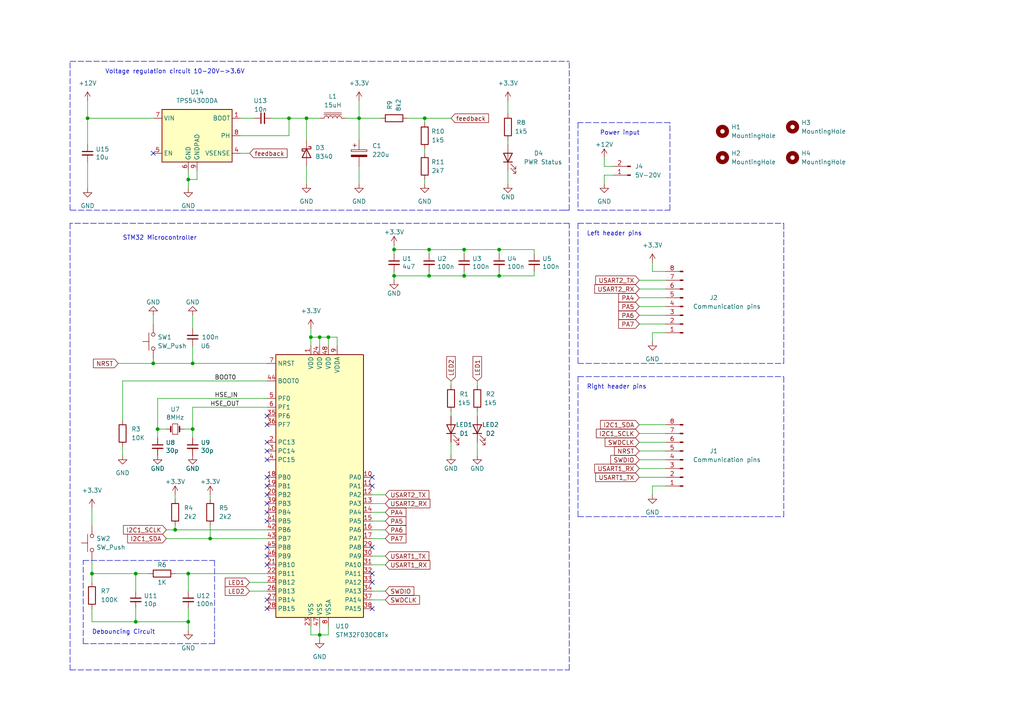
<source format=kicad_sch>
(kicad_sch
	(version 20231120)
	(generator "eeschema")
	(generator_version "8.0")
	(uuid "dd52ab30-0526-4dde-a48c-73d06437aed4")
	(paper "A4")
	(title_block
		(title "STM32F030")
		(date "2022-10-16")
		(rev "1")
		(comment 1 "Dhanvanth S")
	)
	(lib_symbols
		(symbol "Connector:Conn_01x02_Male"
			(pin_names
				(offset 1.016) hide)
			(exclude_from_sim no)
			(in_bom yes)
			(on_board yes)
			(property "Reference" "J"
				(at 0 2.54 0)
				(effects
					(font
						(size 1.27 1.27)
					)
				)
			)
			(property "Value" "Conn_01x02_Male"
				(at 0 -5.08 0)
				(effects
					(font
						(size 1.27 1.27)
					)
				)
			)
			(property "Footprint" ""
				(at 0 0 0)
				(effects
					(font
						(size 1.27 1.27)
					)
					(hide yes)
				)
			)
			(property "Datasheet" "~"
				(at 0 0 0)
				(effects
					(font
						(size 1.27 1.27)
					)
					(hide yes)
				)
			)
			(property "Description" "Generic connector, single row, 01x02, script generated (kicad-library-utils/schlib/autogen/connector/)"
				(at 0 0 0)
				(effects
					(font
						(size 1.27 1.27)
					)
					(hide yes)
				)
			)
			(property "ki_keywords" "connector"
				(at 0 0 0)
				(effects
					(font
						(size 1.27 1.27)
					)
					(hide yes)
				)
			)
			(property "ki_fp_filters" "Connector*:*_1x??_*"
				(at 0 0 0)
				(effects
					(font
						(size 1.27 1.27)
					)
					(hide yes)
				)
			)
			(symbol "Conn_01x02_Male_1_1"
				(polyline
					(pts
						(xy 1.27 -2.54) (xy 0.8636 -2.54)
					)
					(stroke
						(width 0.1524)
						(type default)
					)
					(fill
						(type none)
					)
				)
				(polyline
					(pts
						(xy 1.27 0) (xy 0.8636 0)
					)
					(stroke
						(width 0.1524)
						(type default)
					)
					(fill
						(type none)
					)
				)
				(rectangle
					(start 0.8636 -2.413)
					(end 0 -2.667)
					(stroke
						(width 0.1524)
						(type default)
					)
					(fill
						(type outline)
					)
				)
				(rectangle
					(start 0.8636 0.127)
					(end 0 -0.127)
					(stroke
						(width 0.1524)
						(type default)
					)
					(fill
						(type outline)
					)
				)
				(pin passive line
					(at 5.08 0 180)
					(length 3.81)
					(name "Pin_1"
						(effects
							(font
								(size 1.27 1.27)
							)
						)
					)
					(number "1"
						(effects
							(font
								(size 1.27 1.27)
							)
						)
					)
				)
				(pin passive line
					(at 5.08 -2.54 180)
					(length 3.81)
					(name "Pin_2"
						(effects
							(font
								(size 1.27 1.27)
							)
						)
					)
					(number "2"
						(effects
							(font
								(size 1.27 1.27)
							)
						)
					)
				)
			)
		)
		(symbol "Connector:Conn_01x08_Male"
			(pin_names
				(offset 1.016) hide)
			(exclude_from_sim no)
			(in_bom yes)
			(on_board yes)
			(property "Reference" "J"
				(at 0 10.16 0)
				(effects
					(font
						(size 1.27 1.27)
					)
				)
			)
			(property "Value" "Conn_01x08_Male"
				(at 0 -12.7 0)
				(effects
					(font
						(size 1.27 1.27)
					)
				)
			)
			(property "Footprint" ""
				(at 0 0 0)
				(effects
					(font
						(size 1.27 1.27)
					)
					(hide yes)
				)
			)
			(property "Datasheet" "~"
				(at 0 0 0)
				(effects
					(font
						(size 1.27 1.27)
					)
					(hide yes)
				)
			)
			(property "Description" "Generic connector, single row, 01x08, script generated (kicad-library-utils/schlib/autogen/connector/)"
				(at 0 0 0)
				(effects
					(font
						(size 1.27 1.27)
					)
					(hide yes)
				)
			)
			(property "ki_keywords" "connector"
				(at 0 0 0)
				(effects
					(font
						(size 1.27 1.27)
					)
					(hide yes)
				)
			)
			(property "ki_fp_filters" "Connector*:*_1x??_*"
				(at 0 0 0)
				(effects
					(font
						(size 1.27 1.27)
					)
					(hide yes)
				)
			)
			(symbol "Conn_01x08_Male_1_1"
				(polyline
					(pts
						(xy 1.27 -10.16) (xy 0.8636 -10.16)
					)
					(stroke
						(width 0.1524)
						(type default)
					)
					(fill
						(type none)
					)
				)
				(polyline
					(pts
						(xy 1.27 -7.62) (xy 0.8636 -7.62)
					)
					(stroke
						(width 0.1524)
						(type default)
					)
					(fill
						(type none)
					)
				)
				(polyline
					(pts
						(xy 1.27 -5.08) (xy 0.8636 -5.08)
					)
					(stroke
						(width 0.1524)
						(type default)
					)
					(fill
						(type none)
					)
				)
				(polyline
					(pts
						(xy 1.27 -2.54) (xy 0.8636 -2.54)
					)
					(stroke
						(width 0.1524)
						(type default)
					)
					(fill
						(type none)
					)
				)
				(polyline
					(pts
						(xy 1.27 0) (xy 0.8636 0)
					)
					(stroke
						(width 0.1524)
						(type default)
					)
					(fill
						(type none)
					)
				)
				(polyline
					(pts
						(xy 1.27 2.54) (xy 0.8636 2.54)
					)
					(stroke
						(width 0.1524)
						(type default)
					)
					(fill
						(type none)
					)
				)
				(polyline
					(pts
						(xy 1.27 5.08) (xy 0.8636 5.08)
					)
					(stroke
						(width 0.1524)
						(type default)
					)
					(fill
						(type none)
					)
				)
				(polyline
					(pts
						(xy 1.27 7.62) (xy 0.8636 7.62)
					)
					(stroke
						(width 0.1524)
						(type default)
					)
					(fill
						(type none)
					)
				)
				(rectangle
					(start 0.8636 -10.033)
					(end 0 -10.287)
					(stroke
						(width 0.1524)
						(type default)
					)
					(fill
						(type outline)
					)
				)
				(rectangle
					(start 0.8636 -7.493)
					(end 0 -7.747)
					(stroke
						(width 0.1524)
						(type default)
					)
					(fill
						(type outline)
					)
				)
				(rectangle
					(start 0.8636 -4.953)
					(end 0 -5.207)
					(stroke
						(width 0.1524)
						(type default)
					)
					(fill
						(type outline)
					)
				)
				(rectangle
					(start 0.8636 -2.413)
					(end 0 -2.667)
					(stroke
						(width 0.1524)
						(type default)
					)
					(fill
						(type outline)
					)
				)
				(rectangle
					(start 0.8636 0.127)
					(end 0 -0.127)
					(stroke
						(width 0.1524)
						(type default)
					)
					(fill
						(type outline)
					)
				)
				(rectangle
					(start 0.8636 2.667)
					(end 0 2.413)
					(stroke
						(width 0.1524)
						(type default)
					)
					(fill
						(type outline)
					)
				)
				(rectangle
					(start 0.8636 5.207)
					(end 0 4.953)
					(stroke
						(width 0.1524)
						(type default)
					)
					(fill
						(type outline)
					)
				)
				(rectangle
					(start 0.8636 7.747)
					(end 0 7.493)
					(stroke
						(width 0.1524)
						(type default)
					)
					(fill
						(type outline)
					)
				)
				(pin passive line
					(at 5.08 7.62 180)
					(length 3.81)
					(name "Pin_1"
						(effects
							(font
								(size 1.27 1.27)
							)
						)
					)
					(number "1"
						(effects
							(font
								(size 1.27 1.27)
							)
						)
					)
				)
				(pin passive line
					(at 5.08 5.08 180)
					(length 3.81)
					(name "Pin_2"
						(effects
							(font
								(size 1.27 1.27)
							)
						)
					)
					(number "2"
						(effects
							(font
								(size 1.27 1.27)
							)
						)
					)
				)
				(pin passive line
					(at 5.08 2.54 180)
					(length 3.81)
					(name "Pin_3"
						(effects
							(font
								(size 1.27 1.27)
							)
						)
					)
					(number "3"
						(effects
							(font
								(size 1.27 1.27)
							)
						)
					)
				)
				(pin passive line
					(at 5.08 0 180)
					(length 3.81)
					(name "Pin_4"
						(effects
							(font
								(size 1.27 1.27)
							)
						)
					)
					(number "4"
						(effects
							(font
								(size 1.27 1.27)
							)
						)
					)
				)
				(pin passive line
					(at 5.08 -2.54 180)
					(length 3.81)
					(name "Pin_5"
						(effects
							(font
								(size 1.27 1.27)
							)
						)
					)
					(number "5"
						(effects
							(font
								(size 1.27 1.27)
							)
						)
					)
				)
				(pin passive line
					(at 5.08 -5.08 180)
					(length 3.81)
					(name "Pin_6"
						(effects
							(font
								(size 1.27 1.27)
							)
						)
					)
					(number "6"
						(effects
							(font
								(size 1.27 1.27)
							)
						)
					)
				)
				(pin passive line
					(at 5.08 -7.62 180)
					(length 3.81)
					(name "Pin_7"
						(effects
							(font
								(size 1.27 1.27)
							)
						)
					)
					(number "7"
						(effects
							(font
								(size 1.27 1.27)
							)
						)
					)
				)
				(pin passive line
					(at 5.08 -10.16 180)
					(length 3.81)
					(name "Pin_8"
						(effects
							(font
								(size 1.27 1.27)
							)
						)
					)
					(number "8"
						(effects
							(font
								(size 1.27 1.27)
							)
						)
					)
				)
			)
		)
		(symbol "Device:C_Polarized"
			(pin_numbers hide)
			(pin_names
				(offset 0.254)
			)
			(exclude_from_sim no)
			(in_bom yes)
			(on_board yes)
			(property "Reference" "C"
				(at 0.635 2.54 0)
				(effects
					(font
						(size 1.27 1.27)
					)
					(justify left)
				)
			)
			(property "Value" "C_Polarized"
				(at 0.635 -2.54 0)
				(effects
					(font
						(size 1.27 1.27)
					)
					(justify left)
				)
			)
			(property "Footprint" ""
				(at 0.9652 -3.81 0)
				(effects
					(font
						(size 1.27 1.27)
					)
					(hide yes)
				)
			)
			(property "Datasheet" "~"
				(at 0 0 0)
				(effects
					(font
						(size 1.27 1.27)
					)
					(hide yes)
				)
			)
			(property "Description" "Polarized capacitor"
				(at 0 0 0)
				(effects
					(font
						(size 1.27 1.27)
					)
					(hide yes)
				)
			)
			(property "ki_keywords" "cap capacitor"
				(at 0 0 0)
				(effects
					(font
						(size 1.27 1.27)
					)
					(hide yes)
				)
			)
			(property "ki_fp_filters" "CP_*"
				(at 0 0 0)
				(effects
					(font
						(size 1.27 1.27)
					)
					(hide yes)
				)
			)
			(symbol "C_Polarized_0_1"
				(rectangle
					(start -2.286 0.508)
					(end 2.286 1.016)
					(stroke
						(width 0)
						(type default)
					)
					(fill
						(type none)
					)
				)
				(polyline
					(pts
						(xy -1.778 2.286) (xy -0.762 2.286)
					)
					(stroke
						(width 0)
						(type default)
					)
					(fill
						(type none)
					)
				)
				(polyline
					(pts
						(xy -1.27 2.794) (xy -1.27 1.778)
					)
					(stroke
						(width 0)
						(type default)
					)
					(fill
						(type none)
					)
				)
				(rectangle
					(start 2.286 -0.508)
					(end -2.286 -1.016)
					(stroke
						(width 0)
						(type default)
					)
					(fill
						(type outline)
					)
				)
			)
			(symbol "C_Polarized_1_1"
				(pin passive line
					(at 0 3.81 270)
					(length 2.794)
					(name "~"
						(effects
							(font
								(size 1.27 1.27)
							)
						)
					)
					(number "1"
						(effects
							(font
								(size 1.27 1.27)
							)
						)
					)
				)
				(pin passive line
					(at 0 -3.81 90)
					(length 2.794)
					(name "~"
						(effects
							(font
								(size 1.27 1.27)
							)
						)
					)
					(number "2"
						(effects
							(font
								(size 1.27 1.27)
							)
						)
					)
				)
			)
		)
		(symbol "Device:C_Small"
			(pin_numbers hide)
			(pin_names
				(offset 0.254) hide)
			(exclude_from_sim no)
			(in_bom yes)
			(on_board yes)
			(property "Reference" "C"
				(at 0.254 1.778 0)
				(effects
					(font
						(size 1.27 1.27)
					)
					(justify left)
				)
			)
			(property "Value" "C_Small"
				(at 0.254 -2.032 0)
				(effects
					(font
						(size 1.27 1.27)
					)
					(justify left)
				)
			)
			(property "Footprint" ""
				(at 0 0 0)
				(effects
					(font
						(size 1.27 1.27)
					)
					(hide yes)
				)
			)
			(property "Datasheet" "~"
				(at 0 0 0)
				(effects
					(font
						(size 1.27 1.27)
					)
					(hide yes)
				)
			)
			(property "Description" "Unpolarized capacitor, small symbol"
				(at 0 0 0)
				(effects
					(font
						(size 1.27 1.27)
					)
					(hide yes)
				)
			)
			(property "ki_keywords" "capacitor cap"
				(at 0 0 0)
				(effects
					(font
						(size 1.27 1.27)
					)
					(hide yes)
				)
			)
			(property "ki_fp_filters" "C_*"
				(at 0 0 0)
				(effects
					(font
						(size 1.27 1.27)
					)
					(hide yes)
				)
			)
			(symbol "C_Small_0_1"
				(polyline
					(pts
						(xy -1.524 -0.508) (xy 1.524 -0.508)
					)
					(stroke
						(width 0.3302)
						(type default)
					)
					(fill
						(type none)
					)
				)
				(polyline
					(pts
						(xy -1.524 0.508) (xy 1.524 0.508)
					)
					(stroke
						(width 0.3048)
						(type default)
					)
					(fill
						(type none)
					)
				)
			)
			(symbol "C_Small_1_1"
				(pin passive line
					(at 0 2.54 270)
					(length 2.032)
					(name "~"
						(effects
							(font
								(size 1.27 1.27)
							)
						)
					)
					(number "1"
						(effects
							(font
								(size 1.27 1.27)
							)
						)
					)
				)
				(pin passive line
					(at 0 -2.54 90)
					(length 2.032)
					(name "~"
						(effects
							(font
								(size 1.27 1.27)
							)
						)
					)
					(number "2"
						(effects
							(font
								(size 1.27 1.27)
							)
						)
					)
				)
			)
		)
		(symbol "Device:Crystal_Small"
			(pin_numbers hide)
			(pin_names
				(offset 1.016) hide)
			(exclude_from_sim no)
			(in_bom yes)
			(on_board yes)
			(property "Reference" "Y"
				(at 0 2.54 0)
				(effects
					(font
						(size 1.27 1.27)
					)
				)
			)
			(property "Value" "Crystal_Small"
				(at 0 -2.54 0)
				(effects
					(font
						(size 1.27 1.27)
					)
				)
			)
			(property "Footprint" ""
				(at 0 0 0)
				(effects
					(font
						(size 1.27 1.27)
					)
					(hide yes)
				)
			)
			(property "Datasheet" "~"
				(at 0 0 0)
				(effects
					(font
						(size 1.27 1.27)
					)
					(hide yes)
				)
			)
			(property "Description" "Two pin crystal, small symbol"
				(at 0 0 0)
				(effects
					(font
						(size 1.27 1.27)
					)
					(hide yes)
				)
			)
			(property "ki_keywords" "quartz ceramic resonator oscillator"
				(at 0 0 0)
				(effects
					(font
						(size 1.27 1.27)
					)
					(hide yes)
				)
			)
			(property "ki_fp_filters" "Crystal*"
				(at 0 0 0)
				(effects
					(font
						(size 1.27 1.27)
					)
					(hide yes)
				)
			)
			(symbol "Crystal_Small_0_1"
				(rectangle
					(start -0.762 -1.524)
					(end 0.762 1.524)
					(stroke
						(width 0)
						(type default)
					)
					(fill
						(type none)
					)
				)
				(polyline
					(pts
						(xy -1.27 -0.762) (xy -1.27 0.762)
					)
					(stroke
						(width 0.381)
						(type default)
					)
					(fill
						(type none)
					)
				)
				(polyline
					(pts
						(xy 1.27 -0.762) (xy 1.27 0.762)
					)
					(stroke
						(width 0.381)
						(type default)
					)
					(fill
						(type none)
					)
				)
			)
			(symbol "Crystal_Small_1_1"
				(pin passive line
					(at -2.54 0 0)
					(length 1.27)
					(name "1"
						(effects
							(font
								(size 1.27 1.27)
							)
						)
					)
					(number "1"
						(effects
							(font
								(size 1.27 1.27)
							)
						)
					)
				)
				(pin passive line
					(at 2.54 0 180)
					(length 1.27)
					(name "2"
						(effects
							(font
								(size 1.27 1.27)
							)
						)
					)
					(number "2"
						(effects
							(font
								(size 1.27 1.27)
							)
						)
					)
				)
			)
		)
		(symbol "Device:LED"
			(pin_numbers hide)
			(pin_names
				(offset 1.016) hide)
			(exclude_from_sim no)
			(in_bom yes)
			(on_board yes)
			(property "Reference" "D"
				(at 0 2.54 0)
				(effects
					(font
						(size 1.27 1.27)
					)
				)
			)
			(property "Value" "LED"
				(at 0 -2.54 0)
				(effects
					(font
						(size 1.27 1.27)
					)
				)
			)
			(property "Footprint" ""
				(at 0 0 0)
				(effects
					(font
						(size 1.27 1.27)
					)
					(hide yes)
				)
			)
			(property "Datasheet" "~"
				(at 0 0 0)
				(effects
					(font
						(size 1.27 1.27)
					)
					(hide yes)
				)
			)
			(property "Description" "Light emitting diode"
				(at 0 0 0)
				(effects
					(font
						(size 1.27 1.27)
					)
					(hide yes)
				)
			)
			(property "ki_keywords" "LED diode"
				(at 0 0 0)
				(effects
					(font
						(size 1.27 1.27)
					)
					(hide yes)
				)
			)
			(property "ki_fp_filters" "LED* LED_SMD:* LED_THT:*"
				(at 0 0 0)
				(effects
					(font
						(size 1.27 1.27)
					)
					(hide yes)
				)
			)
			(symbol "LED_0_1"
				(polyline
					(pts
						(xy -1.27 -1.27) (xy -1.27 1.27)
					)
					(stroke
						(width 0.254)
						(type default)
					)
					(fill
						(type none)
					)
				)
				(polyline
					(pts
						(xy -1.27 0) (xy 1.27 0)
					)
					(stroke
						(width 0)
						(type default)
					)
					(fill
						(type none)
					)
				)
				(polyline
					(pts
						(xy 1.27 -1.27) (xy 1.27 1.27) (xy -1.27 0) (xy 1.27 -1.27)
					)
					(stroke
						(width 0.254)
						(type default)
					)
					(fill
						(type none)
					)
				)
				(polyline
					(pts
						(xy -3.048 -0.762) (xy -4.572 -2.286) (xy -3.81 -2.286) (xy -4.572 -2.286) (xy -4.572 -1.524)
					)
					(stroke
						(width 0)
						(type default)
					)
					(fill
						(type none)
					)
				)
				(polyline
					(pts
						(xy -1.778 -0.762) (xy -3.302 -2.286) (xy -2.54 -2.286) (xy -3.302 -2.286) (xy -3.302 -1.524)
					)
					(stroke
						(width 0)
						(type default)
					)
					(fill
						(type none)
					)
				)
			)
			(symbol "LED_1_1"
				(pin passive line
					(at -3.81 0 0)
					(length 2.54)
					(name "K"
						(effects
							(font
								(size 1.27 1.27)
							)
						)
					)
					(number "1"
						(effects
							(font
								(size 1.27 1.27)
							)
						)
					)
				)
				(pin passive line
					(at 3.81 0 180)
					(length 2.54)
					(name "A"
						(effects
							(font
								(size 1.27 1.27)
							)
						)
					)
					(number "2"
						(effects
							(font
								(size 1.27 1.27)
							)
						)
					)
				)
			)
		)
		(symbol "Device:L_Iron"
			(pin_numbers hide)
			(pin_names
				(offset 1.016) hide)
			(exclude_from_sim no)
			(in_bom yes)
			(on_board yes)
			(property "Reference" "L"
				(at -1.27 0 90)
				(effects
					(font
						(size 1.27 1.27)
					)
				)
			)
			(property "Value" "L_Iron"
				(at 2.794 0 90)
				(effects
					(font
						(size 1.27 1.27)
					)
				)
			)
			(property "Footprint" ""
				(at 0 0 0)
				(effects
					(font
						(size 1.27 1.27)
					)
					(hide yes)
				)
			)
			(property "Datasheet" "~"
				(at 0 0 0)
				(effects
					(font
						(size 1.27 1.27)
					)
					(hide yes)
				)
			)
			(property "Description" "Inductor with iron core"
				(at 0 0 0)
				(effects
					(font
						(size 1.27 1.27)
					)
					(hide yes)
				)
			)
			(property "ki_keywords" "inductor choke coil reactor magnetic"
				(at 0 0 0)
				(effects
					(font
						(size 1.27 1.27)
					)
					(hide yes)
				)
			)
			(property "ki_fp_filters" "Choke_* *Coil* Inductor_* L_*"
				(at 0 0 0)
				(effects
					(font
						(size 1.27 1.27)
					)
					(hide yes)
				)
			)
			(symbol "L_Iron_0_1"
				(arc
					(start 0 -2.54)
					(mid 0.6323 -1.905)
					(end 0 -1.27)
					(stroke
						(width 0)
						(type default)
					)
					(fill
						(type none)
					)
				)
				(arc
					(start 0 -1.27)
					(mid 0.6323 -0.635)
					(end 0 0)
					(stroke
						(width 0)
						(type default)
					)
					(fill
						(type none)
					)
				)
				(polyline
					(pts
						(xy 1.016 2.54) (xy 1.016 -2.54)
					)
					(stroke
						(width 0)
						(type default)
					)
					(fill
						(type none)
					)
				)
				(polyline
					(pts
						(xy 1.524 -2.54) (xy 1.524 2.54)
					)
					(stroke
						(width 0)
						(type default)
					)
					(fill
						(type none)
					)
				)
				(arc
					(start 0 0)
					(mid 0.6323 0.635)
					(end 0 1.27)
					(stroke
						(width 0)
						(type default)
					)
					(fill
						(type none)
					)
				)
				(arc
					(start 0 1.27)
					(mid 0.6323 1.905)
					(end 0 2.54)
					(stroke
						(width 0)
						(type default)
					)
					(fill
						(type none)
					)
				)
			)
			(symbol "L_Iron_1_1"
				(pin passive line
					(at 0 3.81 270)
					(length 1.27)
					(name "1"
						(effects
							(font
								(size 1.27 1.27)
							)
						)
					)
					(number "1"
						(effects
							(font
								(size 1.27 1.27)
							)
						)
					)
				)
				(pin passive line
					(at 0 -3.81 90)
					(length 1.27)
					(name "2"
						(effects
							(font
								(size 1.27 1.27)
							)
						)
					)
					(number "2"
						(effects
							(font
								(size 1.27 1.27)
							)
						)
					)
				)
			)
		)
		(symbol "Device:R"
			(pin_numbers hide)
			(pin_names
				(offset 0)
			)
			(exclude_from_sim no)
			(in_bom yes)
			(on_board yes)
			(property "Reference" "R"
				(at 2.032 0 90)
				(effects
					(font
						(size 1.27 1.27)
					)
				)
			)
			(property "Value" "R"
				(at 0 0 90)
				(effects
					(font
						(size 1.27 1.27)
					)
				)
			)
			(property "Footprint" ""
				(at -1.778 0 90)
				(effects
					(font
						(size 1.27 1.27)
					)
					(hide yes)
				)
			)
			(property "Datasheet" "~"
				(at 0 0 0)
				(effects
					(font
						(size 1.27 1.27)
					)
					(hide yes)
				)
			)
			(property "Description" "Resistor"
				(at 0 0 0)
				(effects
					(font
						(size 1.27 1.27)
					)
					(hide yes)
				)
			)
			(property "ki_keywords" "R res resistor"
				(at 0 0 0)
				(effects
					(font
						(size 1.27 1.27)
					)
					(hide yes)
				)
			)
			(property "ki_fp_filters" "R_*"
				(at 0 0 0)
				(effects
					(font
						(size 1.27 1.27)
					)
					(hide yes)
				)
			)
			(symbol "R_0_1"
				(rectangle
					(start -1.016 -2.54)
					(end 1.016 2.54)
					(stroke
						(width 0.254)
						(type default)
					)
					(fill
						(type none)
					)
				)
			)
			(symbol "R_1_1"
				(pin passive line
					(at 0 3.81 270)
					(length 1.27)
					(name "~"
						(effects
							(font
								(size 1.27 1.27)
							)
						)
					)
					(number "1"
						(effects
							(font
								(size 1.27 1.27)
							)
						)
					)
				)
				(pin passive line
					(at 0 -3.81 90)
					(length 1.27)
					(name "~"
						(effects
							(font
								(size 1.27 1.27)
							)
						)
					)
					(number "2"
						(effects
							(font
								(size 1.27 1.27)
							)
						)
					)
				)
			)
		)
		(symbol "Diode:B340"
			(pin_numbers hide)
			(pin_names
				(offset 1.016) hide)
			(exclude_from_sim no)
			(in_bom yes)
			(on_board yes)
			(property "Reference" "D"
				(at 0 2.54 0)
				(effects
					(font
						(size 1.27 1.27)
					)
				)
			)
			(property "Value" "B340"
				(at 0 -2.54 0)
				(effects
					(font
						(size 1.27 1.27)
					)
				)
			)
			(property "Footprint" "Diode_SMD:D_SMC"
				(at 0 -4.445 0)
				(effects
					(font
						(size 1.27 1.27)
					)
					(hide yes)
				)
			)
			(property "Datasheet" "http://www.jameco.com/Jameco/Products/ProdDS/1538777.pdf"
				(at 0 0 0)
				(effects
					(font
						(size 1.27 1.27)
					)
					(hide yes)
				)
			)
			(property "Description" "40V 3A Schottky Barrier Rectifier Diode, SMC"
				(at 0 0 0)
				(effects
					(font
						(size 1.27 1.27)
					)
					(hide yes)
				)
			)
			(property "ki_keywords" "diode Schottky"
				(at 0 0 0)
				(effects
					(font
						(size 1.27 1.27)
					)
					(hide yes)
				)
			)
			(property "ki_fp_filters" "D*SMC*"
				(at 0 0 0)
				(effects
					(font
						(size 1.27 1.27)
					)
					(hide yes)
				)
			)
			(symbol "B340_0_1"
				(polyline
					(pts
						(xy 1.27 0) (xy -1.27 0)
					)
					(stroke
						(width 0)
						(type default)
					)
					(fill
						(type none)
					)
				)
				(polyline
					(pts
						(xy 1.27 1.27) (xy 1.27 -1.27) (xy -1.27 0) (xy 1.27 1.27)
					)
					(stroke
						(width 0.254)
						(type default)
					)
					(fill
						(type none)
					)
				)
				(polyline
					(pts
						(xy -1.905 0.635) (xy -1.905 1.27) (xy -1.27 1.27) (xy -1.27 -1.27) (xy -0.635 -1.27) (xy -0.635 -0.635)
					)
					(stroke
						(width 0.254)
						(type default)
					)
					(fill
						(type none)
					)
				)
			)
			(symbol "B340_1_1"
				(pin passive line
					(at -3.81 0 0)
					(length 2.54)
					(name "K"
						(effects
							(font
								(size 1.27 1.27)
							)
						)
					)
					(number "1"
						(effects
							(font
								(size 1.27 1.27)
							)
						)
					)
				)
				(pin passive line
					(at 3.81 0 180)
					(length 2.54)
					(name "A"
						(effects
							(font
								(size 1.27 1.27)
							)
						)
					)
					(number "2"
						(effects
							(font
								(size 1.27 1.27)
							)
						)
					)
				)
			)
		)
		(symbol "MCU_ST_STM32F0:STM32F030C8Tx"
			(exclude_from_sim no)
			(in_bom yes)
			(on_board yes)
			(property "Reference" "U"
				(at -12.7 39.37 0)
				(effects
					(font
						(size 1.27 1.27)
					)
					(justify left)
				)
			)
			(property "Value" "STM32F030C8Tx"
				(at 7.62 39.37 0)
				(effects
					(font
						(size 1.27 1.27)
					)
					(justify left)
				)
			)
			(property "Footprint" "Package_QFP:LQFP-48_7x7mm_P0.5mm"
				(at -12.7 -38.1 0)
				(effects
					(font
						(size 1.27 1.27)
					)
					(justify right)
					(hide yes)
				)
			)
			(property "Datasheet" "http://www.st.com/st-web-ui/static/active/en/resource/technical/document/datasheet/DM00088500.pdf"
				(at 0 0 0)
				(effects
					(font
						(size 1.27 1.27)
					)
					(hide yes)
				)
			)
			(property "Description" "ARM Cortex-M0 MCU, 64KB flash, 8KB RAM, 48MHz, 2.4-3.6V, 39 GPIO, LQFP-48"
				(at 0 0 0)
				(effects
					(font
						(size 1.27 1.27)
					)
					(hide yes)
				)
			)
			(property "ki_keywords" "ARM Cortex-M0 STM32F0 STM32F0x0 Value Line"
				(at 0 0 0)
				(effects
					(font
						(size 1.27 1.27)
					)
					(hide yes)
				)
			)
			(property "ki_fp_filters" "LQFP*7x7mm*P0.5mm*"
				(at 0 0 0)
				(effects
					(font
						(size 1.27 1.27)
					)
					(hide yes)
				)
			)
			(symbol "STM32F030C8Tx_0_1"
				(rectangle
					(start -12.7 -38.1)
					(end 12.7 38.1)
					(stroke
						(width 0.254)
						(type default)
					)
					(fill
						(type background)
					)
				)
			)
			(symbol "STM32F030C8Tx_1_1"
				(pin power_in line
					(at -2.54 40.64 270)
					(length 2.54)
					(name "VDD"
						(effects
							(font
								(size 1.27 1.27)
							)
						)
					)
					(number "1"
						(effects
							(font
								(size 1.27 1.27)
							)
						)
					)
				)
				(pin bidirectional line
					(at 15.24 2.54 180)
					(length 2.54)
					(name "PA0"
						(effects
							(font
								(size 1.27 1.27)
							)
						)
					)
					(number "10"
						(effects
							(font
								(size 1.27 1.27)
							)
						)
					)
				)
				(pin bidirectional line
					(at 15.24 0 180)
					(length 2.54)
					(name "PA1"
						(effects
							(font
								(size 1.27 1.27)
							)
						)
					)
					(number "11"
						(effects
							(font
								(size 1.27 1.27)
							)
						)
					)
				)
				(pin bidirectional line
					(at 15.24 -2.54 180)
					(length 2.54)
					(name "PA2"
						(effects
							(font
								(size 1.27 1.27)
							)
						)
					)
					(number "12"
						(effects
							(font
								(size 1.27 1.27)
							)
						)
					)
				)
				(pin bidirectional line
					(at 15.24 -5.08 180)
					(length 2.54)
					(name "PA3"
						(effects
							(font
								(size 1.27 1.27)
							)
						)
					)
					(number "13"
						(effects
							(font
								(size 1.27 1.27)
							)
						)
					)
				)
				(pin bidirectional line
					(at 15.24 -7.62 180)
					(length 2.54)
					(name "PA4"
						(effects
							(font
								(size 1.27 1.27)
							)
						)
					)
					(number "14"
						(effects
							(font
								(size 1.27 1.27)
							)
						)
					)
				)
				(pin bidirectional line
					(at 15.24 -10.16 180)
					(length 2.54)
					(name "PA5"
						(effects
							(font
								(size 1.27 1.27)
							)
						)
					)
					(number "15"
						(effects
							(font
								(size 1.27 1.27)
							)
						)
					)
				)
				(pin bidirectional line
					(at 15.24 -12.7 180)
					(length 2.54)
					(name "PA6"
						(effects
							(font
								(size 1.27 1.27)
							)
						)
					)
					(number "16"
						(effects
							(font
								(size 1.27 1.27)
							)
						)
					)
				)
				(pin bidirectional line
					(at 15.24 -15.24 180)
					(length 2.54)
					(name "PA7"
						(effects
							(font
								(size 1.27 1.27)
							)
						)
					)
					(number "17"
						(effects
							(font
								(size 1.27 1.27)
							)
						)
					)
				)
				(pin bidirectional line
					(at -15.24 2.54 0)
					(length 2.54)
					(name "PB0"
						(effects
							(font
								(size 1.27 1.27)
							)
						)
					)
					(number "18"
						(effects
							(font
								(size 1.27 1.27)
							)
						)
					)
				)
				(pin bidirectional line
					(at -15.24 0 0)
					(length 2.54)
					(name "PB1"
						(effects
							(font
								(size 1.27 1.27)
							)
						)
					)
					(number "19"
						(effects
							(font
								(size 1.27 1.27)
							)
						)
					)
				)
				(pin bidirectional line
					(at -15.24 12.7 0)
					(length 2.54)
					(name "PC13"
						(effects
							(font
								(size 1.27 1.27)
							)
						)
					)
					(number "2"
						(effects
							(font
								(size 1.27 1.27)
							)
						)
					)
				)
				(pin bidirectional line
					(at -15.24 -2.54 0)
					(length 2.54)
					(name "PB2"
						(effects
							(font
								(size 1.27 1.27)
							)
						)
					)
					(number "20"
						(effects
							(font
								(size 1.27 1.27)
							)
						)
					)
				)
				(pin bidirectional line
					(at -15.24 -22.86 0)
					(length 2.54)
					(name "PB10"
						(effects
							(font
								(size 1.27 1.27)
							)
						)
					)
					(number "21"
						(effects
							(font
								(size 1.27 1.27)
							)
						)
					)
				)
				(pin bidirectional line
					(at -15.24 -25.4 0)
					(length 2.54)
					(name "PB11"
						(effects
							(font
								(size 1.27 1.27)
							)
						)
					)
					(number "22"
						(effects
							(font
								(size 1.27 1.27)
							)
						)
					)
				)
				(pin power_in line
					(at -2.54 -40.64 90)
					(length 2.54)
					(name "VSS"
						(effects
							(font
								(size 1.27 1.27)
							)
						)
					)
					(number "23"
						(effects
							(font
								(size 1.27 1.27)
							)
						)
					)
				)
				(pin power_in line
					(at 0 40.64 270)
					(length 2.54)
					(name "VDD"
						(effects
							(font
								(size 1.27 1.27)
							)
						)
					)
					(number "24"
						(effects
							(font
								(size 1.27 1.27)
							)
						)
					)
				)
				(pin bidirectional line
					(at -15.24 -27.94 0)
					(length 2.54)
					(name "PB12"
						(effects
							(font
								(size 1.27 1.27)
							)
						)
					)
					(number "25"
						(effects
							(font
								(size 1.27 1.27)
							)
						)
					)
				)
				(pin bidirectional line
					(at -15.24 -30.48 0)
					(length 2.54)
					(name "PB13"
						(effects
							(font
								(size 1.27 1.27)
							)
						)
					)
					(number "26"
						(effects
							(font
								(size 1.27 1.27)
							)
						)
					)
				)
				(pin bidirectional line
					(at -15.24 -33.02 0)
					(length 2.54)
					(name "PB14"
						(effects
							(font
								(size 1.27 1.27)
							)
						)
					)
					(number "27"
						(effects
							(font
								(size 1.27 1.27)
							)
						)
					)
				)
				(pin bidirectional line
					(at -15.24 -35.56 0)
					(length 2.54)
					(name "PB15"
						(effects
							(font
								(size 1.27 1.27)
							)
						)
					)
					(number "28"
						(effects
							(font
								(size 1.27 1.27)
							)
						)
					)
				)
				(pin bidirectional line
					(at 15.24 -17.78 180)
					(length 2.54)
					(name "PA8"
						(effects
							(font
								(size 1.27 1.27)
							)
						)
					)
					(number "29"
						(effects
							(font
								(size 1.27 1.27)
							)
						)
					)
				)
				(pin bidirectional line
					(at -15.24 10.16 0)
					(length 2.54)
					(name "PC14"
						(effects
							(font
								(size 1.27 1.27)
							)
						)
					)
					(number "3"
						(effects
							(font
								(size 1.27 1.27)
							)
						)
					)
				)
				(pin bidirectional line
					(at 15.24 -20.32 180)
					(length 2.54)
					(name "PA9"
						(effects
							(font
								(size 1.27 1.27)
							)
						)
					)
					(number "30"
						(effects
							(font
								(size 1.27 1.27)
							)
						)
					)
				)
				(pin bidirectional line
					(at 15.24 -22.86 180)
					(length 2.54)
					(name "PA10"
						(effects
							(font
								(size 1.27 1.27)
							)
						)
					)
					(number "31"
						(effects
							(font
								(size 1.27 1.27)
							)
						)
					)
				)
				(pin bidirectional line
					(at 15.24 -25.4 180)
					(length 2.54)
					(name "PA11"
						(effects
							(font
								(size 1.27 1.27)
							)
						)
					)
					(number "32"
						(effects
							(font
								(size 1.27 1.27)
							)
						)
					)
				)
				(pin bidirectional line
					(at 15.24 -27.94 180)
					(length 2.54)
					(name "PA12"
						(effects
							(font
								(size 1.27 1.27)
							)
						)
					)
					(number "33"
						(effects
							(font
								(size 1.27 1.27)
							)
						)
					)
				)
				(pin bidirectional line
					(at 15.24 -30.48 180)
					(length 2.54)
					(name "PA13"
						(effects
							(font
								(size 1.27 1.27)
							)
						)
					)
					(number "34"
						(effects
							(font
								(size 1.27 1.27)
							)
						)
					)
				)
				(pin bidirectional line
					(at -15.24 20.32 0)
					(length 2.54)
					(name "PF6"
						(effects
							(font
								(size 1.27 1.27)
							)
						)
					)
					(number "35"
						(effects
							(font
								(size 1.27 1.27)
							)
						)
					)
				)
				(pin bidirectional line
					(at -15.24 17.78 0)
					(length 2.54)
					(name "PF7"
						(effects
							(font
								(size 1.27 1.27)
							)
						)
					)
					(number "36"
						(effects
							(font
								(size 1.27 1.27)
							)
						)
					)
				)
				(pin bidirectional line
					(at 15.24 -33.02 180)
					(length 2.54)
					(name "PA14"
						(effects
							(font
								(size 1.27 1.27)
							)
						)
					)
					(number "37"
						(effects
							(font
								(size 1.27 1.27)
							)
						)
					)
				)
				(pin bidirectional line
					(at 15.24 -35.56 180)
					(length 2.54)
					(name "PA15"
						(effects
							(font
								(size 1.27 1.27)
							)
						)
					)
					(number "38"
						(effects
							(font
								(size 1.27 1.27)
							)
						)
					)
				)
				(pin bidirectional line
					(at -15.24 -5.08 0)
					(length 2.54)
					(name "PB3"
						(effects
							(font
								(size 1.27 1.27)
							)
						)
					)
					(number "39"
						(effects
							(font
								(size 1.27 1.27)
							)
						)
					)
				)
				(pin bidirectional line
					(at -15.24 7.62 0)
					(length 2.54)
					(name "PC15"
						(effects
							(font
								(size 1.27 1.27)
							)
						)
					)
					(number "4"
						(effects
							(font
								(size 1.27 1.27)
							)
						)
					)
				)
				(pin bidirectional line
					(at -15.24 -7.62 0)
					(length 2.54)
					(name "PB4"
						(effects
							(font
								(size 1.27 1.27)
							)
						)
					)
					(number "40"
						(effects
							(font
								(size 1.27 1.27)
							)
						)
					)
				)
				(pin bidirectional line
					(at -15.24 -10.16 0)
					(length 2.54)
					(name "PB5"
						(effects
							(font
								(size 1.27 1.27)
							)
						)
					)
					(number "41"
						(effects
							(font
								(size 1.27 1.27)
							)
						)
					)
				)
				(pin bidirectional line
					(at -15.24 -12.7 0)
					(length 2.54)
					(name "PB6"
						(effects
							(font
								(size 1.27 1.27)
							)
						)
					)
					(number "42"
						(effects
							(font
								(size 1.27 1.27)
							)
						)
					)
				)
				(pin bidirectional line
					(at -15.24 -15.24 0)
					(length 2.54)
					(name "PB7"
						(effects
							(font
								(size 1.27 1.27)
							)
						)
					)
					(number "43"
						(effects
							(font
								(size 1.27 1.27)
							)
						)
					)
				)
				(pin input line
					(at -15.24 30.48 0)
					(length 2.54)
					(name "BOOT0"
						(effects
							(font
								(size 1.27 1.27)
							)
						)
					)
					(number "44"
						(effects
							(font
								(size 1.27 1.27)
							)
						)
					)
				)
				(pin bidirectional line
					(at -15.24 -17.78 0)
					(length 2.54)
					(name "PB8"
						(effects
							(font
								(size 1.27 1.27)
							)
						)
					)
					(number "45"
						(effects
							(font
								(size 1.27 1.27)
							)
						)
					)
				)
				(pin bidirectional line
					(at -15.24 -20.32 0)
					(length 2.54)
					(name "PB9"
						(effects
							(font
								(size 1.27 1.27)
							)
						)
					)
					(number "46"
						(effects
							(font
								(size 1.27 1.27)
							)
						)
					)
				)
				(pin power_in line
					(at 0 -40.64 90)
					(length 2.54)
					(name "VSS"
						(effects
							(font
								(size 1.27 1.27)
							)
						)
					)
					(number "47"
						(effects
							(font
								(size 1.27 1.27)
							)
						)
					)
				)
				(pin power_in line
					(at 2.54 40.64 270)
					(length 2.54)
					(name "VDD"
						(effects
							(font
								(size 1.27 1.27)
							)
						)
					)
					(number "48"
						(effects
							(font
								(size 1.27 1.27)
							)
						)
					)
				)
				(pin input line
					(at -15.24 25.4 0)
					(length 2.54)
					(name "PF0"
						(effects
							(font
								(size 1.27 1.27)
							)
						)
					)
					(number "5"
						(effects
							(font
								(size 1.27 1.27)
							)
						)
					)
				)
				(pin input line
					(at -15.24 22.86 0)
					(length 2.54)
					(name "PF1"
						(effects
							(font
								(size 1.27 1.27)
							)
						)
					)
					(number "6"
						(effects
							(font
								(size 1.27 1.27)
							)
						)
					)
				)
				(pin input line
					(at -15.24 35.56 0)
					(length 2.54)
					(name "NRST"
						(effects
							(font
								(size 1.27 1.27)
							)
						)
					)
					(number "7"
						(effects
							(font
								(size 1.27 1.27)
							)
						)
					)
				)
				(pin power_in line
					(at 2.54 -40.64 90)
					(length 2.54)
					(name "VSSA"
						(effects
							(font
								(size 1.27 1.27)
							)
						)
					)
					(number "8"
						(effects
							(font
								(size 1.27 1.27)
							)
						)
					)
				)
				(pin power_in line
					(at 5.08 40.64 270)
					(length 2.54)
					(name "VDDA"
						(effects
							(font
								(size 1.27 1.27)
							)
						)
					)
					(number "9"
						(effects
							(font
								(size 1.27 1.27)
							)
						)
					)
				)
			)
		)
		(symbol "Mechanical:MountingHole"
			(pin_names
				(offset 1.016)
			)
			(exclude_from_sim no)
			(in_bom yes)
			(on_board yes)
			(property "Reference" "H"
				(at 0 5.08 0)
				(effects
					(font
						(size 1.27 1.27)
					)
				)
			)
			(property "Value" "MountingHole"
				(at 0 3.175 0)
				(effects
					(font
						(size 1.27 1.27)
					)
				)
			)
			(property "Footprint" ""
				(at 0 0 0)
				(effects
					(font
						(size 1.27 1.27)
					)
					(hide yes)
				)
			)
			(property "Datasheet" "~"
				(at 0 0 0)
				(effects
					(font
						(size 1.27 1.27)
					)
					(hide yes)
				)
			)
			(property "Description" "Mounting Hole without connection"
				(at 0 0 0)
				(effects
					(font
						(size 1.27 1.27)
					)
					(hide yes)
				)
			)
			(property "ki_keywords" "mounting hole"
				(at 0 0 0)
				(effects
					(font
						(size 1.27 1.27)
					)
					(hide yes)
				)
			)
			(property "ki_fp_filters" "MountingHole*"
				(at 0 0 0)
				(effects
					(font
						(size 1.27 1.27)
					)
					(hide yes)
				)
			)
			(symbol "MountingHole_0_1"
				(circle
					(center 0 0)
					(radius 1.27)
					(stroke
						(width 1.27)
						(type default)
					)
					(fill
						(type none)
					)
				)
			)
		)
		(symbol "Regulator_Switching:TPS5430DDA"
			(exclude_from_sim no)
			(in_bom yes)
			(on_board yes)
			(property "Reference" "U"
				(at -10.16 8.89 0)
				(effects
					(font
						(size 1.27 1.27)
					)
					(justify left)
				)
			)
			(property "Value" "TPS5430DDA"
				(at -1.27 8.89 0)
				(effects
					(font
						(size 1.27 1.27)
					)
					(justify left)
				)
			)
			(property "Footprint" "Package_SO:TI_SO-PowerPAD-8_ThermalVias"
				(at 1.27 -8.89 0)
				(effects
					(font
						(size 1.27 1.27)
						(italic yes)
					)
					(justify left)
					(hide yes)
				)
			)
			(property "Datasheet" "http://www.ti.com/lit/ds/symlink/tps5430.pdf"
				(at 0 0 0)
				(effects
					(font
						(size 1.27 1.27)
					)
					(hide yes)
				)
			)
			(property "Description" "3A, Step Down Swift Converter, Adjustable Output Voltage, 5.5-36V Input Voltage, PowerSO-8"
				(at 0 0 0)
				(effects
					(font
						(size 1.27 1.27)
					)
					(hide yes)
				)
			)
			(property "ki_keywords" "Step-Down DC-DC Switching Regulator"
				(at 0 0 0)
				(effects
					(font
						(size 1.27 1.27)
					)
					(hide yes)
				)
			)
			(property "ki_fp_filters" "TI*SO*PowerPAD*ThermalVias*"
				(at 0 0 0)
				(effects
					(font
						(size 1.27 1.27)
					)
					(hide yes)
				)
			)
			(symbol "TPS5430DDA_0_1"
				(rectangle
					(start -10.16 7.62)
					(end 10.16 -7.62)
					(stroke
						(width 0.254)
						(type default)
					)
					(fill
						(type background)
					)
				)
			)
			(symbol "TPS5430DDA_1_1"
				(pin input line
					(at 12.7 5.08 180)
					(length 2.54)
					(name "BOOT"
						(effects
							(font
								(size 1.27 1.27)
							)
						)
					)
					(number "1"
						(effects
							(font
								(size 1.27 1.27)
							)
						)
					)
				)
				(pin no_connect line
					(at -10.16 2.54 0)
					(length 2.54) hide
					(name "NC"
						(effects
							(font
								(size 1.27 1.27)
							)
						)
					)
					(number "2"
						(effects
							(font
								(size 1.27 1.27)
							)
						)
					)
				)
				(pin no_connect line
					(at -10.16 -2.54 0)
					(length 2.54) hide
					(name "NC"
						(effects
							(font
								(size 1.27 1.27)
							)
						)
					)
					(number "3"
						(effects
							(font
								(size 1.27 1.27)
							)
						)
					)
				)
				(pin input line
					(at 12.7 -5.08 180)
					(length 2.54)
					(name "VSENSE"
						(effects
							(font
								(size 1.27 1.27)
							)
						)
					)
					(number "4"
						(effects
							(font
								(size 1.27 1.27)
							)
						)
					)
				)
				(pin input line
					(at -12.7 -5.08 0)
					(length 2.54)
					(name "EN"
						(effects
							(font
								(size 1.27 1.27)
							)
						)
					)
					(number "5"
						(effects
							(font
								(size 1.27 1.27)
							)
						)
					)
				)
				(pin power_in line
					(at -2.54 -10.16 90)
					(length 2.54)
					(name "GND"
						(effects
							(font
								(size 1.27 1.27)
							)
						)
					)
					(number "6"
						(effects
							(font
								(size 1.27 1.27)
							)
						)
					)
				)
				(pin power_in line
					(at -12.7 5.08 0)
					(length 2.54)
					(name "VIN"
						(effects
							(font
								(size 1.27 1.27)
							)
						)
					)
					(number "7"
						(effects
							(font
								(size 1.27 1.27)
							)
						)
					)
				)
				(pin output line
					(at 12.7 0 180)
					(length 2.54)
					(name "PH"
						(effects
							(font
								(size 1.27 1.27)
							)
						)
					)
					(number "8"
						(effects
							(font
								(size 1.27 1.27)
							)
						)
					)
				)
				(pin power_in line
					(at 0 -10.16 90)
					(length 2.54)
					(name "GNDPAD"
						(effects
							(font
								(size 1.27 1.27)
							)
						)
					)
					(number "9"
						(effects
							(font
								(size 1.27 1.27)
							)
						)
					)
				)
			)
		)
		(symbol "Switch:SW_Push"
			(pin_numbers hide)
			(pin_names
				(offset 1.016) hide)
			(exclude_from_sim no)
			(in_bom yes)
			(on_board yes)
			(property "Reference" "SW"
				(at 1.27 2.54 0)
				(effects
					(font
						(size 1.27 1.27)
					)
					(justify left)
				)
			)
			(property "Value" "SW_Push"
				(at 0 -1.524 0)
				(effects
					(font
						(size 1.27 1.27)
					)
				)
			)
			(property "Footprint" ""
				(at 0 5.08 0)
				(effects
					(font
						(size 1.27 1.27)
					)
					(hide yes)
				)
			)
			(property "Datasheet" "~"
				(at 0 5.08 0)
				(effects
					(font
						(size 1.27 1.27)
					)
					(hide yes)
				)
			)
			(property "Description" "Push button switch, generic, two pins"
				(at 0 0 0)
				(effects
					(font
						(size 1.27 1.27)
					)
					(hide yes)
				)
			)
			(property "ki_keywords" "switch normally-open pushbutton push-button"
				(at 0 0 0)
				(effects
					(font
						(size 1.27 1.27)
					)
					(hide yes)
				)
			)
			(symbol "SW_Push_0_1"
				(circle
					(center -2.032 0)
					(radius 0.508)
					(stroke
						(width 0)
						(type default)
					)
					(fill
						(type none)
					)
				)
				(polyline
					(pts
						(xy 0 1.27) (xy 0 3.048)
					)
					(stroke
						(width 0)
						(type default)
					)
					(fill
						(type none)
					)
				)
				(polyline
					(pts
						(xy 2.54 1.27) (xy -2.54 1.27)
					)
					(stroke
						(width 0)
						(type default)
					)
					(fill
						(type none)
					)
				)
				(circle
					(center 2.032 0)
					(radius 0.508)
					(stroke
						(width 0)
						(type default)
					)
					(fill
						(type none)
					)
				)
				(pin passive line
					(at -5.08 0 0)
					(length 2.54)
					(name "1"
						(effects
							(font
								(size 1.27 1.27)
							)
						)
					)
					(number "1"
						(effects
							(font
								(size 1.27 1.27)
							)
						)
					)
				)
				(pin passive line
					(at 5.08 0 180)
					(length 2.54)
					(name "2"
						(effects
							(font
								(size 1.27 1.27)
							)
						)
					)
					(number "2"
						(effects
							(font
								(size 1.27 1.27)
							)
						)
					)
				)
			)
		)
		(symbol "power:+12V"
			(power)
			(pin_names
				(offset 0)
			)
			(exclude_from_sim no)
			(in_bom yes)
			(on_board yes)
			(property "Reference" "#PWR"
				(at 0 -3.81 0)
				(effects
					(font
						(size 1.27 1.27)
					)
					(hide yes)
				)
			)
			(property "Value" "+12V"
				(at 0 3.556 0)
				(effects
					(font
						(size 1.27 1.27)
					)
				)
			)
			(property "Footprint" ""
				(at 0 0 0)
				(effects
					(font
						(size 1.27 1.27)
					)
					(hide yes)
				)
			)
			(property "Datasheet" ""
				(at 0 0 0)
				(effects
					(font
						(size 1.27 1.27)
					)
					(hide yes)
				)
			)
			(property "Description" "Power symbol creates a global label with name \"+12V\""
				(at 0 0 0)
				(effects
					(font
						(size 1.27 1.27)
					)
					(hide yes)
				)
			)
			(property "ki_keywords" "power-flag"
				(at 0 0 0)
				(effects
					(font
						(size 1.27 1.27)
					)
					(hide yes)
				)
			)
			(symbol "+12V_0_1"
				(polyline
					(pts
						(xy -0.762 1.27) (xy 0 2.54)
					)
					(stroke
						(width 0)
						(type default)
					)
					(fill
						(type none)
					)
				)
				(polyline
					(pts
						(xy 0 0) (xy 0 2.54)
					)
					(stroke
						(width 0)
						(type default)
					)
					(fill
						(type none)
					)
				)
				(polyline
					(pts
						(xy 0 2.54) (xy 0.762 1.27)
					)
					(stroke
						(width 0)
						(type default)
					)
					(fill
						(type none)
					)
				)
			)
			(symbol "+12V_1_1"
				(pin power_in line
					(at 0 0 90)
					(length 0) hide
					(name "+12V"
						(effects
							(font
								(size 1.27 1.27)
							)
						)
					)
					(number "1"
						(effects
							(font
								(size 1.27 1.27)
							)
						)
					)
				)
			)
		)
		(symbol "power:+3.3V"
			(power)
			(pin_names
				(offset 0)
			)
			(exclude_from_sim no)
			(in_bom yes)
			(on_board yes)
			(property "Reference" "#PWR"
				(at 0 -3.81 0)
				(effects
					(font
						(size 1.27 1.27)
					)
					(hide yes)
				)
			)
			(property "Value" "+3.3V"
				(at 0 3.556 0)
				(effects
					(font
						(size 1.27 1.27)
					)
				)
			)
			(property "Footprint" ""
				(at 0 0 0)
				(effects
					(font
						(size 1.27 1.27)
					)
					(hide yes)
				)
			)
			(property "Datasheet" ""
				(at 0 0 0)
				(effects
					(font
						(size 1.27 1.27)
					)
					(hide yes)
				)
			)
			(property "Description" "Power symbol creates a global label with name \"+3.3V\""
				(at 0 0 0)
				(effects
					(font
						(size 1.27 1.27)
					)
					(hide yes)
				)
			)
			(property "ki_keywords" "power-flag"
				(at 0 0 0)
				(effects
					(font
						(size 1.27 1.27)
					)
					(hide yes)
				)
			)
			(symbol "+3.3V_0_1"
				(polyline
					(pts
						(xy -0.762 1.27) (xy 0 2.54)
					)
					(stroke
						(width 0)
						(type default)
					)
					(fill
						(type none)
					)
				)
				(polyline
					(pts
						(xy 0 0) (xy 0 2.54)
					)
					(stroke
						(width 0)
						(type default)
					)
					(fill
						(type none)
					)
				)
				(polyline
					(pts
						(xy 0 2.54) (xy 0.762 1.27)
					)
					(stroke
						(width 0)
						(type default)
					)
					(fill
						(type none)
					)
				)
			)
			(symbol "+3.3V_1_1"
				(pin power_in line
					(at 0 0 90)
					(length 0) hide
					(name "+3.3V"
						(effects
							(font
								(size 1.27 1.27)
							)
						)
					)
					(number "1"
						(effects
							(font
								(size 1.27 1.27)
							)
						)
					)
				)
			)
		)
		(symbol "power:GND"
			(power)
			(pin_names
				(offset 0)
			)
			(exclude_from_sim no)
			(in_bom yes)
			(on_board yes)
			(property "Reference" "#PWR"
				(at 0 -6.35 0)
				(effects
					(font
						(size 1.27 1.27)
					)
					(hide yes)
				)
			)
			(property "Value" "GND"
				(at 0 -3.81 0)
				(effects
					(font
						(size 1.27 1.27)
					)
				)
			)
			(property "Footprint" ""
				(at 0 0 0)
				(effects
					(font
						(size 1.27 1.27)
					)
					(hide yes)
				)
			)
			(property "Datasheet" ""
				(at 0 0 0)
				(effects
					(font
						(size 1.27 1.27)
					)
					(hide yes)
				)
			)
			(property "Description" "Power symbol creates a global label with name \"GND\" , ground"
				(at 0 0 0)
				(effects
					(font
						(size 1.27 1.27)
					)
					(hide yes)
				)
			)
			(property "ki_keywords" "power-flag"
				(at 0 0 0)
				(effects
					(font
						(size 1.27 1.27)
					)
					(hide yes)
				)
			)
			(symbol "GND_0_1"
				(polyline
					(pts
						(xy 0 0) (xy 0 -1.27) (xy 1.27 -1.27) (xy 0 -2.54) (xy -1.27 -1.27) (xy 0 -1.27)
					)
					(stroke
						(width 0)
						(type default)
					)
					(fill
						(type none)
					)
				)
			)
			(symbol "GND_1_1"
				(pin power_in line
					(at 0 0 270)
					(length 0) hide
					(name "GND"
						(effects
							(font
								(size 1.27 1.27)
							)
						)
					)
					(number "1"
						(effects
							(font
								(size 1.27 1.27)
							)
						)
					)
				)
			)
		)
	)
	(junction
		(at 123.19 34.29)
		(diameter 0)
		(color 0 0 0 0)
		(uuid "0285bc29-9a7a-491c-8da2-ce7235eb56da")
	)
	(junction
		(at 83.82 34.29)
		(diameter 0)
		(color 0 0 0 0)
		(uuid "030b4998-a7b1-4dcd-809e-fe844b74d17d")
	)
	(junction
		(at 55.88 124.46)
		(diameter 0)
		(color 0 0 0 0)
		(uuid "032a0d8e-5220-4446-b139-533f61b7607a")
	)
	(junction
		(at 54.61 180.34)
		(diameter 0)
		(color 0 0 0 0)
		(uuid "1a4ed26e-7fa4-488c-9602-3875db016e51")
	)
	(junction
		(at 39.37 166.37)
		(diameter 0)
		(color 0 0 0 0)
		(uuid "25a191a6-cf3d-4a08-99e8-61e41ef599c0")
	)
	(junction
		(at 39.37 180.34)
		(diameter 0)
		(color 0 0 0 0)
		(uuid "2dd11e0d-7c65-4a34-b227-bfaa9829f674")
	)
	(junction
		(at 92.71 184.15)
		(diameter 0)
		(color 0 0 0 0)
		(uuid "35297ae9-dd8d-436d-80ba-660465a1af99")
	)
	(junction
		(at 104.14 34.29)
		(diameter 0)
		(color 0 0 0 0)
		(uuid "38b31f2b-cf65-4d39-8c18-213e67d9d203")
	)
	(junction
		(at 45.72 124.46)
		(diameter 0)
		(color 0 0 0 0)
		(uuid "54a4f669-c2a7-4acf-add2-65357d626b02")
	)
	(junction
		(at 60.96 156.21)
		(diameter 0)
		(color 0 0 0 0)
		(uuid "55a7f7e4-a113-4c2d-b773-c21538724923")
	)
	(junction
		(at 50.8 153.67)
		(diameter 0)
		(color 0 0 0 0)
		(uuid "57b82ceb-a1d1-42cb-8a5e-c21b10a7584c")
	)
	(junction
		(at 134.62 72.39)
		(diameter 0)
		(color 0 0 0 0)
		(uuid "6ad5b944-f87a-4b75-8230-a9c4b28a4fbb")
	)
	(junction
		(at 95.25 97.79)
		(diameter 0)
		(color 0 0 0 0)
		(uuid "6e0e7ce5-dd22-480e-b7e5-f0688e9a63fb")
	)
	(junction
		(at 54.61 166.37)
		(diameter 0)
		(color 0 0 0 0)
		(uuid "70dd51b1-e89e-42ac-9355-0d73ff5e6a78")
	)
	(junction
		(at 144.78 72.39)
		(diameter 0)
		(color 0 0 0 0)
		(uuid "7fb87a4e-26ec-4e91-a0ac-51fc06e717a4")
	)
	(junction
		(at 26.67 166.37)
		(diameter 0)
		(color 0 0 0 0)
		(uuid "83ab57ed-d09d-4041-9120-41dd97839d34")
	)
	(junction
		(at 114.3 80.01)
		(diameter 0)
		(color 0 0 0 0)
		(uuid "86ed9bb4-050c-44f6-9cab-c789ab5cc7b1")
	)
	(junction
		(at 92.71 97.79)
		(diameter 0)
		(color 0 0 0 0)
		(uuid "8bbc8e8e-c75d-45c6-9e3f-4b3b488cc783")
	)
	(junction
		(at 88.9 34.29)
		(diameter 0)
		(color 0 0 0 0)
		(uuid "92567ffb-0b79-4201-9c56-34110599fc94")
	)
	(junction
		(at 124.46 72.39)
		(diameter 0)
		(color 0 0 0 0)
		(uuid "9aa21825-df2f-4daf-b221-65cb694d4ab3")
	)
	(junction
		(at 114.3 72.39)
		(diameter 0)
		(color 0 0 0 0)
		(uuid "aa0b4009-e1ec-4e62-9331-258b430b4f0e")
	)
	(junction
		(at 134.62 80.01)
		(diameter 0)
		(color 0 0 0 0)
		(uuid "c22c2bc7-6c34-4f55-8dac-56f61b98b2ba")
	)
	(junction
		(at 25.4 34.29)
		(diameter 0)
		(color 0 0 0 0)
		(uuid "cc608f50-33a5-4fe5-ab57-081685fdaca0")
	)
	(junction
		(at 54.61 52.07)
		(diameter 0)
		(color 0 0 0 0)
		(uuid "ce28f104-ee71-4911-8cee-13ddac1e0ed8")
	)
	(junction
		(at 44.45 105.41)
		(diameter 0)
		(color 0 0 0 0)
		(uuid "d0388f3e-2671-44a5-9db3-d1d87c218d3b")
	)
	(junction
		(at 90.17 97.79)
		(diameter 0)
		(color 0 0 0 0)
		(uuid "d75a157d-b6aa-4402-9eff-90959113e870")
	)
	(junction
		(at 55.88 105.41)
		(diameter 0)
		(color 0 0 0 0)
		(uuid "dc5f6d7f-3515-458f-a5de-f6b2ef51748b")
	)
	(junction
		(at 144.78 80.01)
		(diameter 0)
		(color 0 0 0 0)
		(uuid "e7a7d79c-35ef-4281-978c-cd164296f76f")
	)
	(junction
		(at 124.46 80.01)
		(diameter 0)
		(color 0 0 0 0)
		(uuid "f5e1d99f-15a7-4c32-9294-a98a5de8c0e5")
	)
	(no_connect
		(at 77.47 163.83)
		(uuid "5203dbd3-f47a-4cc0-9598-01ece66f6e4b")
	)
	(no_connect
		(at 77.47 161.29)
		(uuid "5203dbd3-f47a-4cc0-9598-01ece66f6e4c")
	)
	(no_connect
		(at 77.47 158.75)
		(uuid "5203dbd3-f47a-4cc0-9598-01ece66f6e4d")
	)
	(no_connect
		(at 77.47 138.43)
		(uuid "5203dbd3-f47a-4cc0-9598-01ece66f6e4e")
	)
	(no_connect
		(at 77.47 140.97)
		(uuid "5203dbd3-f47a-4cc0-9598-01ece66f6e4f")
	)
	(no_connect
		(at 77.47 128.27)
		(uuid "5203dbd3-f47a-4cc0-9598-01ece66f6e50")
	)
	(no_connect
		(at 77.47 130.81)
		(uuid "5203dbd3-f47a-4cc0-9598-01ece66f6e51")
	)
	(no_connect
		(at 77.47 133.35)
		(uuid "5203dbd3-f47a-4cc0-9598-01ece66f6e52")
	)
	(no_connect
		(at 77.47 151.13)
		(uuid "5203dbd3-f47a-4cc0-9598-01ece66f6e53")
	)
	(no_connect
		(at 77.47 143.51)
		(uuid "5203dbd3-f47a-4cc0-9598-01ece66f6e54")
	)
	(no_connect
		(at 77.47 146.05)
		(uuid "5203dbd3-f47a-4cc0-9598-01ece66f6e55")
	)
	(no_connect
		(at 77.47 148.59)
		(uuid "5203dbd3-f47a-4cc0-9598-01ece66f6e56")
	)
	(no_connect
		(at 107.95 138.43)
		(uuid "5203dbd3-f47a-4cc0-9598-01ece66f6e57")
	)
	(no_connect
		(at 107.95 140.97)
		(uuid "5203dbd3-f47a-4cc0-9598-01ece66f6e58")
	)
	(no_connect
		(at 107.95 158.75)
		(uuid "5203dbd3-f47a-4cc0-9598-01ece66f6e5b")
	)
	(no_connect
		(at 107.95 166.37)
		(uuid "5203dbd3-f47a-4cc0-9598-01ece66f6e5c")
	)
	(no_connect
		(at 107.95 168.91)
		(uuid "5203dbd3-f47a-4cc0-9598-01ece66f6e5d")
	)
	(no_connect
		(at 107.95 176.53)
		(uuid "5203dbd3-f47a-4cc0-9598-01ece66f6e5e")
	)
	(no_connect
		(at 77.47 120.65)
		(uuid "9c2c4229-217f-42d3-9d8c-03d0739ee2e0")
	)
	(no_connect
		(at 77.47 123.19)
		(uuid "9c2c4229-217f-42d3-9d8c-03d0739ee2e1")
	)
	(no_connect
		(at 44.45 44.45)
		(uuid "ec7bc471-fe75-4eaf-9eaf-b43d849bfc2d")
	)
	(no_connect
		(at 77.47 173.99)
		(uuid "f230f6c8-cbe1-4750-b29e-ddc84d4695aa")
	)
	(no_connect
		(at 77.47 176.53)
		(uuid "f230f6c8-cbe1-4750-b29e-ddc84d4695ab")
	)
	(polyline
		(pts
			(xy 167.64 105.41) (xy 227.33 105.41)
		)
		(stroke
			(width 0)
			(type dash)
		)
		(uuid "02bf96a1-86a7-4fa5-bed0-4a5e86a24ab2")
	)
	(wire
		(pts
			(xy 189.23 99.06) (xy 189.23 96.52)
		)
		(stroke
			(width 0)
			(type default)
		)
		(uuid "03d3160c-b279-4bea-ba89-6f94e57fc8d7")
	)
	(wire
		(pts
			(xy 185.42 83.82) (xy 193.04 83.82)
		)
		(stroke
			(width 0)
			(type default)
		)
		(uuid "060075bd-d326-42cd-bbed-ce66fcbd397c")
	)
	(wire
		(pts
			(xy 45.72 124.46) (xy 48.26 124.46)
		)
		(stroke
			(width 0)
			(type default)
		)
		(uuid "083bd605-ce95-441e-b83e-d0e1f1ab4264")
	)
	(wire
		(pts
			(xy 185.42 93.98) (xy 193.04 93.98)
		)
		(stroke
			(width 0)
			(type default)
		)
		(uuid "0a7bd470-bff0-40d1-8841-38d0b7bc3a00")
	)
	(wire
		(pts
			(xy 54.61 171.45) (xy 54.61 166.37)
		)
		(stroke
			(width 0)
			(type default)
		)
		(uuid "0a93bb3a-a8c4-4a0a-b5c1-1a5b6d5eaca7")
	)
	(wire
		(pts
			(xy 130.81 128.27) (xy 130.81 132.08)
		)
		(stroke
			(width 0)
			(type default)
		)
		(uuid "0b30689a-5edc-4f52-b869-7f01e3d66966")
	)
	(wire
		(pts
			(xy 138.43 128.27) (xy 138.43 132.08)
		)
		(stroke
			(width 0)
			(type default)
		)
		(uuid "0b9814a6-e86f-40aa-bcd9-ace0d6d5ed64")
	)
	(polyline
		(pts
			(xy 20.32 17.78) (xy 165.1 17.78)
		)
		(stroke
			(width 0)
			(type dash)
		)
		(uuid "0d904138-adbe-4e13-b850-e7947a236439")
	)
	(wire
		(pts
			(xy 39.37 180.34) (xy 26.67 180.34)
		)
		(stroke
			(width 0)
			(type default)
		)
		(uuid "1336263b-2911-4f3d-98af-958ee133105d")
	)
	(wire
		(pts
			(xy 25.4 46.99) (xy 25.4 54.61)
		)
		(stroke
			(width 0)
			(type default)
		)
		(uuid "19d8a684-524b-4a32-96a0-856e3e378477")
	)
	(wire
		(pts
			(xy 60.96 156.21) (xy 77.47 156.21)
		)
		(stroke
			(width 0)
			(type default)
		)
		(uuid "1b6fa41f-3f8a-455a-b952-d0d7d4b26ee4")
	)
	(polyline
		(pts
			(xy 24.13 186.69) (xy 24.13 162.56)
		)
		(stroke
			(width 0)
			(type dash)
		)
		(uuid "1c9b6de0-74fb-48c9-afd0-6dfb1677991b")
	)
	(wire
		(pts
			(xy 189.23 143.51) (xy 189.23 140.97)
		)
		(stroke
			(width 0)
			(type default)
		)
		(uuid "2102af20-ea54-4aa4-af23-9cb8b20301eb")
	)
	(wire
		(pts
			(xy 123.19 35.56) (xy 123.19 34.29)
		)
		(stroke
			(width 0)
			(type default)
		)
		(uuid "25c3bab8-e667-45f0-aee9-bdb521202d11")
	)
	(wire
		(pts
			(xy 53.34 124.46) (xy 55.88 124.46)
		)
		(stroke
			(width 0)
			(type default)
		)
		(uuid "27d0cf9f-8922-41ad-a710-376681a67d56")
	)
	(wire
		(pts
			(xy 107.95 173.99) (xy 111.76 173.99)
		)
		(stroke
			(width 0)
			(type default)
		)
		(uuid "29221353-2d2a-441b-915b-46c7f64650ee")
	)
	(wire
		(pts
			(xy 35.56 121.92) (xy 35.56 110.49)
		)
		(stroke
			(width 0)
			(type default)
		)
		(uuid "2ada2197-aa06-44be-9bcf-f46e988c7fbf")
	)
	(wire
		(pts
			(xy 97.79 97.79) (xy 95.25 97.79)
		)
		(stroke
			(width 0)
			(type default)
		)
		(uuid "2cc7958a-a04c-4520-9cca-9bbdd0ab3da0")
	)
	(wire
		(pts
			(xy 185.42 88.9) (xy 193.04 88.9)
		)
		(stroke
			(width 0)
			(type default)
		)
		(uuid "2e69d02f-cfd0-4fb3-ac55-f1a0fada3208")
	)
	(wire
		(pts
			(xy 77.47 105.41) (xy 55.88 105.41)
		)
		(stroke
			(width 0)
			(type default)
		)
		(uuid "2fc90ea2-b66e-43d9-b019-9d216ab62c9d")
	)
	(wire
		(pts
			(xy 189.23 96.52) (xy 193.04 96.52)
		)
		(stroke
			(width 0)
			(type default)
		)
		(uuid "30619fd5-b8f9-420f-9d66-15434bf3e101")
	)
	(wire
		(pts
			(xy 48.26 153.67) (xy 50.8 153.67)
		)
		(stroke
			(width 0)
			(type default)
		)
		(uuid "30956c6e-c2d3-45fa-8d30-d1d8ed60b605")
	)
	(wire
		(pts
			(xy 72.39 168.91) (xy 77.47 168.91)
		)
		(stroke
			(width 0)
			(type default)
		)
		(uuid "31888422-deea-4468-95cc-65f56bd6379c")
	)
	(wire
		(pts
			(xy 144.78 80.01) (xy 154.94 80.01)
		)
		(stroke
			(width 0)
			(type default)
		)
		(uuid "31e40006-a346-42fd-826c-265b3568301a")
	)
	(wire
		(pts
			(xy 144.78 72.39) (xy 134.62 72.39)
		)
		(stroke
			(width 0)
			(type default)
		)
		(uuid "36b80d66-f30e-44f3-8dc4-14f55f377073")
	)
	(wire
		(pts
			(xy 88.9 48.26) (xy 88.9 53.34)
		)
		(stroke
			(width 0)
			(type default)
		)
		(uuid "387fd7ff-dfcb-47be-873b-1c81877df72d")
	)
	(wire
		(pts
			(xy 55.88 100.33) (xy 55.88 105.41)
		)
		(stroke
			(width 0)
			(type default)
		)
		(uuid "3922317b-9151-42e6-bb03-c8b5f441fd56")
	)
	(wire
		(pts
			(xy 54.61 166.37) (xy 50.8 166.37)
		)
		(stroke
			(width 0)
			(type default)
		)
		(uuid "3c455cca-0f87-4532-aeea-0cdb29e91ac8")
	)
	(wire
		(pts
			(xy 97.79 100.33) (xy 97.79 97.79)
		)
		(stroke
			(width 0)
			(type default)
		)
		(uuid "3c69db08-8918-4e08-9880-d4a23be5fcf6")
	)
	(wire
		(pts
			(xy 100.33 34.29) (xy 104.14 34.29)
		)
		(stroke
			(width 0)
			(type default)
		)
		(uuid "3ce10613-92ce-4d52-bba7-27cc8f9c11f7")
	)
	(wire
		(pts
			(xy 44.45 104.14) (xy 44.45 105.41)
		)
		(stroke
			(width 0)
			(type default)
		)
		(uuid "3d6fcbd7-b0a8-43c1-93b3-6d8ab8037499")
	)
	(wire
		(pts
			(xy 83.82 34.29) (xy 88.9 34.29)
		)
		(stroke
			(width 0)
			(type default)
		)
		(uuid "3ee5e121-e848-4206-8782-fefb1d0906a1")
	)
	(wire
		(pts
			(xy 185.42 123.19) (xy 193.04 123.19)
		)
		(stroke
			(width 0)
			(type default)
		)
		(uuid "3fd8058c-b0f4-402d-b6a6-dfa2e7d46311")
	)
	(wire
		(pts
			(xy 185.42 138.43) (xy 193.04 138.43)
		)
		(stroke
			(width 0)
			(type default)
		)
		(uuid "410efe38-6969-49fb-96fb-7d6b5b87661f")
	)
	(wire
		(pts
			(xy 55.88 95.25) (xy 55.88 91.44)
		)
		(stroke
			(width 0)
			(type default)
		)
		(uuid "44af6e7b-8a07-408d-8e7c-671087919a33")
	)
	(wire
		(pts
			(xy 34.29 105.41) (xy 44.45 105.41)
		)
		(stroke
			(width 0)
			(type default)
		)
		(uuid "44ed48e3-6560-475d-9224-f4185f0e925f")
	)
	(wire
		(pts
			(xy 185.42 91.44) (xy 193.04 91.44)
		)
		(stroke
			(width 0)
			(type default)
		)
		(uuid "4512900c-5620-442e-addb-353c7d010c7f")
	)
	(wire
		(pts
			(xy 44.45 34.29) (xy 25.4 34.29)
		)
		(stroke
			(width 0)
			(type default)
		)
		(uuid "461d92ee-3b44-4253-9348-273e72a6cc5d")
	)
	(wire
		(pts
			(xy 123.19 52.07) (xy 123.19 53.34)
		)
		(stroke
			(width 0)
			(type default)
		)
		(uuid "47bf947d-6f30-4593-b70c-7d0d5b920e34")
	)
	(wire
		(pts
			(xy 26.67 162.56) (xy 26.67 166.37)
		)
		(stroke
			(width 0)
			(type default)
		)
		(uuid "48550ff3-500e-4fce-88c0-9c6b7b0332f1")
	)
	(wire
		(pts
			(xy 107.95 163.83) (xy 111.76 163.83)
		)
		(stroke
			(width 0)
			(type default)
		)
		(uuid "49c660b9-6854-418c-8f57-725b82337ed8")
	)
	(wire
		(pts
			(xy 104.14 34.29) (xy 110.49 34.29)
		)
		(stroke
			(width 0)
			(type default)
		)
		(uuid "4b47d574-1878-4968-be14-ce8ec7d43598")
	)
	(wire
		(pts
			(xy 104.14 29.21) (xy 104.14 34.29)
		)
		(stroke
			(width 0)
			(type default)
		)
		(uuid "4c4731b7-cc5d-41de-93c3-d787c0c1a996")
	)
	(wire
		(pts
			(xy 50.8 152.4) (xy 50.8 153.67)
		)
		(stroke
			(width 0)
			(type default)
		)
		(uuid "4de4aee2-8e07-4718-9fd0-68e0ab8c3483")
	)
	(wire
		(pts
			(xy 118.11 34.29) (xy 123.19 34.29)
		)
		(stroke
			(width 0)
			(type default)
		)
		(uuid "5018bd6f-0843-4879-81ce-a278a892a882")
	)
	(wire
		(pts
			(xy 107.95 171.45) (xy 111.76 171.45)
		)
		(stroke
			(width 0)
			(type default)
		)
		(uuid "5032b0c1-7889-428d-986d-8cf1cbfd9b4f")
	)
	(polyline
		(pts
			(xy 167.64 109.22) (xy 167.64 149.86)
		)
		(stroke
			(width 0)
			(type dash)
		)
		(uuid "5162e4fe-a74e-4546-a6dc-bd63d709cffe")
	)
	(wire
		(pts
			(xy 185.42 135.89) (xy 193.04 135.89)
		)
		(stroke
			(width 0)
			(type default)
		)
		(uuid "53fca5e6-2699-4275-987e-1947bb30f912")
	)
	(wire
		(pts
			(xy 134.62 72.39) (xy 124.46 72.39)
		)
		(stroke
			(width 0)
			(type default)
		)
		(uuid "546b0c72-e31d-4918-a456-9a98f49618f3")
	)
	(wire
		(pts
			(xy 154.94 72.39) (xy 144.78 72.39)
		)
		(stroke
			(width 0)
			(type default)
		)
		(uuid "55c9a46d-4323-404d-86a9-2dd8c1ead504")
	)
	(wire
		(pts
			(xy 69.85 39.37) (xy 83.82 39.37)
		)
		(stroke
			(width 0)
			(type default)
		)
		(uuid "57e28483-0439-45a2-8310-c421498d513a")
	)
	(wire
		(pts
			(xy 54.61 180.34) (xy 54.61 182.88)
		)
		(stroke
			(width 0)
			(type default)
		)
		(uuid "5a09cd2e-f47a-4003-b9b3-9a39ad593cdf")
	)
	(polyline
		(pts
			(xy 167.64 109.22) (xy 227.33 109.22)
		)
		(stroke
			(width 0)
			(type dash)
		)
		(uuid "5affaf56-b954-42b1-b429-c68a0e1381b9")
	)
	(wire
		(pts
			(xy 39.37 176.53) (xy 39.37 180.34)
		)
		(stroke
			(width 0)
			(type default)
		)
		(uuid "5b9d1492-b479-41d8-ac88-56900a8d0c44")
	)
	(wire
		(pts
			(xy 43.18 166.37) (xy 39.37 166.37)
		)
		(stroke
			(width 0)
			(type default)
		)
		(uuid "5c0bc133-6d78-4d43-990e-a24987e6ad6c")
	)
	(wire
		(pts
			(xy 107.95 151.13) (xy 111.76 151.13)
		)
		(stroke
			(width 0)
			(type default)
		)
		(uuid "5dc7f33e-0ee3-4df1-98cb-4704f4f8991b")
	)
	(polyline
		(pts
			(xy 167.64 60.96) (xy 194.31 60.96)
		)
		(stroke
			(width 0)
			(type dash)
		)
		(uuid "5f353966-efe6-4bdd-a45b-7d947aa27b28")
	)
	(wire
		(pts
			(xy 54.61 49.53) (xy 54.61 52.07)
		)
		(stroke
			(width 0)
			(type default)
		)
		(uuid "62f5c5d9-1829-4dc5-8f03-a781ceee20a3")
	)
	(wire
		(pts
			(xy 57.15 52.07) (xy 54.61 52.07)
		)
		(stroke
			(width 0)
			(type default)
		)
		(uuid "649a98d9-b0fa-4f29-a5ad-f4e0ebf86ad0")
	)
	(wire
		(pts
			(xy 107.95 156.21) (xy 111.76 156.21)
		)
		(stroke
			(width 0)
			(type default)
		)
		(uuid "6527f088-72d0-4f66-a034-ddd1820dc732")
	)
	(wire
		(pts
			(xy 114.3 78.74) (xy 114.3 80.01)
		)
		(stroke
			(width 0)
			(type default)
		)
		(uuid "666a7d4d-2e89-47b4-b5f0-df0b14d8def8")
	)
	(wire
		(pts
			(xy 189.23 78.74) (xy 189.23 76.2)
		)
		(stroke
			(width 0)
			(type default)
		)
		(uuid "69ea0db7-9449-434f-bbcc-a966941225d2")
	)
	(wire
		(pts
			(xy 90.17 97.79) (xy 90.17 100.33)
		)
		(stroke
			(width 0)
			(type default)
		)
		(uuid "6afa5f59-025f-45bf-a805-bc60a1ba2bff")
	)
	(wire
		(pts
			(xy 54.61 52.07) (xy 54.61 54.61)
		)
		(stroke
			(width 0)
			(type default)
		)
		(uuid "6b912b91-1a8a-49de-92e4-54c1c39110c2")
	)
	(wire
		(pts
			(xy 134.62 78.74) (xy 134.62 80.01)
		)
		(stroke
			(width 0)
			(type default)
		)
		(uuid "6c681bf4-ea50-4011-84b1-ca3bc368ea54")
	)
	(polyline
		(pts
			(xy 167.64 149.86) (xy 227.33 149.86)
		)
		(stroke
			(width 0)
			(type dash)
		)
		(uuid "6dd696bf-b9ad-41a3-97e5-66842d94174d")
	)
	(wire
		(pts
			(xy 185.42 128.27) (xy 193.04 128.27)
		)
		(stroke
			(width 0)
			(type default)
		)
		(uuid "703c18a2-ed95-48bc-bdb8-1b655829780a")
	)
	(polyline
		(pts
			(xy 227.33 149.86) (xy 227.33 109.22)
		)
		(stroke
			(width 0)
			(type dash)
		)
		(uuid "73d88a19-4866-4ca1-b6bb-53464582fa4c")
	)
	(polyline
		(pts
			(xy 227.33 105.41) (xy 227.33 64.77)
		)
		(stroke
			(width 0)
			(type dash)
		)
		(uuid "751240fd-4ff6-40a8-ad40-3ae18bdb4338")
	)
	(polyline
		(pts
			(xy 83.82 194.31) (xy 165.1 194.31)
		)
		(stroke
			(width 0)
			(type dash)
		)
		(uuid "758b5a93-7d03-4e71-84d8-8b26b96c5bf6")
	)
	(polyline
		(pts
			(xy 165.1 64.77) (xy 20.32 64.77)
		)
		(stroke
			(width 0)
			(type dash)
		)
		(uuid "767eec67-82ba-4248-af29-0827a7e777e6")
	)
	(polyline
		(pts
			(xy 167.64 64.77) (xy 227.33 64.77)
		)
		(stroke
			(width 0)
			(type dash)
		)
		(uuid "76a8e048-cad0-41b3-b942-f7d93cf30d93")
	)
	(wire
		(pts
			(xy 55.88 124.46) (xy 55.88 118.11)
		)
		(stroke
			(width 0)
			(type default)
		)
		(uuid "76ac458d-ae06-4627-a675-98d09620ef12")
	)
	(polyline
		(pts
			(xy 20.32 64.77) (xy 20.32 194.31)
		)
		(stroke
			(width 0)
			(type dash)
		)
		(uuid "7778ae80-3c49-4453-893d-4df0094b7a82")
	)
	(wire
		(pts
			(xy 45.72 127) (xy 45.72 124.46)
		)
		(stroke
			(width 0)
			(type default)
		)
		(uuid "77ef5f27-58a8-4083-915e-f1827d06da95")
	)
	(polyline
		(pts
			(xy 163.83 60.96) (xy 20.32 60.96)
		)
		(stroke
			(width 0)
			(type dash)
		)
		(uuid "7948c592-6897-4436-938f-16f13ae92f77")
	)
	(wire
		(pts
			(xy 177.8 48.26) (xy 175.26 48.26)
		)
		(stroke
			(width 0)
			(type default)
		)
		(uuid "7ab87d88-97f3-4fa2-80b4-7391d4a56d5a")
	)
	(wire
		(pts
			(xy 69.85 34.29) (xy 73.66 34.29)
		)
		(stroke
			(width 0)
			(type default)
		)
		(uuid "7b978128-e925-4b2b-9ea6-0ecf2e4307aa")
	)
	(wire
		(pts
			(xy 123.19 34.29) (xy 130.81 34.29)
		)
		(stroke
			(width 0)
			(type default)
		)
		(uuid "7c70cfc5-01bb-4e21-b7b0-88510441235d")
	)
	(wire
		(pts
			(xy 48.26 156.21) (xy 60.96 156.21)
		)
		(stroke
			(width 0)
			(type default)
		)
		(uuid "7cfe8a7c-ef12-4ed2-840a-4f4c4e9b431d")
	)
	(wire
		(pts
			(xy 54.61 176.53) (xy 54.61 180.34)
		)
		(stroke
			(width 0)
			(type default)
		)
		(uuid "7ee01900-d777-4d13-87c8-2258a8c7f6ef")
	)
	(wire
		(pts
			(xy 175.26 50.8) (xy 175.26 53.34)
		)
		(stroke
			(width 0)
			(type default)
		)
		(uuid "80950f58-93bf-4f45-971f-8f3301f22beb")
	)
	(wire
		(pts
			(xy 175.26 48.26) (xy 175.26 45.72)
		)
		(stroke
			(width 0)
			(type default)
		)
		(uuid "833008cf-d699-42a2-8799-fb4da25d6fbb")
	)
	(wire
		(pts
			(xy 130.81 119.38) (xy 130.81 120.65)
		)
		(stroke
			(width 0)
			(type default)
		)
		(uuid "8421b2fc-d79a-464b-926a-ce0a8bc44a20")
	)
	(wire
		(pts
			(xy 144.78 73.66) (xy 144.78 72.39)
		)
		(stroke
			(width 0)
			(type default)
		)
		(uuid "84849d0e-0e54-4f33-90de-b1bcb031058a")
	)
	(wire
		(pts
			(xy 185.42 86.36) (xy 193.04 86.36)
		)
		(stroke
			(width 0)
			(type default)
		)
		(uuid "857e4c1c-b15a-4bab-b87c-28df2489ca30")
	)
	(wire
		(pts
			(xy 26.67 180.34) (xy 26.67 176.53)
		)
		(stroke
			(width 0)
			(type default)
		)
		(uuid "86f31117-202c-4fa4-83db-4ba95cf5af5b")
	)
	(wire
		(pts
			(xy 72.39 171.45) (xy 77.47 171.45)
		)
		(stroke
			(width 0)
			(type default)
		)
		(uuid "87986815-fc08-445e-9550-0c9b3cab69c8")
	)
	(wire
		(pts
			(xy 147.32 49.53) (xy 147.32 53.34)
		)
		(stroke
			(width 0)
			(type default)
		)
		(uuid "88040f26-0e70-4efd-aa35-d51ca176ebbc")
	)
	(wire
		(pts
			(xy 26.67 147.32) (xy 26.67 152.4)
		)
		(stroke
			(width 0)
			(type default)
		)
		(uuid "88e284ae-e1e2-4a5b-97b8-0b507f943818")
	)
	(wire
		(pts
			(xy 114.3 80.01) (xy 124.46 80.01)
		)
		(stroke
			(width 0)
			(type default)
		)
		(uuid "8972e189-5068-4056-b396-8f70b9fe5e1f")
	)
	(wire
		(pts
			(xy 57.15 49.53) (xy 57.15 52.07)
		)
		(stroke
			(width 0)
			(type default)
		)
		(uuid "89d7b26b-3815-4e09-a337-6e05b8c75efb")
	)
	(wire
		(pts
			(xy 90.17 95.25) (xy 90.17 97.79)
		)
		(stroke
			(width 0)
			(type default)
		)
		(uuid "91826f38-e71c-4177-a963-b3b703375988")
	)
	(wire
		(pts
			(xy 83.82 34.29) (xy 78.74 34.29)
		)
		(stroke
			(width 0)
			(type default)
		)
		(uuid "91934e0b-3755-45c5-8a84-0cb5c621727e")
	)
	(wire
		(pts
			(xy 90.17 181.61) (xy 90.17 184.15)
		)
		(stroke
			(width 0)
			(type default)
		)
		(uuid "9204bf72-8094-4c43-9fa0-96160c1d9573")
	)
	(wire
		(pts
			(xy 25.4 34.29) (xy 25.4 29.21)
		)
		(stroke
			(width 0)
			(type default)
		)
		(uuid "948c60e5-5776-4787-9f24-11233f5982c4")
	)
	(polyline
		(pts
			(xy 165.1 194.31) (xy 165.1 64.77)
		)
		(stroke
			(width 0)
			(type dash)
		)
		(uuid "949980cc-170d-4ca8-8351-b81039762845")
	)
	(wire
		(pts
			(xy 177.8 50.8) (xy 175.26 50.8)
		)
		(stroke
			(width 0)
			(type default)
		)
		(uuid "95b81131-6a29-43b5-a3c6-caa68ea5d21c")
	)
	(wire
		(pts
			(xy 54.61 180.34) (xy 39.37 180.34)
		)
		(stroke
			(width 0)
			(type default)
		)
		(uuid "96a13040-3cef-48ec-9779-dd848a75d433")
	)
	(wire
		(pts
			(xy 154.94 73.66) (xy 154.94 72.39)
		)
		(stroke
			(width 0)
			(type default)
		)
		(uuid "9cae221e-d062-462a-8ecb-b27fa59cc486")
	)
	(wire
		(pts
			(xy 90.17 97.79) (xy 92.71 97.79)
		)
		(stroke
			(width 0)
			(type default)
		)
		(uuid "9e5c0fe5-22fb-4917-8daa-94162458dffe")
	)
	(wire
		(pts
			(xy 45.72 115.57) (xy 45.72 124.46)
		)
		(stroke
			(width 0)
			(type default)
		)
		(uuid "9fb2143f-2a3e-4643-91ea-c50e9f47b74d")
	)
	(wire
		(pts
			(xy 124.46 72.39) (xy 124.46 73.66)
		)
		(stroke
			(width 0)
			(type default)
		)
		(uuid "9fc552db-20a3-4742-ae8d-52da36d9556a")
	)
	(wire
		(pts
			(xy 50.8 153.67) (xy 77.47 153.67)
		)
		(stroke
			(width 0)
			(type default)
		)
		(uuid "a12af97f-ef58-4fd3-8b13-a3fb68dca25a")
	)
	(wire
		(pts
			(xy 138.43 119.38) (xy 138.43 120.65)
		)
		(stroke
			(width 0)
			(type default)
		)
		(uuid "a5a56347-e86e-46cf-a3a4-285244faf4db")
	)
	(wire
		(pts
			(xy 144.78 78.74) (xy 144.78 80.01)
		)
		(stroke
			(width 0)
			(type default)
		)
		(uuid "a7881c9a-b635-4895-a34b-ce93f09c0be3")
	)
	(wire
		(pts
			(xy 88.9 34.29) (xy 88.9 40.64)
		)
		(stroke
			(width 0)
			(type default)
		)
		(uuid "a80967ad-7def-408a-a7a8-3da1d33697d2")
	)
	(wire
		(pts
			(xy 92.71 184.15) (xy 92.71 185.42)
		)
		(stroke
			(width 0)
			(type default)
		)
		(uuid "a84a7d49-2d9a-4691-8210-2ae6c8dfb2c0")
	)
	(polyline
		(pts
			(xy 165.1 60.96) (xy 165.1 17.78)
		)
		(stroke
			(width 0)
			(type dash)
		)
		(uuid "af2c9e17-5638-4842-98a0-122f9e057f1c")
	)
	(polyline
		(pts
			(xy 24.13 162.56) (xy 62.23 162.56)
		)
		(stroke
			(width 0)
			(type dash)
		)
		(uuid "affe1668-ffdc-4c2e-937c-c7859aae45b9")
	)
	(polyline
		(pts
			(xy 20.32 60.96) (xy 20.32 17.78)
		)
		(stroke
			(width 0)
			(type dash)
		)
		(uuid "b02adf39-5cfa-4259-8802-29c5151ca452")
	)
	(wire
		(pts
			(xy 95.25 100.33) (xy 95.25 97.79)
		)
		(stroke
			(width 0)
			(type default)
		)
		(uuid "b23566d5-c271-4afb-9d18-1d4c8c5f35e2")
	)
	(wire
		(pts
			(xy 147.32 29.21) (xy 147.32 33.02)
		)
		(stroke
			(width 0)
			(type default)
		)
		(uuid "b285a254-b5d2-4da5-888d-0c29aedad484")
	)
	(wire
		(pts
			(xy 55.88 118.11) (xy 77.47 118.11)
		)
		(stroke
			(width 0)
			(type default)
		)
		(uuid "b4f4a804-5d78-44ad-98ad-4a484ed8990e")
	)
	(wire
		(pts
			(xy 35.56 129.54) (xy 35.56 132.08)
		)
		(stroke
			(width 0)
			(type default)
		)
		(uuid "b5d19178-d2c1-4bc8-bb6e-ae5d15c2a486")
	)
	(wire
		(pts
			(xy 147.32 40.64) (xy 147.32 41.91)
		)
		(stroke
			(width 0)
			(type default)
		)
		(uuid "b7b65a2f-e4cf-4aef-8605-15e87a95a5f4")
	)
	(wire
		(pts
			(xy 104.14 48.26) (xy 104.14 53.34)
		)
		(stroke
			(width 0)
			(type default)
		)
		(uuid "b7fc5419-4efc-4e52-ab4a-ad68b41bb02d")
	)
	(wire
		(pts
			(xy 114.3 72.39) (xy 114.3 73.66)
		)
		(stroke
			(width 0)
			(type default)
		)
		(uuid "b809e66f-0f49-4957-96f6-f1f7111d2707")
	)
	(wire
		(pts
			(xy 123.19 44.45) (xy 123.19 43.18)
		)
		(stroke
			(width 0)
			(type default)
		)
		(uuid "bc013650-d8c2-4cb4-8506-b4610e26abba")
	)
	(polyline
		(pts
			(xy 62.23 162.56) (xy 62.23 186.69)
		)
		(stroke
			(width 0)
			(type dash)
		)
		(uuid "bc3649c9-c891-4f4a-a9d5-d52b37d52c7d")
	)
	(polyline
		(pts
			(xy 163.83 60.96) (xy 165.1 60.96)
		)
		(stroke
			(width 0)
			(type dash)
		)
		(uuid "bde587a9-9274-4fc6-89af-c67f5fe49146")
	)
	(wire
		(pts
			(xy 124.46 80.01) (xy 134.62 80.01)
		)
		(stroke
			(width 0)
			(type default)
		)
		(uuid "beb86074-40ba-4133-a79e-bddb47f01b87")
	)
	(wire
		(pts
			(xy 154.94 78.74) (xy 154.94 80.01)
		)
		(stroke
			(width 0)
			(type default)
		)
		(uuid "c1605229-a9da-4f25-8e7c-2ffdeb47d221")
	)
	(wire
		(pts
			(xy 114.3 71.12) (xy 114.3 72.39)
		)
		(stroke
			(width 0)
			(type default)
		)
		(uuid "c198d777-a8f7-46ed-aa5b-779b1e1805c2")
	)
	(polyline
		(pts
			(xy 167.64 35.56) (xy 167.64 60.96)
		)
		(stroke
			(width 0)
			(type dash)
		)
		(uuid "c1e15e99-a3e7-4930-a377-89293eed8b33")
	)
	(wire
		(pts
			(xy 185.42 130.81) (xy 193.04 130.81)
		)
		(stroke
			(width 0)
			(type default)
		)
		(uuid "c33d159e-307a-49c1-af7f-eb9b1ad3c7fc")
	)
	(wire
		(pts
			(xy 130.81 110.49) (xy 130.81 111.76)
		)
		(stroke
			(width 0)
			(type default)
		)
		(uuid "c398d270-b2c3-4234-92a4-6ceebaf9219b")
	)
	(polyline
		(pts
			(xy 167.64 64.77) (xy 167.64 105.41)
		)
		(stroke
			(width 0)
			(type dash)
		)
		(uuid "c4e1fff6-9b0d-42fa-8c35-edbec62ecd48")
	)
	(wire
		(pts
			(xy 69.85 44.45) (xy 72.39 44.45)
		)
		(stroke
			(width 0)
			(type default)
		)
		(uuid "cbf00c1c-d840-4d62-b6aa-043dbe680ebf")
	)
	(wire
		(pts
			(xy 60.96 152.4) (xy 60.96 156.21)
		)
		(stroke
			(width 0)
			(type default)
		)
		(uuid "cc1c7398-44ea-49ec-b934-7075eec64d8b")
	)
	(wire
		(pts
			(xy 189.23 140.97) (xy 193.04 140.97)
		)
		(stroke
			(width 0)
			(type default)
		)
		(uuid "ce24771d-a32d-4f10-aed9-d9f83219280b")
	)
	(wire
		(pts
			(xy 95.25 181.61) (xy 95.25 184.15)
		)
		(stroke
			(width 0)
			(type default)
		)
		(uuid "cfddf9b9-a84d-489a-a58f-1d6e630858fe")
	)
	(wire
		(pts
			(xy 92.71 181.61) (xy 92.71 184.15)
		)
		(stroke
			(width 0)
			(type default)
		)
		(uuid "d0cf5f40-6e6d-46a4-941a-6ecae3d9af24")
	)
	(wire
		(pts
			(xy 107.95 148.59) (xy 111.76 148.59)
		)
		(stroke
			(width 0)
			(type default)
		)
		(uuid "d23c019c-8f94-4c93-b66b-adb79c9e0ea9")
	)
	(wire
		(pts
			(xy 107.95 143.51) (xy 111.76 143.51)
		)
		(stroke
			(width 0)
			(type default)
		)
		(uuid "d4b2f33b-a9b7-44b6-83b0-17aceb8ea3aa")
	)
	(wire
		(pts
			(xy 60.96 143.51) (xy 60.96 144.78)
		)
		(stroke
			(width 0)
			(type default)
		)
		(uuid "d530cfe9-19a8-4690-ba23-705b8849aa4d")
	)
	(wire
		(pts
			(xy 39.37 166.37) (xy 26.67 166.37)
		)
		(stroke
			(width 0)
			(type default)
		)
		(uuid "d57abf6c-60b2-4f4a-9fa6-30143c05ff2b")
	)
	(wire
		(pts
			(xy 90.17 184.15) (xy 92.71 184.15)
		)
		(stroke
			(width 0)
			(type default)
		)
		(uuid "d5eaa91a-3baa-49a3-a02e-6764692bd440")
	)
	(wire
		(pts
			(xy 35.56 110.49) (xy 77.47 110.49)
		)
		(stroke
			(width 0)
			(type default)
		)
		(uuid "d689eef8-1750-4cf5-9bcc-ca6e91c78c16")
	)
	(wire
		(pts
			(xy 26.67 166.37) (xy 26.67 168.91)
		)
		(stroke
			(width 0)
			(type default)
		)
		(uuid "d8ce5ac7-1955-411c-9890-98415a132e65")
	)
	(wire
		(pts
			(xy 44.45 91.44) (xy 44.45 93.98)
		)
		(stroke
			(width 0)
			(type default)
		)
		(uuid "d9b7a88c-fd52-45f2-a7b6-1003fb99ec00")
	)
	(wire
		(pts
			(xy 107.95 153.67) (xy 111.76 153.67)
		)
		(stroke
			(width 0)
			(type default)
		)
		(uuid "de9a7c10-051d-464b-b4a7-883f7d68c1dd")
	)
	(wire
		(pts
			(xy 124.46 80.01) (xy 124.46 78.74)
		)
		(stroke
			(width 0)
			(type default)
		)
		(uuid "dff78eba-c232-4c7d-be1d-59abc424f309")
	)
	(wire
		(pts
			(xy 92.71 97.79) (xy 92.71 100.33)
		)
		(stroke
			(width 0)
			(type default)
		)
		(uuid "e002e114-12aa-4455-8264-c61d55dd8048")
	)
	(wire
		(pts
			(xy 95.25 184.15) (xy 92.71 184.15)
		)
		(stroke
			(width 0)
			(type default)
		)
		(uuid "e014af45-cf4f-43fc-8eba-ebbcfb2d5e32")
	)
	(wire
		(pts
			(xy 88.9 34.29) (xy 92.71 34.29)
		)
		(stroke
			(width 0)
			(type default)
		)
		(uuid "e01dfdef-6056-4dfb-b672-f4eff941d3b7")
	)
	(wire
		(pts
			(xy 25.4 34.29) (xy 25.4 41.91)
		)
		(stroke
			(width 0)
			(type default)
		)
		(uuid "e0a73722-11a2-4ef1-b0e1-ba1ae3e3e573")
	)
	(polyline
		(pts
			(xy 20.32 194.31) (xy 83.82 194.31)
		)
		(stroke
			(width 0)
			(type dash)
		)
		(uuid "e0ed1094-4fbd-49d5-b48a-e74af85970ce")
	)
	(wire
		(pts
			(xy 92.71 97.79) (xy 95.25 97.79)
		)
		(stroke
			(width 0)
			(type default)
		)
		(uuid "e1f6f733-3308-48b2-9866-0fe1f3618192")
	)
	(wire
		(pts
			(xy 54.61 166.37) (xy 77.47 166.37)
		)
		(stroke
			(width 0)
			(type default)
		)
		(uuid "ea76a8bd-6acb-4b73-b620-cead5fec7fe7")
	)
	(wire
		(pts
			(xy 107.95 161.29) (xy 111.76 161.29)
		)
		(stroke
			(width 0)
			(type default)
		)
		(uuid "eb19da40-8c55-4587-bd9f-7c9d1c52a3ce")
	)
	(wire
		(pts
			(xy 134.62 73.66) (xy 134.62 72.39)
		)
		(stroke
			(width 0)
			(type default)
		)
		(uuid "ebbe7e9a-31cc-440d-9f28-8f9deedb0c34")
	)
	(polyline
		(pts
			(xy 62.23 186.69) (xy 24.13 186.69)
		)
		(stroke
			(width 0)
			(type dash)
		)
		(uuid "ebee1fc9-ee0f-41e9-9765-6a5f22ea08b5")
	)
	(wire
		(pts
			(xy 138.43 110.49) (xy 138.43 111.76)
		)
		(stroke
			(width 0)
			(type default)
		)
		(uuid "ec76ee58-8605-43ea-a3c6-ed4d3b7acfd8")
	)
	(wire
		(pts
			(xy 45.72 115.57) (xy 77.47 115.57)
		)
		(stroke
			(width 0)
			(type default)
		)
		(uuid "ecae7607-6d46-4c98-be6e-8dabb44fa66c")
	)
	(polyline
		(pts
			(xy 194.31 35.56) (xy 167.64 35.56)
		)
		(stroke
			(width 0)
			(type dash)
		)
		(uuid "ecb89551-6aa0-4bc9-a3a7-a8b5279eebe2")
	)
	(wire
		(pts
			(xy 114.3 80.01) (xy 114.3 81.28)
		)
		(stroke
			(width 0)
			(type default)
		)
		(uuid "eddf8182-305a-40f8-bf59-ca1393bba949")
	)
	(polyline
		(pts
			(xy 194.31 60.96) (xy 194.31 35.56)
		)
		(stroke
			(width 0)
			(type dash)
		)
		(uuid "ee90daf0-edd5-43b1-bf9c-bb7bbba906b5")
	)
	(wire
		(pts
			(xy 55.88 127) (xy 55.88 124.46)
		)
		(stroke
			(width 0)
			(type default)
		)
		(uuid "eec40f77-6398-47d1-a042-3c003c2aaba5")
	)
	(wire
		(pts
			(xy 104.14 34.29) (xy 104.14 40.64)
		)
		(stroke
			(width 0)
			(type default)
		)
		(uuid "f3dccfe7-fdfb-44ab-ae45-559c2f9ece4e")
	)
	(wire
		(pts
			(xy 50.8 143.51) (xy 50.8 144.78)
		)
		(stroke
			(width 0)
			(type default)
		)
		(uuid "f4a84fd7-e3c0-40af-9fb1-6742cc9e54ab")
	)
	(wire
		(pts
			(xy 134.62 80.01) (xy 144.78 80.01)
		)
		(stroke
			(width 0)
			(type default)
		)
		(uuid "f66cd7af-c22f-4ff8-b454-6665006bb064")
	)
	(wire
		(pts
			(xy 185.42 125.73) (xy 193.04 125.73)
		)
		(stroke
			(width 0)
			(type default)
		)
		(uuid "f6763f0b-4b37-44ea-886a-fef200e59d14")
	)
	(wire
		(pts
			(xy 44.45 105.41) (xy 55.88 105.41)
		)
		(stroke
			(width 0)
			(type default)
		)
		(uuid "f7f975df-7998-468e-970c-06a68f62f1d4")
	)
	(wire
		(pts
			(xy 124.46 72.39) (xy 114.3 72.39)
		)
		(stroke
			(width 0)
			(type default)
		)
		(uuid "f86dba02-67c2-4eeb-8768-9c47c0e96035")
	)
	(wire
		(pts
			(xy 39.37 166.37) (xy 39.37 171.45)
		)
		(stroke
			(width 0)
			(type default)
		)
		(uuid "f8a2c15a-0ad7-40ac-ba72-a544a38291c2")
	)
	(wire
		(pts
			(xy 83.82 39.37) (xy 83.82 34.29)
		)
		(stroke
			(width 0)
			(type default)
		)
		(uuid "facd7a0b-75a3-4642-b063-23af0ad6e3e1")
	)
	(wire
		(pts
			(xy 185.42 133.35) (xy 193.04 133.35)
		)
		(stroke
			(width 0)
			(type default)
		)
		(uuid "fc9452aa-28fc-4a1b-9237-4e403794a02b")
	)
	(wire
		(pts
			(xy 193.04 78.74) (xy 189.23 78.74)
		)
		(stroke
			(width 0)
			(type default)
		)
		(uuid "fe4a0fda-d295-4c22-bd78-370b16ec5689")
	)
	(wire
		(pts
			(xy 107.95 146.05) (xy 111.76 146.05)
		)
		(stroke
			(width 0)
			(type default)
		)
		(uuid "ff3ecff4-24e6-4f6c-b784-458430b20979")
	)
	(wire
		(pts
			(xy 185.42 81.28) (xy 193.04 81.28)
		)
		(stroke
			(width 0)
			(type default)
		)
		(uuid "ffd28bdc-407c-4bdc-a5f6-767debd2aaac")
	)
	(text "Power input"
		(exclude_from_sim no)
		(at 173.99 39.37 0)
		(effects
			(font
				(size 1.27 1.27)
			)
			(justify left bottom)
		)
		(uuid "69b6bc36-aad8-4d13-b7af-4ea474ebf482")
	)
	(text "STM32 Microcontroller"
		(exclude_from_sim no)
		(at 35.56 69.85 0)
		(effects
			(font
				(size 1.27 1.27)
			)
			(justify left bottom)
		)
		(uuid "7c01f446-20b2-468b-aa19-5c973767e050")
	)
	(text "Voltage regulation circuit 10-20V->3.6V"
		(exclude_from_sim no)
		(at 30.48 21.59 0)
		(effects
			(font
				(size 1.27 1.27)
			)
			(justify left bottom)
		)
		(uuid "853276a9-0d33-46cd-b634-e357389e3ab3")
	)
	(text "Right header pins"
		(exclude_from_sim no)
		(at 170.18 113.03 0)
		(effects
			(font
				(size 1.27 1.27)
			)
			(justify left bottom)
		)
		(uuid "9831813f-593b-439a-ad92-c6ed98f188ed")
	)
	(text "Debouncing Circuit"
		(exclude_from_sim no)
		(at 26.67 184.15 0)
		(effects
			(font
				(size 1.27 1.27)
			)
			(justify left bottom)
		)
		(uuid "a97c4995-2224-496f-98d9-a723e1f0fd92")
	)
	(text "Left header pins"
		(exclude_from_sim no)
		(at 170.18 68.58 0)
		(effects
			(font
				(size 1.27 1.27)
			)
			(justify left bottom)
		)
		(uuid "de781aa0-2cfb-4564-a7dc-386baeda6945")
	)
	(label "BOOT0"
		(at 62.23 110.49 0)
		(fields_autoplaced yes)
		(effects
			(font
				(size 1.27 1.27)
			)
			(justify left bottom)
		)
		(uuid "1fd281bb-c75a-4bef-94d6-e2ee41ea3cdd")
	)
	(label "HSE_IN"
		(at 62.23 115.57 0)
		(fields_autoplaced yes)
		(effects
			(font
				(size 1.27 1.27)
			)
			(justify left bottom)
		)
		(uuid "5d01701c-e2ef-4822-9d50-1cba28c22a4e")
	)
	(label "HSE_OUT"
		(at 60.96 118.11 0)
		(fields_autoplaced yes)
		(effects
			(font
				(size 1.27 1.27)
			)
			(justify left bottom)
		)
		(uuid "caacd448-f11b-403e-ab60-611ab6ae1934")
	)
	(global_label "PA5"
		(shape input)
		(at 111.76 151.13 0)
		(fields_autoplaced yes)
		(effects
			(font
				(size 1.27 1.27)
			)
			(justify left)
		)
		(uuid "06c710e4-8e76-433b-b61d-00d9e4bd1d90")
		(property "Intersheetrefs" "${INTERSHEET_REFS}"
			(at 117.7412 151.2094 0)
			(effects
				(font
					(size 1.27 1.27)
				)
				(justify left)
				(hide yes)
			)
		)
	)
	(global_label "SWDCLK"
		(shape input)
		(at 111.76 173.99 0)
		(fields_autoplaced yes)
		(effects
			(font
				(size 1.27 1.27)
			)
			(justify left)
		)
		(uuid "0a5ce3c3-2e66-469e-9349-480690ddd62c")
		(property "Intersheetrefs" "${INTERSHEET_REFS}"
			(at 121.6721 173.9106 0)
			(effects
				(font
					(size 1.27 1.27)
				)
				(justify left)
				(hide yes)
			)
		)
	)
	(global_label "SWDIO"
		(shape input)
		(at 185.42 133.35 180)
		(fields_autoplaced yes)
		(effects
			(font
				(size 1.27 1.27)
			)
			(justify right)
		)
		(uuid "0d1784f1-878f-46ec-ac72-3107b3e633be")
		(property "Intersheetrefs" "${INTERSHEET_REFS}"
			(at 177.1407 133.2706 0)
			(effects
				(font
					(size 1.27 1.27)
				)
				(justify right)
				(hide yes)
			)
		)
	)
	(global_label "PA7"
		(shape input)
		(at 111.76 156.21 0)
		(fields_autoplaced yes)
		(effects
			(font
				(size 1.27 1.27)
			)
			(justify left)
		)
		(uuid "1a7142bb-6b1e-4b70-add5-bc1a3ab44ce5")
		(property "Intersheetrefs" "${INTERSHEET_REFS}"
			(at 117.7412 156.2894 0)
			(effects
				(font
					(size 1.27 1.27)
				)
				(justify left)
				(hide yes)
			)
		)
	)
	(global_label "USART2_RX"
		(shape input)
		(at 185.42 83.82 180)
		(fields_autoplaced yes)
		(effects
			(font
				(size 1.27 1.27)
			)
			(justify right)
		)
		(uuid "1cc61ded-0a3f-4f80-8ebd-a8367486ea9c")
		(property "Intersheetrefs" "${INTERSHEET_REFS}"
			(at 172.484 83.7406 0)
			(effects
				(font
					(size 1.27 1.27)
				)
				(justify right)
				(hide yes)
			)
		)
	)
	(global_label "PA6"
		(shape input)
		(at 111.76 153.67 0)
		(fields_autoplaced yes)
		(effects
			(font
				(size 1.27 1.27)
			)
			(justify left)
		)
		(uuid "1f24772b-bee5-4477-a1b9-eeff6f5ab87f")
		(property "Intersheetrefs" "${INTERSHEET_REFS}"
			(at 117.7412 153.7494 0)
			(effects
				(font
					(size 1.27 1.27)
				)
				(justify left)
				(hide yes)
			)
		)
	)
	(global_label "SWDCLK"
		(shape input)
		(at 185.42 128.27 180)
		(fields_autoplaced yes)
		(effects
			(font
				(size 1.27 1.27)
			)
			(justify right)
		)
		(uuid "247fb413-0e4c-49b1-bf5e-fd8db8c42b8c")
		(property "Intersheetrefs" "${INTERSHEET_REFS}"
			(at 175.5079 128.1906 0)
			(effects
				(font
					(size 1.27 1.27)
				)
				(justify right)
				(hide yes)
			)
		)
	)
	(global_label "LED2"
		(shape input)
		(at 72.39 171.45 180)
		(fields_autoplaced yes)
		(effects
			(font
				(size 1.27 1.27)
			)
			(justify right)
		)
		(uuid "261b198e-c496-4a80-b952-00ca1c6ef5f2")
		(property "Intersheetrefs" "${INTERSHEET_REFS}"
			(at 65.3202 171.3706 0)
			(effects
				(font
					(size 1.27 1.27)
				)
				(justify right)
				(hide yes)
			)
		)
	)
	(global_label "USART2_RX"
		(shape input)
		(at 111.76 146.05 0)
		(fields_autoplaced yes)
		(effects
			(font
				(size 1.27 1.27)
			)
			(justify left)
		)
		(uuid "2e6dfd6b-d056-41b4-91d0-1b4292ae470d")
		(property "Intersheetrefs" "${INTERSHEET_REFS}"
			(at 124.696 145.9706 0)
			(effects
				(font
					(size 1.27 1.27)
				)
				(justify left)
				(hide yes)
			)
		)
	)
	(global_label "NRST"
		(shape input)
		(at 185.42 130.81 180)
		(fields_autoplaced yes)
		(effects
			(font
				(size 1.27 1.27)
			)
			(justify right)
		)
		(uuid "36ca3e52-954f-4ede-b776-1e8c9cbe1920")
		(property "Intersheetrefs" "${INTERSHEET_REFS}"
			(at 178.2293 130.7306 0)
			(effects
				(font
					(size 1.27 1.27)
				)
				(justify right)
				(hide yes)
			)
		)
	)
	(global_label "NRST"
		(shape input)
		(at 34.29 105.41 180)
		(fields_autoplaced yes)
		(effects
			(font
				(size 1.27 1.27)
			)
			(justify right)
		)
		(uuid "45da278f-9962-4387-9580-93a22a515e88")
		(property "Intersheetrefs" "${INTERSHEET_REFS}"
			(at 27.0993 105.3306 0)
			(effects
				(font
					(size 1.27 1.27)
				)
				(justify right)
				(hide yes)
			)
		)
	)
	(global_label "I2C1_SDA"
		(shape input)
		(at 48.26 156.21 180)
		(fields_autoplaced yes)
		(effects
			(font
				(size 1.27 1.27)
			)
			(justify right)
		)
		(uuid "506cb689-cfb9-4f8b-81f6-b7caca0c3a08")
		(property "Intersheetrefs" "${INTERSHEET_REFS}"
			(at 37.0174 156.1306 0)
			(effects
				(font
					(size 1.27 1.27)
				)
				(justify right)
				(hide yes)
			)
		)
	)
	(global_label "feedback"
		(shape input)
		(at 130.81 34.29 0)
		(fields_autoplaced yes)
		(effects
			(font
				(size 1.27 1.27)
			)
			(justify left)
		)
		(uuid "5d6667dc-43de-4772-b910-175f90efd05d")
		(property "Intersheetrefs" "${INTERSHEET_REFS}"
			(at 141.6898 34.2106 0)
			(effects
				(font
					(size 1.27 1.27)
				)
				(justify left)
				(hide yes)
			)
		)
	)
	(global_label "USART1_RX"
		(shape input)
		(at 111.76 163.83 0)
		(fields_autoplaced yes)
		(effects
			(font
				(size 1.27 1.27)
			)
			(justify left)
		)
		(uuid "600d45f2-a542-450b-8d6e-8fe175803433")
		(property "Intersheetrefs" "${INTERSHEET_REFS}"
			(at 124.696 163.7506 0)
			(effects
				(font
					(size 1.27 1.27)
				)
				(justify left)
				(hide yes)
			)
		)
	)
	(global_label "PA5"
		(shape input)
		(at 185.42 88.9 180)
		(fields_autoplaced yes)
		(effects
			(font
				(size 1.27 1.27)
			)
			(justify right)
		)
		(uuid "64edcf01-4e5c-479f-9218-6c0e573fd21e")
		(property "Intersheetrefs" "${INTERSHEET_REFS}"
			(at 179.4388 88.8206 0)
			(effects
				(font
					(size 1.27 1.27)
				)
				(justify right)
				(hide yes)
			)
		)
	)
	(global_label "USART1_TX"
		(shape input)
		(at 111.76 161.29 0)
		(fields_autoplaced yes)
		(effects
			(font
				(size 1.27 1.27)
			)
			(justify left)
		)
		(uuid "70c7b5b1-7503-4204-b304-c0837c90b481")
		(property "Intersheetrefs" "${INTERSHEET_REFS}"
			(at 124.3936 161.2106 0)
			(effects
				(font
					(size 1.27 1.27)
				)
				(justify left)
				(hide yes)
			)
		)
	)
	(global_label "I2C1_SCLK"
		(shape input)
		(at 185.42 125.73 180)
		(fields_autoplaced yes)
		(effects
			(font
				(size 1.27 1.27)
			)
			(justify right)
		)
		(uuid "8232ba41-1303-4d0f-a5d2-143505ab8c43")
		(property "Intersheetrefs" "${INTERSHEET_REFS}"
			(at 172.9679 125.6506 0)
			(effects
				(font
					(size 1.27 1.27)
				)
				(justify right)
				(hide yes)
			)
		)
	)
	(global_label "PA7"
		(shape input)
		(at 185.42 93.98 180)
		(fields_autoplaced yes)
		(effects
			(font
				(size 1.27 1.27)
			)
			(justify right)
		)
		(uuid "83bb87af-cfa3-49fd-baf0-efa95dc87192")
		(property "Intersheetrefs" "${INTERSHEET_REFS}"
			(at 179.4388 93.9006 0)
			(effects
				(font
					(size 1.27 1.27)
				)
				(justify right)
				(hide yes)
			)
		)
	)
	(global_label "USART2_TX"
		(shape input)
		(at 111.76 143.51 0)
		(fields_autoplaced yes)
		(effects
			(font
				(size 1.27 1.27)
			)
			(justify left)
		)
		(uuid "85766540-a94e-4a33-91fe-56a80be2c3d5")
		(property "Intersheetrefs" "${INTERSHEET_REFS}"
			(at 124.3936 143.4306 0)
			(effects
				(font
					(size 1.27 1.27)
				)
				(justify left)
				(hide yes)
			)
		)
	)
	(global_label "USART1_TX"
		(shape input)
		(at 185.42 138.43 180)
		(fields_autoplaced yes)
		(effects
			(font
				(size 1.27 1.27)
			)
			(justify right)
		)
		(uuid "9032a543-5ed2-4524-a0e7-bac02fec77df")
		(property "Intersheetrefs" "${INTERSHEET_REFS}"
			(at 172.7864 138.3506 0)
			(effects
				(font
					(size 1.27 1.27)
				)
				(justify right)
				(hide yes)
			)
		)
	)
	(global_label "I2C1_SCLK"
		(shape input)
		(at 48.26 153.67 180)
		(fields_autoplaced yes)
		(effects
			(font
				(size 1.27 1.27)
			)
			(justify right)
		)
		(uuid "9267e8ee-f485-426a-98a9-c44b46396aa9")
		(property "Intersheetrefs" "${INTERSHEET_REFS}"
			(at 35.8079 153.5906 0)
			(effects
				(font
					(size 1.27 1.27)
				)
				(justify right)
				(hide yes)
			)
		)
	)
	(global_label "LED1"
		(shape input)
		(at 72.39 168.91 180)
		(fields_autoplaced yes)
		(effects
			(font
				(size 1.27 1.27)
			)
			(justify right)
		)
		(uuid "96fd8009-4ad7-4b29-8396-74ed7e0d5b88")
		(property "Intersheetrefs" "${INTERSHEET_REFS}"
			(at 65.3202 168.8306 0)
			(effects
				(font
					(size 1.27 1.27)
				)
				(justify right)
				(hide yes)
			)
		)
	)
	(global_label "feedback"
		(shape input)
		(at 72.39 44.45 0)
		(fields_autoplaced yes)
		(effects
			(font
				(size 1.27 1.27)
			)
			(justify left)
		)
		(uuid "9ec66fa0-e4bf-434d-9fb8-c165d1847c22")
		(property "Intersheetrefs" "${INTERSHEET_REFS}"
			(at 83.2698 44.3706 0)
			(effects
				(font
					(size 1.27 1.27)
				)
				(justify left)
				(hide yes)
			)
		)
	)
	(global_label "LED2"
		(shape input)
		(at 130.81 110.49 90)
		(fields_autoplaced yes)
		(effects
			(font
				(size 1.27 1.27)
			)
			(justify left)
		)
		(uuid "a85d38b9-4dfa-4b5a-85a8-257ba9610525")
		(property "Intersheetrefs" "${INTERSHEET_REFS}"
			(at 130.7306 103.4202 90)
			(effects
				(font
					(size 1.27 1.27)
				)
				(justify left)
				(hide yes)
			)
		)
	)
	(global_label "PA4"
		(shape input)
		(at 185.42 86.36 180)
		(fields_autoplaced yes)
		(effects
			(font
				(size 1.27 1.27)
			)
			(justify right)
		)
		(uuid "a8a72fbf-ec5a-4e6b-ae9c-24adaf606c00")
		(property "Intersheetrefs" "${INTERSHEET_REFS}"
			(at 179.4388 86.2806 0)
			(effects
				(font
					(size 1.27 1.27)
				)
				(justify right)
				(hide yes)
			)
		)
	)
	(global_label "I2C1_SDA"
		(shape input)
		(at 185.42 123.19 180)
		(fields_autoplaced yes)
		(effects
			(font
				(size 1.27 1.27)
			)
			(justify right)
		)
		(uuid "b035ed40-05fe-4353-97bb-64f431dfed85")
		(property "Intersheetrefs" "${INTERSHEET_REFS}"
			(at 174.1774 123.1106 0)
			(effects
				(font
					(size 1.27 1.27)
				)
				(justify right)
				(hide yes)
			)
		)
	)
	(global_label "USART1_RX"
		(shape input)
		(at 185.42 135.89 180)
		(fields_autoplaced yes)
		(effects
			(font
				(size 1.27 1.27)
			)
			(justify right)
		)
		(uuid "b6ef60e5-a5cd-4854-b02f-47041cc0f04a")
		(property "Intersheetrefs" "${INTERSHEET_REFS}"
			(at 172.484 135.8106 0)
			(effects
				(font
					(size 1.27 1.27)
				)
				(justify right)
				(hide yes)
			)
		)
	)
	(global_label "USART2_TX"
		(shape input)
		(at 185.42 81.28 180)
		(fields_autoplaced yes)
		(effects
			(font
				(size 1.27 1.27)
			)
			(justify right)
		)
		(uuid "be546970-66f6-40d6-b5c2-3eec748b302a")
		(property "Intersheetrefs" "${INTERSHEET_REFS}"
			(at 172.7864 81.2006 0)
			(effects
				(font
					(size 1.27 1.27)
				)
				(justify right)
				(hide yes)
			)
		)
	)
	(global_label "LED1"
		(shape input)
		(at 138.43 110.49 90)
		(fields_autoplaced yes)
		(effects
			(font
				(size 1.27 1.27)
			)
			(justify left)
		)
		(uuid "d8a20869-2a10-4c14-bca8-708b1f00e4b2")
		(property "Intersheetrefs" "${INTERSHEET_REFS}"
			(at 138.5094 103.4202 90)
			(effects
				(font
					(size 1.27 1.27)
				)
				(justify left)
				(hide yes)
			)
		)
	)
	(global_label "PA6"
		(shape input)
		(at 185.42 91.44 180)
		(fields_autoplaced yes)
		(effects
			(font
				(size 1.27 1.27)
			)
			(justify right)
		)
		(uuid "de0e7f03-6e7b-4e79-a620-16a20289103c")
		(property "Intersheetrefs" "${INTERSHEET_REFS}"
			(at 179.4388 91.3606 0)
			(effects
				(font
					(size 1.27 1.27)
				)
				(justify right)
				(hide yes)
			)
		)
	)
	(global_label "SWDIO"
		(shape input)
		(at 111.76 171.45 0)
		(fields_autoplaced yes)
		(effects
			(font
				(size 1.27 1.27)
			)
			(justify left)
		)
		(uuid "e5d1da33-1da5-4371-98f4-36200282efff")
		(property "Intersheetrefs" "${INTERSHEET_REFS}"
			(at 120.0393 171.3706 0)
			(effects
				(font
					(size 1.27 1.27)
				)
				(justify left)
				(hide yes)
			)
		)
	)
	(global_label "PA4"
		(shape input)
		(at 111.76 148.59 0)
		(fields_autoplaced yes)
		(effects
			(font
				(size 1.27 1.27)
			)
			(justify left)
		)
		(uuid "f995edb3-aca5-456a-b963-8bcc704843c4")
		(property "Intersheetrefs" "${INTERSHEET_REFS}"
			(at 117.7412 148.6694 0)
			(effects
				(font
					(size 1.27 1.27)
				)
				(justify left)
				(hide yes)
			)
		)
	)
	(symbol
		(lib_id "Device:R")
		(at 123.19 48.26 0)
		(unit 1)
		(exclude_from_sim no)
		(in_bom yes)
		(on_board yes)
		(dnp no)
		(uuid "00b417d1-dd60-4f25-9312-7a7491e63f4b")
		(property "Reference" "R11"
			(at 127 46.99 0)
			(effects
				(font
					(size 1.27 1.27)
				)
			)
		)
		(property "Value" "2k7"
			(at 127 49.53 0)
			(effects
				(font
					(size 1.27 1.27)
				)
			)
		)
		(property "Footprint" "Resistor_SMD:R_0805_2012Metric"
			(at 121.412 48.26 90)
			(effects
				(font
					(size 1.27 1.27)
				)
				(hide yes)
			)
		)
		(property "Datasheet" "~"
			(at 123.19 48.26 0)
			(effects
				(font
					(size 1.27 1.27)
				)
				(hide yes)
			)
		)
		(property "Description" ""
			(at 123.19 48.26 0)
			(effects
				(font
					(size 1.27 1.27)
				)
				(hide yes)
			)
		)
		(property "LCSC Part #" "C17530"
			(at 123.19 48.26 0)
			(effects
				(font
					(size 1.27 1.27)
				)
				(hide yes)
			)
		)
		(pin "1"
			(uuid "f6d93b5b-44d8-4c37-83ba-b113958264dd")
		)
		(pin "2"
			(uuid "8dc088c9-d33b-4618-beef-e4d109a32bc1")
		)
		(instances
			(project ""
				(path "/dd52ab30-0526-4dde-a48c-73d06437aed4"
					(reference "R11")
					(unit 1)
				)
			)
		)
	)
	(symbol
		(lib_id "power:+3.3V")
		(at 114.3 71.12 0)
		(unit 1)
		(exclude_from_sim no)
		(in_bom yes)
		(on_board yes)
		(dnp no)
		(uuid "02a599b3-da8d-43bb-bda7-6b89b0fe78f1")
		(property "Reference" "#PWR01"
			(at 114.3 74.93 0)
			(effects
				(font
					(size 1.27 1.27)
				)
				(hide yes)
			)
		)
		(property "Value" "+3.3V"
			(at 114.3 67.31 0)
			(effects
				(font
					(size 1.27 1.27)
				)
			)
		)
		(property "Footprint" ""
			(at 114.3 71.12 0)
			(effects
				(font
					(size 1.27 1.27)
				)
				(hide yes)
			)
		)
		(property "Datasheet" ""
			(at 114.3 71.12 0)
			(effects
				(font
					(size 1.27 1.27)
				)
				(hide yes)
			)
		)
		(property "Description" ""
			(at 114.3 71.12 0)
			(effects
				(font
					(size 1.27 1.27)
				)
				(hide yes)
			)
		)
		(pin "1"
			(uuid "1e7edf97-2cf8-4cbd-9052-013fd5ed1fd3")
		)
		(instances
			(project ""
				(path "/dd52ab30-0526-4dde-a48c-73d06437aed4"
					(reference "#PWR01")
					(unit 1)
				)
			)
		)
	)
	(symbol
		(lib_id "Device:R")
		(at 26.67 172.72 0)
		(unit 1)
		(exclude_from_sim no)
		(in_bom yes)
		(on_board yes)
		(dnp no)
		(fields_autoplaced yes)
		(uuid "0cb140e7-2409-4355-be3a-201eafc06f57")
		(property "Reference" "R7"
			(at 29.21 171.4499 0)
			(effects
				(font
					(size 1.27 1.27)
				)
				(justify left)
			)
		)
		(property "Value" "100K"
			(at 29.21 173.9899 0)
			(effects
				(font
					(size 1.27 1.27)
				)
				(justify left)
			)
		)
		(property "Footprint" "Resistor_SMD:R_0603_1608Metric"
			(at 24.892 172.72 90)
			(effects
				(font
					(size 1.27 1.27)
				)
				(hide yes)
			)
		)
		(property "Datasheet" "~"
			(at 26.67 172.72 0)
			(effects
				(font
					(size 1.27 1.27)
				)
				(hide yes)
			)
		)
		(property "Description" ""
			(at 26.67 172.72 0)
			(effects
				(font
					(size 1.27 1.27)
				)
				(hide yes)
			)
		)
		(property "LCSC Part #" "C25803"
			(at 26.67 172.72 0)
			(effects
				(font
					(size 1.27 1.27)
				)
				(hide yes)
			)
		)
		(pin "1"
			(uuid "394cb85c-b91b-496b-8238-87237090875c")
		)
		(pin "2"
			(uuid "62d574ae-c1b5-4697-a34d-a0645b8cfbc2")
		)
		(instances
			(project ""
				(path "/dd52ab30-0526-4dde-a48c-73d06437aed4"
					(reference "R7")
					(unit 1)
				)
			)
		)
	)
	(symbol
		(lib_id "Device:R")
		(at 60.96 148.59 180)
		(unit 1)
		(exclude_from_sim no)
		(in_bom yes)
		(on_board yes)
		(dnp no)
		(fields_autoplaced yes)
		(uuid "12bdac00-ef0d-4c3f-91dd-23215ec79a0f")
		(property "Reference" "R5"
			(at 63.5 147.3199 0)
			(effects
				(font
					(size 1.27 1.27)
				)
				(justify right)
			)
		)
		(property "Value" "2k2"
			(at 63.5 149.8599 0)
			(effects
				(font
					(size 1.27 1.27)
				)
				(justify right)
			)
		)
		(property "Footprint" "Resistor_SMD:R_0402_1005Metric"
			(at 62.738 148.59 90)
			(effects
				(font
					(size 1.27 1.27)
				)
				(hide yes)
			)
		)
		(property "Datasheet" "~"
			(at 60.96 148.59 0)
			(effects
				(font
					(size 1.27 1.27)
				)
				(hide yes)
			)
		)
		(property "Description" ""
			(at 60.96 148.59 0)
			(effects
				(font
					(size 1.27 1.27)
				)
				(hide yes)
			)
		)
		(property "LCSC Part #" "C25879"
			(at 60.96 148.59 0)
			(effects
				(font
					(size 1.27 1.27)
				)
				(hide yes)
			)
		)
		(pin "1"
			(uuid "133b5bf0-2e81-4260-a6a1-05335e68110a")
		)
		(pin "2"
			(uuid "f3530d42-7712-45af-9584-9361d6eafb88")
		)
		(instances
			(project ""
				(path "/dd52ab30-0526-4dde-a48c-73d06437aed4"
					(reference "R5")
					(unit 1)
				)
			)
		)
	)
	(symbol
		(lib_id "Device:R")
		(at 50.8 148.59 180)
		(unit 1)
		(exclude_from_sim no)
		(in_bom yes)
		(on_board yes)
		(dnp no)
		(fields_autoplaced yes)
		(uuid "1b81c4b3-e615-4a42-be4b-a33b029a1770")
		(property "Reference" "R4"
			(at 53.34 147.3199 0)
			(effects
				(font
					(size 1.27 1.27)
				)
				(justify right)
			)
		)
		(property "Value" "2k2"
			(at 53.34 149.8599 0)
			(effects
				(font
					(size 1.27 1.27)
				)
				(justify right)
			)
		)
		(property "Footprint" "Resistor_SMD:R_0402_1005Metric"
			(at 52.578 148.59 90)
			(effects
				(font
					(size 1.27 1.27)
				)
				(hide yes)
			)
		)
		(property "Datasheet" "~"
			(at 50.8 148.59 0)
			(effects
				(font
					(size 1.27 1.27)
				)
				(hide yes)
			)
		)
		(property "Description" ""
			(at 50.8 148.59 0)
			(effects
				(font
					(size 1.27 1.27)
				)
				(hide yes)
			)
		)
		(property "LCSC Part #" "C25879"
			(at 50.8 148.59 0)
			(effects
				(font
					(size 1.27 1.27)
				)
				(hide yes)
			)
		)
		(pin "1"
			(uuid "3453df60-afc2-4730-b0d1-4a934a85384d")
		)
		(pin "2"
			(uuid "b025ee00-27a6-472a-9289-f302d9c64bc1")
		)
		(instances
			(project ""
				(path "/dd52ab30-0526-4dde-a48c-73d06437aed4"
					(reference "R4")
					(unit 1)
				)
			)
		)
	)
	(symbol
		(lib_id "Device:R")
		(at 114.3 34.29 90)
		(unit 1)
		(exclude_from_sim no)
		(in_bom yes)
		(on_board yes)
		(dnp no)
		(uuid "1eb2dd14-92c9-4afd-b42e-e299c4119d5b")
		(property "Reference" "R9"
			(at 113.03 30.48 0)
			(effects
				(font
					(size 1.27 1.27)
				)
			)
		)
		(property "Value" "8k2"
			(at 115.57 30.48 0)
			(effects
				(font
					(size 1.27 1.27)
				)
			)
		)
		(property "Footprint" "Resistor_SMD:R_0805_2012Metric"
			(at 114.3 36.068 90)
			(effects
				(font
					(size 1.27 1.27)
				)
				(hide yes)
			)
		)
		(property "Datasheet" "~"
			(at 114.3 34.29 0)
			(effects
				(font
					(size 1.27 1.27)
				)
				(hide yes)
			)
		)
		(property "Description" ""
			(at 114.3 34.29 0)
			(effects
				(font
					(size 1.27 1.27)
				)
				(hide yes)
			)
		)
		(property "LCSC Part #" "C17828"
			(at 114.3 34.29 0)
			(effects
				(font
					(size 1.27 1.27)
				)
				(hide yes)
			)
		)
		(pin "1"
			(uuid "997f306f-9f8c-4839-b132-f12e4acd2778")
		)
		(pin "2"
			(uuid "f49cc6bc-f609-4969-abb4-bf079eeeba34")
		)
		(instances
			(project ""
				(path "/dd52ab30-0526-4dde-a48c-73d06437aed4"
					(reference "R9")
					(unit 1)
				)
			)
		)
	)
	(symbol
		(lib_id "Device:LED")
		(at 138.43 124.46 90)
		(unit 1)
		(exclude_from_sim no)
		(in_bom yes)
		(on_board yes)
		(dnp no)
		(uuid "206b9f61-6e9e-4e7c-b1af-76b7f101d4b0")
		(property "Reference" "D2"
			(at 142.24 125.73 90)
			(effects
				(font
					(size 1.27 1.27)
				)
			)
		)
		(property "Value" "LED2"
			(at 142.24 123.19 90)
			(effects
				(font
					(size 1.27 1.27)
				)
			)
		)
		(property "Footprint" "LED_SMD:LED_0603_1608Metric"
			(at 138.43 124.46 0)
			(effects
				(font
					(size 1.27 1.27)
				)
				(hide yes)
			)
		)
		(property "Datasheet" "~"
			(at 138.43 124.46 0)
			(effects
				(font
					(size 1.27 1.27)
				)
				(hide yes)
			)
		)
		(property "Description" ""
			(at 138.43 124.46 0)
			(effects
				(font
					(size 1.27 1.27)
				)
				(hide yes)
			)
		)
		(property "LCSC Part #" "C72041"
			(at 138.43 124.46 90)
			(effects
				(font
					(size 1.27 1.27)
				)
				(hide yes)
			)
		)
		(pin "1"
			(uuid "b609afa6-1124-4127-8614-f5f2ecebf277")
		)
		(pin "2"
			(uuid "01a4d0a6-2fd8-416a-812a-64333bce842f")
		)
		(instances
			(project ""
				(path "/dd52ab30-0526-4dde-a48c-73d06437aed4"
					(reference "D2")
					(unit 1)
				)
			)
		)
	)
	(symbol
		(lib_id "power:GND")
		(at 54.61 54.61 0)
		(unit 1)
		(exclude_from_sim no)
		(in_bom yes)
		(on_board yes)
		(dnp no)
		(fields_autoplaced yes)
		(uuid "24bcd266-c4f7-4be5-83dd-59d5be512f95")
		(property "Reference" "#PWR0105"
			(at 54.61 60.96 0)
			(effects
				(font
					(size 1.27 1.27)
				)
				(hide yes)
			)
		)
		(property "Value" "GND"
			(at 54.61 59.69 0)
			(effects
				(font
					(size 1.27 1.27)
				)
			)
		)
		(property "Footprint" ""
			(at 54.61 54.61 0)
			(effects
				(font
					(size 1.27 1.27)
				)
				(hide yes)
			)
		)
		(property "Datasheet" ""
			(at 54.61 54.61 0)
			(effects
				(font
					(size 1.27 1.27)
				)
				(hide yes)
			)
		)
		(property "Description" ""
			(at 54.61 54.61 0)
			(effects
				(font
					(size 1.27 1.27)
				)
				(hide yes)
			)
		)
		(pin "1"
			(uuid "c6bed76c-343b-4845-a2c6-81b81e2d7d90")
		)
		(instances
			(project ""
				(path "/dd52ab30-0526-4dde-a48c-73d06437aed4"
					(reference "#PWR0105")
					(unit 1)
				)
			)
		)
	)
	(symbol
		(lib_id "power:GND")
		(at 104.14 53.34 0)
		(unit 1)
		(exclude_from_sim no)
		(in_bom yes)
		(on_board yes)
		(dnp no)
		(fields_autoplaced yes)
		(uuid "28a9493f-c696-4471-917d-7e929c7371d0")
		(property "Reference" "#PWR0107"
			(at 104.14 59.69 0)
			(effects
				(font
					(size 1.27 1.27)
				)
				(hide yes)
			)
		)
		(property "Value" "GND"
			(at 104.14 58.42 0)
			(effects
				(font
					(size 1.27 1.27)
				)
			)
		)
		(property "Footprint" ""
			(at 104.14 53.34 0)
			(effects
				(font
					(size 1.27 1.27)
				)
				(hide yes)
			)
		)
		(property "Datasheet" ""
			(at 104.14 53.34 0)
			(effects
				(font
					(size 1.27 1.27)
				)
				(hide yes)
			)
		)
		(property "Description" ""
			(at 104.14 53.34 0)
			(effects
				(font
					(size 1.27 1.27)
				)
				(hide yes)
			)
		)
		(pin "1"
			(uuid "14151fdf-b18a-42f3-a305-e62ecfedcda1")
		)
		(instances
			(project ""
				(path "/dd52ab30-0526-4dde-a48c-73d06437aed4"
					(reference "#PWR0107")
					(unit 1)
				)
			)
		)
	)
	(symbol
		(lib_id "Switch:SW_Push")
		(at 26.67 157.48 90)
		(unit 1)
		(exclude_from_sim no)
		(in_bom yes)
		(on_board yes)
		(dnp no)
		(fields_autoplaced yes)
		(uuid "2c9f82ad-240b-4bd9-9a86-b75533d9a42a")
		(property "Reference" "SW2"
			(at 27.94 156.2099 90)
			(effects
				(font
					(size 1.27 1.27)
				)
				(justify right)
			)
		)
		(property "Value" "SW_Push"
			(at 27.94 158.7499 90)
			(effects
				(font
					(size 1.27 1.27)
				)
				(justify right)
			)
		)
		(property "Footprint" "Button_Switch_SMD:SW_Push_1P1T_NO_CK_KSC6xxJ"
			(at 21.59 157.48 0)
			(effects
				(font
					(size 1.27 1.27)
				)
				(hide yes)
			)
		)
		(property "Datasheet" "~"
			(at 21.59 157.48 0)
			(effects
				(font
					(size 1.27 1.27)
				)
				(hide yes)
			)
		)
		(property "Description" ""
			(at 26.67 157.48 0)
			(effects
				(font
					(size 1.27 1.27)
				)
				(hide yes)
			)
		)
		(property "LCSC Part #" "C318884"
			(at 26.67 157.48 90)
			(effects
				(font
					(size 1.27 1.27)
				)
				(hide yes)
			)
		)
		(pin "1"
			(uuid "5ed6b096-89f8-4dca-bf11-2f0990ef95fd")
		)
		(pin "2"
			(uuid "1f552fe0-f12b-4bc1-ac87-cbdea0da72fb")
		)
		(instances
			(project ""
				(path "/dd52ab30-0526-4dde-a48c-73d06437aed4"
					(reference "SW2")
					(unit 1)
				)
			)
		)
	)
	(symbol
		(lib_id "Device:C_Small")
		(at 55.88 97.79 180)
		(unit 1)
		(exclude_from_sim no)
		(in_bom yes)
		(on_board yes)
		(dnp no)
		(uuid "2ce96e4b-7658-4a0a-b512-11e6e6b797de")
		(property "Reference" "U6"
			(at 60.96 100.33 0)
			(effects
				(font
					(size 1.27 1.27)
				)
				(justify left)
			)
		)
		(property "Value" "100n"
			(at 63.5 97.79 0)
			(effects
				(font
					(size 1.27 1.27)
				)
				(justify left)
			)
		)
		(property "Footprint" "Capacitor_SMD:C_0402_1005Metric"
			(at 55.88 97.79 0)
			(effects
				(font
					(size 1.27 1.27)
				)
				(hide yes)
			)
		)
		(property "Datasheet" "~"
			(at 55.88 97.79 0)
			(effects
				(font
					(size 1.27 1.27)
				)
				(hide yes)
			)
		)
		(property "Description" ""
			(at 55.88 97.79 0)
			(effects
				(font
					(size 1.27 1.27)
				)
				(hide yes)
			)
		)
		(property "LCSC Part #" "C1525"
			(at 55.88 97.79 0)
			(effects
				(font
					(size 1.27 1.27)
				)
				(hide yes)
			)
		)
		(pin "1"
			(uuid "2bbbf3c3-8a1c-4de1-b67e-bedcd7209569")
		)
		(pin "2"
			(uuid "d0e1001e-6dc0-4233-9782-a8badb8eb5e8")
		)
		(instances
			(project ""
				(path "/dd52ab30-0526-4dde-a48c-73d06437aed4"
					(reference "U6")
					(unit 1)
				)
			)
		)
	)
	(symbol
		(lib_id "power:GND")
		(at 114.3 81.28 0)
		(unit 1)
		(exclude_from_sim no)
		(in_bom yes)
		(on_board yes)
		(dnp no)
		(uuid "36faaf63-9012-4c0a-baf0-18015afeaffd")
		(property "Reference" "#PWR02"
			(at 114.3 87.63 0)
			(effects
				(font
					(size 1.27 1.27)
				)
				(hide yes)
			)
		)
		(property "Value" "GND"
			(at 114.3 85.09 0)
			(effects
				(font
					(size 1.27 1.27)
				)
			)
		)
		(property "Footprint" ""
			(at 114.3 81.28 0)
			(effects
				(font
					(size 1.27 1.27)
				)
				(hide yes)
			)
		)
		(property "Datasheet" ""
			(at 114.3 81.28 0)
			(effects
				(font
					(size 1.27 1.27)
				)
				(hide yes)
			)
		)
		(property "Description" ""
			(at 114.3 81.28 0)
			(effects
				(font
					(size 1.27 1.27)
				)
				(hide yes)
			)
		)
		(pin "1"
			(uuid "dab46dc4-104c-41eb-85e6-b4aef4984880")
		)
		(instances
			(project ""
				(path "/dd52ab30-0526-4dde-a48c-73d06437aed4"
					(reference "#PWR02")
					(unit 1)
				)
			)
		)
	)
	(symbol
		(lib_id "power:+3.3V")
		(at 50.8 143.51 0)
		(unit 1)
		(exclude_from_sim no)
		(in_bom yes)
		(on_board yes)
		(dnp no)
		(uuid "3b33d0f4-e6b1-4b18-b61f-85d00bc89277")
		(property "Reference" "#PWR014"
			(at 50.8 147.32 0)
			(effects
				(font
					(size 1.27 1.27)
				)
				(hide yes)
			)
		)
		(property "Value" "+3.3V"
			(at 50.8 139.7 0)
			(effects
				(font
					(size 1.27 1.27)
				)
			)
		)
		(property "Footprint" ""
			(at 50.8 143.51 0)
			(effects
				(font
					(size 1.27 1.27)
				)
				(hide yes)
			)
		)
		(property "Datasheet" ""
			(at 50.8 143.51 0)
			(effects
				(font
					(size 1.27 1.27)
				)
				(hide yes)
			)
		)
		(property "Description" ""
			(at 50.8 143.51 0)
			(effects
				(font
					(size 1.27 1.27)
				)
				(hide yes)
			)
		)
		(pin "1"
			(uuid "4230ae9b-1673-4ac3-a317-eecd7b200c2f")
		)
		(instances
			(project ""
				(path "/dd52ab30-0526-4dde-a48c-73d06437aed4"
					(reference "#PWR014")
					(unit 1)
				)
			)
		)
	)
	(symbol
		(lib_id "Device:C_Small")
		(at 76.2 34.29 90)
		(unit 1)
		(exclude_from_sim no)
		(in_bom yes)
		(on_board yes)
		(dnp no)
		(uuid "406784b5-2d43-4f7a-ad76-fdb32c630297")
		(property "Reference" "U13"
			(at 77.47 29.21 90)
			(effects
				(font
					(size 1.27 1.27)
				)
				(justify left)
			)
		)
		(property "Value" "10n"
			(at 77.47 31.75 90)
			(effects
				(font
					(size 1.27 1.27)
				)
				(justify left)
			)
		)
		(property "Footprint" "Capacitor_SMD:C_0805_2012Metric"
			(at 76.2 34.29 0)
			(effects
				(font
					(size 1.27 1.27)
				)
				(hide yes)
			)
		)
		(property "Datasheet" "~"
			(at 76.2 34.29 0)
			(effects
				(font
					(size 1.27 1.27)
				)
				(hide yes)
			)
		)
		(property "Description" ""
			(at 76.2 34.29 0)
			(effects
				(font
					(size 1.27 1.27)
				)
				(hide yes)
			)
		)
		(property "LCSC Part #" "C1710"
			(at 76.2 34.29 0)
			(effects
				(font
					(size 1.27 1.27)
				)
				(hide yes)
			)
		)
		(pin "1"
			(uuid "981e81d7-504e-4b19-a357-3aee325572d4")
		)
		(pin "2"
			(uuid "2a64f79d-7c53-4bd3-8d9b-edf12da1c4f8")
		)
		(instances
			(project ""
				(path "/dd52ab30-0526-4dde-a48c-73d06437aed4"
					(reference "U13")
					(unit 1)
				)
			)
		)
	)
	(symbol
		(lib_id "power:GND")
		(at 175.26 53.34 0)
		(unit 1)
		(exclude_from_sim no)
		(in_bom yes)
		(on_board yes)
		(dnp no)
		(fields_autoplaced yes)
		(uuid "461742cc-99df-4cd8-91c9-f01fc819a379")
		(property "Reference" "#PWR0110"
			(at 175.26 59.69 0)
			(effects
				(font
					(size 1.27 1.27)
				)
				(hide yes)
			)
		)
		(property "Value" "GND"
			(at 175.26 58.42 0)
			(effects
				(font
					(size 1.27 1.27)
				)
			)
		)
		(property "Footprint" ""
			(at 175.26 53.34 0)
			(effects
				(font
					(size 1.27 1.27)
				)
				(hide yes)
			)
		)
		(property "Datasheet" ""
			(at 175.26 53.34 0)
			(effects
				(font
					(size 1.27 1.27)
				)
				(hide yes)
			)
		)
		(property "Description" ""
			(at 175.26 53.34 0)
			(effects
				(font
					(size 1.27 1.27)
				)
				(hide yes)
			)
		)
		(pin "1"
			(uuid "10fc0676-9896-430d-b6d4-0288a494f85a")
		)
		(instances
			(project ""
				(path "/dd52ab30-0526-4dde-a48c-73d06437aed4"
					(reference "#PWR0110")
					(unit 1)
				)
			)
		)
	)
	(symbol
		(lib_id "Device:R")
		(at 130.81 115.57 0)
		(unit 1)
		(exclude_from_sim no)
		(in_bom yes)
		(on_board yes)
		(dnp no)
		(uuid "47bdeee1-1d6c-4daf-bdff-2d1bcd16cdef")
		(property "Reference" "R1"
			(at 134.62 114.3 0)
			(effects
				(font
					(size 1.27 1.27)
				)
			)
		)
		(property "Value" "1k5"
			(at 134.62 116.84 0)
			(effects
				(font
					(size 1.27 1.27)
				)
			)
		)
		(property "Footprint" "Resistor_SMD:R_0603_1608Metric"
			(at 129.032 115.57 90)
			(effects
				(font
					(size 1.27 1.27)
				)
				(hide yes)
			)
		)
		(property "Datasheet" "~"
			(at 130.81 115.57 0)
			(effects
				(font
					(size 1.27 1.27)
				)
				(hide yes)
			)
		)
		(property "Description" ""
			(at 130.81 115.57 0)
			(effects
				(font
					(size 1.27 1.27)
				)
				(hide yes)
			)
		)
		(property "LCSC Part #" "C22843"
			(at 130.81 115.57 0)
			(effects
				(font
					(size 1.27 1.27)
				)
				(hide yes)
			)
		)
		(pin "1"
			(uuid "188bb179-bcc8-4a93-b9b1-4da7510d57da")
		)
		(pin "2"
			(uuid "dc6805d0-6bdb-48e9-aceb-8ec1604d1ce6")
		)
		(instances
			(project ""
				(path "/dd52ab30-0526-4dde-a48c-73d06437aed4"
					(reference "R1")
					(unit 1)
				)
			)
		)
	)
	(symbol
		(lib_id "power:GND")
		(at 130.81 132.08 0)
		(unit 1)
		(exclude_from_sim no)
		(in_bom yes)
		(on_board yes)
		(dnp no)
		(uuid "4873abfa-468a-476d-8556-e94e355bdc7f")
		(property "Reference" "#PWR07"
			(at 130.81 138.43 0)
			(effects
				(font
					(size 1.27 1.27)
				)
				(hide yes)
			)
		)
		(property "Value" "GND"
			(at 130.81 135.89 0)
			(effects
				(font
					(size 1.27 1.27)
				)
			)
		)
		(property "Footprint" ""
			(at 130.81 132.08 0)
			(effects
				(font
					(size 1.27 1.27)
				)
				(hide yes)
			)
		)
		(property "Datasheet" ""
			(at 130.81 132.08 0)
			(effects
				(font
					(size 1.27 1.27)
				)
				(hide yes)
			)
		)
		(property "Description" ""
			(at 130.81 132.08 0)
			(effects
				(font
					(size 1.27 1.27)
				)
				(hide yes)
			)
		)
		(pin "1"
			(uuid "9bd43ef7-008b-4d00-af25-464f0c04fe10")
		)
		(instances
			(project ""
				(path "/dd52ab30-0526-4dde-a48c-73d06437aed4"
					(reference "#PWR07")
					(unit 1)
				)
			)
		)
	)
	(symbol
		(lib_id "Regulator_Switching:TPS5430DDA")
		(at 57.15 39.37 0)
		(unit 1)
		(exclude_from_sim no)
		(in_bom yes)
		(on_board yes)
		(dnp no)
		(fields_autoplaced yes)
		(uuid "489b83ed-c52b-4d5c-a663-e757973e38a1")
		(property "Reference" "U14"
			(at 57.15 26.67 0)
			(effects
				(font
					(size 1.27 1.27)
				)
			)
		)
		(property "Value" "TPS5430DDA"
			(at 57.15 29.21 0)
			(effects
				(font
					(size 1.27 1.27)
				)
			)
		)
		(property "Footprint" "Package_SO:TI_SO-PowerPAD-8_ThermalVias"
			(at 58.42 48.26 0)
			(effects
				(font
					(size 1.27 1.27)
					(italic yes)
				)
				(justify left)
				(hide yes)
			)
		)
		(property "Datasheet" "http://www.ti.com/lit/ds/symlink/tps5430.pdf"
			(at 57.15 39.37 0)
			(effects
				(font
					(size 1.27 1.27)
				)
				(hide yes)
			)
		)
		(property "Description" ""
			(at 57.15 39.37 0)
			(effects
				(font
					(size 1.27 1.27)
				)
				(hide yes)
			)
		)
		(property "LCSC Part #" "C9864"
			(at 57.15 39.37 0)
			(effects
				(font
					(size 1.27 1.27)
				)
				(hide yes)
			)
		)
		(pin "1"
			(uuid "4e0ec6e8-d8ee-402d-a3e8-12095c174f23")
		)
		(pin "2"
			(uuid "b680fa54-4ec7-4787-8fa1-26f5f4c5c481")
		)
		(pin "3"
			(uuid "e19e5bdf-b24a-4537-8b3f-32213f3f6c5d")
		)
		(pin "4"
			(uuid "c04f3c9f-6647-452d-8d32-32cd5deb284d")
		)
		(pin "5"
			(uuid "c1e508e2-87b5-4365-84b5-e321e7f17b58")
		)
		(pin "6"
			(uuid "88441e16-1c87-4390-9ead-854963c678d3")
		)
		(pin "7"
			(uuid "04ca1aee-1659-403f-ad8e-b87b481b264c")
		)
		(pin "8"
			(uuid "a7467715-39e1-4645-a2b0-e27f3feec810")
		)
		(pin "9"
			(uuid "21805fd4-a3a2-4647-8be8-8cb05d98efac")
		)
		(instances
			(project ""
				(path "/dd52ab30-0526-4dde-a48c-73d06437aed4"
					(reference "U14")
					(unit 1)
				)
			)
		)
	)
	(symbol
		(lib_id "power:+3.3V")
		(at 90.17 95.25 0)
		(unit 1)
		(exclude_from_sim no)
		(in_bom yes)
		(on_board yes)
		(dnp no)
		(fields_autoplaced yes)
		(uuid "48f72d2f-710f-4d63-9468-4337feb871ce")
		(property "Reference" "#PWR05"
			(at 90.17 99.06 0)
			(effects
				(font
					(size 1.27 1.27)
				)
				(hide yes)
			)
		)
		(property "Value" "+3.3V"
			(at 90.17 90.17 0)
			(effects
				(font
					(size 1.27 1.27)
				)
			)
		)
		(property "Footprint" ""
			(at 90.17 95.25 0)
			(effects
				(font
					(size 1.27 1.27)
				)
				(hide yes)
			)
		)
		(property "Datasheet" ""
			(at 90.17 95.25 0)
			(effects
				(font
					(size 1.27 1.27)
				)
				(hide yes)
			)
		)
		(property "Description" ""
			(at 90.17 95.25 0)
			(effects
				(font
					(size 1.27 1.27)
				)
				(hide yes)
			)
		)
		(pin "1"
			(uuid "7909b7fd-fc4e-4aeb-94a5-a044da02a512")
		)
		(instances
			(project ""
				(path "/dd52ab30-0526-4dde-a48c-73d06437aed4"
					(reference "#PWR05")
					(unit 1)
				)
			)
		)
	)
	(symbol
		(lib_id "power:+3.3V")
		(at 26.67 147.32 0)
		(unit 1)
		(exclude_from_sim no)
		(in_bom yes)
		(on_board yes)
		(dnp no)
		(fields_autoplaced yes)
		(uuid "4c1b435a-87a9-47ab-ac88-58011eaade0a")
		(property "Reference" "#PWR016"
			(at 26.67 151.13 0)
			(effects
				(font
					(size 1.27 1.27)
				)
				(hide yes)
			)
		)
		(property "Value" "+3.3V"
			(at 26.67 142.24 0)
			(effects
				(font
					(size 1.27 1.27)
				)
			)
		)
		(property "Footprint" ""
			(at 26.67 147.32 0)
			(effects
				(font
					(size 1.27 1.27)
				)
				(hide yes)
			)
		)
		(property "Datasheet" ""
			(at 26.67 147.32 0)
			(effects
				(font
					(size 1.27 1.27)
				)
				(hide yes)
			)
		)
		(property "Description" ""
			(at 26.67 147.32 0)
			(effects
				(font
					(size 1.27 1.27)
				)
				(hide yes)
			)
		)
		(pin "1"
			(uuid "d204a613-8c72-4711-a0d5-7b175b6c1e43")
		)
		(instances
			(project ""
				(path "/dd52ab30-0526-4dde-a48c-73d06437aed4"
					(reference "#PWR016")
					(unit 1)
				)
			)
		)
	)
	(symbol
		(lib_id "Connector:Conn_01x08_Male")
		(at 198.12 133.35 180)
		(unit 1)
		(exclude_from_sim no)
		(in_bom yes)
		(on_board yes)
		(dnp no)
		(uuid "4f7e2493-3402-4bd9-9b66-488702d4af5b")
		(property "Reference" "J1"
			(at 207.01 130.81 0)
			(effects
				(font
					(size 1.27 1.27)
				)
			)
		)
		(property "Value" "Communication pins"
			(at 210.82 133.35 0)
			(effects
				(font
					(size 1.27 1.27)
				)
			)
		)
		(property "Footprint" "Connector_PinHeader_2.54mm:PinHeader_1x08_P2.54mm_Vertical"
			(at 198.12 133.35 0)
			(effects
				(font
					(size 1.27 1.27)
				)
				(hide yes)
			)
		)
		(property "Datasheet" "~"
			(at 198.12 133.35 0)
			(effects
				(font
					(size 1.27 1.27)
				)
				(hide yes)
			)
		)
		(property "Description" ""
			(at 198.12 133.35 0)
			(effects
				(font
					(size 1.27 1.27)
				)
				(hide yes)
			)
		)
		(pin "1"
			(uuid "1d9b0d28-0c53-4727-8c14-6264ae5dbea6")
		)
		(pin "2"
			(uuid "c3213c81-35e3-4dd6-9959-23ec1f995d7d")
		)
		(pin "3"
			(uuid "1196cea9-a27f-4566-9787-7ebd808003e4")
		)
		(pin "4"
			(uuid "ffddc2a9-9a91-4e17-9e70-fa14f1033804")
		)
		(pin "5"
			(uuid "03b04378-c17f-402c-9153-9609cf71bf68")
		)
		(pin "6"
			(uuid "1fd63246-aab3-4d14-995f-0306d9f5b9de")
		)
		(pin "7"
			(uuid "ba251359-2ed4-4fdf-94ff-90d53175dad4")
		)
		(pin "8"
			(uuid "37a989b5-8d10-4028-adc6-642e845f6119")
		)
		(instances
			(project ""
				(path "/dd52ab30-0526-4dde-a48c-73d06437aed4"
					(reference "J1")
					(unit 1)
				)
			)
		)
	)
	(symbol
		(lib_id "Device:R")
		(at 123.19 39.37 0)
		(unit 1)
		(exclude_from_sim no)
		(in_bom yes)
		(on_board yes)
		(dnp no)
		(uuid "506af48d-7846-4c29-a487-606fb4cac8bb")
		(property "Reference" "R10"
			(at 127 38.1 0)
			(effects
				(font
					(size 1.27 1.27)
				)
			)
		)
		(property "Value" "1k5"
			(at 127 40.64 0)
			(effects
				(font
					(size 1.27 1.27)
				)
			)
		)
		(property "Footprint" "Resistor_SMD:R_0805_2012Metric"
			(at 121.412 39.37 90)
			(effects
				(font
					(size 1.27 1.27)
				)
				(hide yes)
			)
		)
		(property "Datasheet" "~"
			(at 123.19 39.37 0)
			(effects
				(font
					(size 1.27 1.27)
				)
				(hide yes)
			)
		)
		(property "Description" ""
			(at 123.19 39.37 0)
			(effects
				(font
					(size 1.27 1.27)
				)
				(hide yes)
			)
		)
		(property "LCSC Part #" "C4310"
			(at 123.19 39.37 0)
			(effects
				(font
					(size 1.27 1.27)
				)
				(hide yes)
			)
		)
		(pin "1"
			(uuid "09301d5c-921f-4a3d-aabc-fc0e609ffa62")
		)
		(pin "2"
			(uuid "56b8644f-ff2c-4af5-bf08-9060d5085c38")
		)
		(instances
			(project ""
				(path "/dd52ab30-0526-4dde-a48c-73d06437aed4"
					(reference "R10")
					(unit 1)
				)
			)
		)
	)
	(symbol
		(lib_id "Device:C_Small")
		(at 25.4 44.45 0)
		(unit 1)
		(exclude_from_sim no)
		(in_bom yes)
		(on_board yes)
		(dnp no)
		(uuid "5ab09b97-681a-4206-82d9-2750f868d9de")
		(property "Reference" "U15"
			(at 27.7368 43.2816 0)
			(effects
				(font
					(size 1.27 1.27)
				)
				(justify left)
			)
		)
		(property "Value" "10u"
			(at 27.7368 45.593 0)
			(effects
				(font
					(size 1.27 1.27)
				)
				(justify left)
			)
		)
		(property "Footprint" "Capacitor_SMD:C_0805_2012Metric"
			(at 25.4 44.45 0)
			(effects
				(font
					(size 1.27 1.27)
				)
				(hide yes)
			)
		)
		(property "Datasheet" "~"
			(at 25.4 44.45 0)
			(effects
				(font
					(size 1.27 1.27)
				)
				(hide yes)
			)
		)
		(property "Description" ""
			(at 25.4 44.45 0)
			(effects
				(font
					(size 1.27 1.27)
				)
				(hide yes)
			)
		)
		(property "LCSC Part #" "C15850"
			(at 25.4 44.45 0)
			(effects
				(font
					(size 1.27 1.27)
				)
				(hide yes)
			)
		)
		(pin "1"
			(uuid "7ed2bedc-e419-4a06-ad1f-3a8a2774c710")
		)
		(pin "2"
			(uuid "9a7d7efb-7dbb-42ed-8102-5fff0037db92")
		)
		(instances
			(project ""
				(path "/dd52ab30-0526-4dde-a48c-73d06437aed4"
					(reference "U15")
					(unit 1)
				)
			)
		)
	)
	(symbol
		(lib_id "Mechanical:MountingHole")
		(at 229.87 36.83 0)
		(unit 1)
		(exclude_from_sim no)
		(in_bom yes)
		(on_board yes)
		(dnp no)
		(fields_autoplaced yes)
		(uuid "5fdb0c4f-787a-4a7f-890e-4ed251819935")
		(property "Reference" "H3"
			(at 232.41 35.5599 0)
			(effects
				(font
					(size 1.27 1.27)
				)
				(justify left)
			)
		)
		(property "Value" "MountingHole"
			(at 232.41 38.0999 0)
			(effects
				(font
					(size 1.27 1.27)
				)
				(justify left)
			)
		)
		(property "Footprint" "MountingHole:MountingHole_2.2mm_M2"
			(at 229.87 36.83 0)
			(effects
				(font
					(size 1.27 1.27)
				)
				(hide yes)
			)
		)
		(property "Datasheet" "~"
			(at 229.87 36.83 0)
			(effects
				(font
					(size 1.27 1.27)
				)
				(hide yes)
			)
		)
		(property "Description" ""
			(at 229.87 36.83 0)
			(effects
				(font
					(size 1.27 1.27)
				)
				(hide yes)
			)
		)
		(instances
			(project ""
				(path "/dd52ab30-0526-4dde-a48c-73d06437aed4"
					(reference "H3")
					(unit 1)
				)
			)
		)
	)
	(symbol
		(lib_id "power:GND")
		(at 189.23 143.51 0)
		(unit 1)
		(exclude_from_sim no)
		(in_bom yes)
		(on_board yes)
		(dnp no)
		(fields_autoplaced yes)
		(uuid "6a0cd508-5b45-47e9-b4b9-b4b43b1d9e9d")
		(property "Reference" "#PWR013"
			(at 189.23 149.86 0)
			(effects
				(font
					(size 1.27 1.27)
				)
				(hide yes)
			)
		)
		(property "Value" "GND"
			(at 189.23 148.59 0)
			(effects
				(font
					(size 1.27 1.27)
				)
			)
		)
		(property "Footprint" ""
			(at 189.23 143.51 0)
			(effects
				(font
					(size 1.27 1.27)
				)
				(hide yes)
			)
		)
		(property "Datasheet" ""
			(at 189.23 143.51 0)
			(effects
				(font
					(size 1.27 1.27)
				)
				(hide yes)
			)
		)
		(property "Description" ""
			(at 189.23 143.51 0)
			(effects
				(font
					(size 1.27 1.27)
				)
				(hide yes)
			)
		)
		(pin "1"
			(uuid "0f9a3f97-67f6-492f-a267-8f57cbf7254e")
		)
		(instances
			(project ""
				(path "/dd52ab30-0526-4dde-a48c-73d06437aed4"
					(reference "#PWR013")
					(unit 1)
				)
			)
		)
	)
	(symbol
		(lib_id "Device:R")
		(at 147.32 36.83 0)
		(unit 1)
		(exclude_from_sim no)
		(in_bom yes)
		(on_board yes)
		(dnp no)
		(uuid "7141cf0c-8b47-463e-af8e-7328dae74c1f")
		(property "Reference" "R8"
			(at 151.13 35.56 0)
			(effects
				(font
					(size 1.27 1.27)
				)
			)
		)
		(property "Value" "1k5"
			(at 151.13 38.1 0)
			(effects
				(font
					(size 1.27 1.27)
				)
			)
		)
		(property "Footprint" "Resistor_SMD:R_0603_1608Metric"
			(at 145.542 36.83 90)
			(effects
				(font
					(size 1.27 1.27)
				)
				(hide yes)
			)
		)
		(property "Datasheet" "~"
			(at 147.32 36.83 0)
			(effects
				(font
					(size 1.27 1.27)
				)
				(hide yes)
			)
		)
		(property "Description" ""
			(at 147.32 36.83 0)
			(effects
				(font
					(size 1.27 1.27)
				)
				(hide yes)
			)
		)
		(property "LCSC Part #" "C22843"
			(at 147.32 36.83 0)
			(effects
				(font
					(size 1.27 1.27)
				)
				(hide yes)
			)
		)
		(pin "1"
			(uuid "4a502bc7-b60b-4d01-b268-7c77f0e1a828")
		)
		(pin "2"
			(uuid "aff244b3-85b9-4986-b76a-cfcd5793a496")
		)
		(instances
			(project ""
				(path "/dd52ab30-0526-4dde-a48c-73d06437aed4"
					(reference "R8")
					(unit 1)
				)
			)
		)
	)
	(symbol
		(lib_id "Connector:Conn_01x08_Male")
		(at 198.12 88.9 180)
		(unit 1)
		(exclude_from_sim no)
		(in_bom yes)
		(on_board yes)
		(dnp no)
		(uuid "7680b74a-43fc-44ee-bc8d-ac4cd7086b81")
		(property "Reference" "J2"
			(at 207.01 86.36 0)
			(effects
				(font
					(size 1.27 1.27)
				)
			)
		)
		(property "Value" "Communication pins"
			(at 210.82 88.9 0)
			(effects
				(font
					(size 1.27 1.27)
				)
			)
		)
		(property "Footprint" "Connector_PinHeader_2.54mm:PinHeader_1x08_P2.54mm_Vertical"
			(at 198.12 88.9 0)
			(effects
				(font
					(size 1.27 1.27)
				)
				(hide yes)
			)
		)
		(property "Datasheet" "~"
			(at 198.12 88.9 0)
			(effects
				(font
					(size 1.27 1.27)
				)
				(hide yes)
			)
		)
		(property "Description" ""
			(at 198.12 88.9 0)
			(effects
				(font
					(size 1.27 1.27)
				)
				(hide yes)
			)
		)
		(pin "1"
			(uuid "82d56e60-2e6e-483a-9254-605ec2390a50")
		)
		(pin "2"
			(uuid "a4cdcbd9-7c9f-496f-940e-2fc44edb917e")
		)
		(pin "3"
			(uuid "83bcac8e-9d16-4fa0-ab9f-b1c206753262")
		)
		(pin "4"
			(uuid "49d12fa1-6e62-4e0a-87a5-04e28a798972")
		)
		(pin "5"
			(uuid "29a8eb2e-9343-4f84-8881-51df4fd5e97a")
		)
		(pin "6"
			(uuid "06cc2f48-d2f0-4281-8858-e89765c88313")
		)
		(pin "7"
			(uuid "8318ab32-864d-4ac6-9d64-1a9795ff654c")
		)
		(pin "8"
			(uuid "83cebbe9-2bb3-4d47-9c2d-03d3cb140f2c")
		)
		(instances
			(project ""
				(path "/dd52ab30-0526-4dde-a48c-73d06437aed4"
					(reference "J2")
					(unit 1)
				)
			)
		)
	)
	(symbol
		(lib_id "Device:C_Small")
		(at 134.62 76.2 0)
		(unit 1)
		(exclude_from_sim no)
		(in_bom yes)
		(on_board yes)
		(dnp no)
		(uuid "76ea0651-9bf6-45a8-a2d0-6611eb7b193b")
		(property "Reference" "U3"
			(at 136.9568 75.0316 0)
			(effects
				(font
					(size 1.27 1.27)
				)
				(justify left)
			)
		)
		(property "Value" "100n"
			(at 136.9568 77.343 0)
			(effects
				(font
					(size 1.27 1.27)
				)
				(justify left)
			)
		)
		(property "Footprint" "Capacitor_SMD:C_0402_1005Metric"
			(at 134.62 76.2 0)
			(effects
				(font
					(size 1.27 1.27)
				)
				(hide yes)
			)
		)
		(property "Datasheet" "~"
			(at 134.62 76.2 0)
			(effects
				(font
					(size 1.27 1.27)
				)
				(hide yes)
			)
		)
		(property "Description" ""
			(at 134.62 76.2 0)
			(effects
				(font
					(size 1.27 1.27)
				)
				(hide yes)
			)
		)
		(property "LCSC Part #" "C1525"
			(at 134.62 76.2 0)
			(effects
				(font
					(size 1.27 1.27)
				)
				(hide yes)
			)
		)
		(pin "1"
			(uuid "7c26043a-5685-45bb-99b3-6b3f516b0234")
		)
		(pin "2"
			(uuid "47f09bb8-56e8-43e3-a9d1-51be64141193")
		)
		(instances
			(project ""
				(path "/dd52ab30-0526-4dde-a48c-73d06437aed4"
					(reference "U3")
					(unit 1)
				)
			)
		)
	)
	(symbol
		(lib_id "power:+3.3V")
		(at 104.14 29.21 0)
		(unit 1)
		(exclude_from_sim no)
		(in_bom yes)
		(on_board yes)
		(dnp no)
		(fields_autoplaced yes)
		(uuid "7d0e6cc3-80d1-4903-8fa8-1dfa2455317b")
		(property "Reference" "#PWR0102"
			(at 104.14 33.02 0)
			(effects
				(font
					(size 1.27 1.27)
				)
				(hide yes)
			)
		)
		(property "Value" "+3.3V"
			(at 104.14 24.13 0)
			(effects
				(font
					(size 1.27 1.27)
				)
			)
		)
		(property "Footprint" ""
			(at 104.14 29.21 0)
			(effects
				(font
					(size 1.27 1.27)
				)
				(hide yes)
			)
		)
		(property "Datasheet" ""
			(at 104.14 29.21 0)
			(effects
				(font
					(size 1.27 1.27)
				)
				(hide yes)
			)
		)
		(property "Description" ""
			(at 104.14 29.21 0)
			(effects
				(font
					(size 1.27 1.27)
				)
				(hide yes)
			)
		)
		(pin "1"
			(uuid "6689e899-d3f3-47fd-b08d-58f24b7d63f4")
		)
		(instances
			(project ""
				(path "/dd52ab30-0526-4dde-a48c-73d06437aed4"
					(reference "#PWR0102")
					(unit 1)
				)
			)
		)
	)
	(symbol
		(lib_id "power:GND")
		(at 189.23 99.06 0)
		(unit 1)
		(exclude_from_sim no)
		(in_bom yes)
		(on_board yes)
		(dnp no)
		(fields_autoplaced yes)
		(uuid "879a7271-f02a-48e7-b83e-71da3ebda9f9")
		(property "Reference" "#PWR018"
			(at 189.23 105.41 0)
			(effects
				(font
					(size 1.27 1.27)
				)
				(hide yes)
			)
		)
		(property "Value" "GND"
			(at 189.23 104.14 0)
			(effects
				(font
					(size 1.27 1.27)
				)
			)
		)
		(property "Footprint" ""
			(at 189.23 99.06 0)
			(effects
				(font
					(size 1.27 1.27)
				)
				(hide yes)
			)
		)
		(property "Datasheet" ""
			(at 189.23 99.06 0)
			(effects
				(font
					(size 1.27 1.27)
				)
				(hide yes)
			)
		)
		(property "Description" ""
			(at 189.23 99.06 0)
			(effects
				(font
					(size 1.27 1.27)
				)
				(hide yes)
			)
		)
		(pin "1"
			(uuid "46c5eb8f-a70d-4157-b9f6-17f4d8330f3e")
		)
		(instances
			(project ""
				(path "/dd52ab30-0526-4dde-a48c-73d06437aed4"
					(reference "#PWR018")
					(unit 1)
				)
			)
		)
	)
	(symbol
		(lib_id "power:GND")
		(at 45.72 132.08 0)
		(unit 1)
		(exclude_from_sim no)
		(in_bom yes)
		(on_board yes)
		(dnp no)
		(uuid "8803c6c2-871f-4135-8fb0-166f76733d13")
		(property "Reference" "#PWR010"
			(at 45.72 138.43 0)
			(effects
				(font
					(size 1.27 1.27)
				)
				(hide yes)
			)
		)
		(property "Value" "GND"
			(at 45.72 135.89 0)
			(effects
				(font
					(size 1.27 1.27)
				)
			)
		)
		(property "Footprint" ""
			(at 45.72 132.08 0)
			(effects
				(font
					(size 1.27 1.27)
				)
				(hide yes)
			)
		)
		(property "Datasheet" ""
			(at 45.72 132.08 0)
			(effects
				(font
					(size 1.27 1.27)
				)
				(hide yes)
			)
		)
		(property "Description" ""
			(at 45.72 132.08 0)
			(effects
				(font
					(size 1.27 1.27)
				)
				(hide yes)
			)
		)
		(pin "1"
			(uuid "a304339f-2339-490c-a703-7d2f3d3840bc")
		)
		(instances
			(project ""
				(path "/dd52ab30-0526-4dde-a48c-73d06437aed4"
					(reference "#PWR010")
					(unit 1)
				)
			)
		)
	)
	(symbol
		(lib_id "power:GND")
		(at 92.71 185.42 0)
		(unit 1)
		(exclude_from_sim no)
		(in_bom yes)
		(on_board yes)
		(dnp no)
		(fields_autoplaced yes)
		(uuid "90f34b9b-e42a-4443-ab01-00443e0df154")
		(property "Reference" "#PWR019"
			(at 92.71 191.77 0)
			(effects
				(font
					(size 1.27 1.27)
				)
				(hide yes)
			)
		)
		(property "Value" "GND"
			(at 92.71 190.5 0)
			(effects
				(font
					(size 1.27 1.27)
				)
			)
		)
		(property "Footprint" ""
			(at 92.71 185.42 0)
			(effects
				(font
					(size 1.27 1.27)
				)
				(hide yes)
			)
		)
		(property "Datasheet" ""
			(at 92.71 185.42 0)
			(effects
				(font
					(size 1.27 1.27)
				)
				(hide yes)
			)
		)
		(property "Description" ""
			(at 92.71 185.42 0)
			(effects
				(font
					(size 1.27 1.27)
				)
				(hide yes)
			)
		)
		(pin "1"
			(uuid "33fe9843-84b9-4934-8d19-a1ff42f95cbc")
		)
		(instances
			(project ""
				(path "/dd52ab30-0526-4dde-a48c-73d06437aed4"
					(reference "#PWR019")
					(unit 1)
				)
			)
		)
	)
	(symbol
		(lib_id "Device:R")
		(at 46.99 166.37 270)
		(unit 1)
		(exclude_from_sim no)
		(in_bom yes)
		(on_board yes)
		(dnp no)
		(uuid "919097a4-b2d6-4414-a8df-10785745a0a2")
		(property "Reference" "R6"
			(at 46.99 163.83 90)
			(effects
				(font
					(size 1.27 1.27)
				)
			)
		)
		(property "Value" "1K"
			(at 46.99 168.91 90)
			(effects
				(font
					(size 1.27 1.27)
				)
			)
		)
		(property "Footprint" "Resistor_SMD:R_0603_1608Metric"
			(at 46.99 164.592 90)
			(effects
				(font
					(size 1.27 1.27)
				)
				(hide yes)
			)
		)
		(property "Datasheet" "~"
			(at 46.99 166.37 0)
			(effects
				(font
					(size 1.27 1.27)
				)
				(hide yes)
			)
		)
		(property "Description" ""
			(at 46.99 166.37 0)
			(effects
				(font
					(size 1.27 1.27)
				)
				(hide yes)
			)
		)
		(property "LCSC Part #" "C21190"
			(at 46.99 166.37 90)
			(effects
				(font
					(size 1.27 1.27)
				)
				(hide yes)
			)
		)
		(pin "1"
			(uuid "f0e63ee5-d3f2-4481-98e4-09fa41582a04")
		)
		(pin "2"
			(uuid "80052b27-1e71-4f96-be0d-52e68df0dd07")
		)
		(instances
			(project ""
				(path "/dd52ab30-0526-4dde-a48c-73d06437aed4"
					(reference "R6")
					(unit 1)
				)
			)
		)
	)
	(symbol
		(lib_id "power:GND")
		(at 55.88 91.44 180)
		(unit 1)
		(exclude_from_sim no)
		(in_bom yes)
		(on_board yes)
		(dnp no)
		(uuid "9a1f144c-5815-4d2f-88df-fa6b285e2f2c")
		(property "Reference" "#PWR04"
			(at 55.88 85.09 0)
			(effects
				(font
					(size 1.27 1.27)
				)
				(hide yes)
			)
		)
		(property "Value" "GND"
			(at 55.88 87.63 0)
			(effects
				(font
					(size 1.27 1.27)
				)
			)
		)
		(property "Footprint" ""
			(at 55.88 91.44 0)
			(effects
				(font
					(size 1.27 1.27)
				)
				(hide yes)
			)
		)
		(property "Datasheet" ""
			(at 55.88 91.44 0)
			(effects
				(font
					(size 1.27 1.27)
				)
				(hide yes)
			)
		)
		(property "Description" ""
			(at 55.88 91.44 0)
			(effects
				(font
					(size 1.27 1.27)
				)
				(hide yes)
			)
		)
		(pin "1"
			(uuid "e0c7c315-6f0b-44db-87c0-fc6b7432bc90")
		)
		(instances
			(project ""
				(path "/dd52ab30-0526-4dde-a48c-73d06437aed4"
					(reference "#PWR04")
					(unit 1)
				)
			)
		)
	)
	(symbol
		(lib_id "power:+3.3V")
		(at 60.96 143.51 0)
		(unit 1)
		(exclude_from_sim no)
		(in_bom yes)
		(on_board yes)
		(dnp no)
		(uuid "9b171bcf-a3cb-4607-bed8-b8586f3397ef")
		(property "Reference" "#PWR015"
			(at 60.96 147.32 0)
			(effects
				(font
					(size 1.27 1.27)
				)
				(hide yes)
			)
		)
		(property "Value" "+3.3V"
			(at 60.96 139.7 0)
			(effects
				(font
					(size 1.27 1.27)
				)
			)
		)
		(property "Footprint" ""
			(at 60.96 143.51 0)
			(effects
				(font
					(size 1.27 1.27)
				)
				(hide yes)
			)
		)
		(property "Datasheet" ""
			(at 60.96 143.51 0)
			(effects
				(font
					(size 1.27 1.27)
				)
				(hide yes)
			)
		)
		(property "Description" ""
			(at 60.96 143.51 0)
			(effects
				(font
					(size 1.27 1.27)
				)
				(hide yes)
			)
		)
		(pin "1"
			(uuid "015556ca-ed5b-4610-b246-c7095595dec8")
		)
		(instances
			(project ""
				(path "/dd52ab30-0526-4dde-a48c-73d06437aed4"
					(reference "#PWR015")
					(unit 1)
				)
			)
		)
	)
	(symbol
		(lib_id "Device:C_Small")
		(at 39.37 173.99 0)
		(unit 1)
		(exclude_from_sim no)
		(in_bom yes)
		(on_board yes)
		(dnp no)
		(uuid "9b7f3b0f-a079-4c39-946d-0d33357a44ad")
		(property "Reference" "U11"
			(at 41.7068 172.8216 0)
			(effects
				(font
					(size 1.27 1.27)
				)
				(justify left)
			)
		)
		(property "Value" "10p"
			(at 41.7068 175.133 0)
			(effects
				(font
					(size 1.27 1.27)
				)
				(justify left)
			)
		)
		(property "Footprint" "Capacitor_SMD:C_0402_1005Metric"
			(at 39.37 173.99 0)
			(effects
				(font
					(size 1.27 1.27)
				)
				(hide yes)
			)
		)
		(property "Datasheet" "~"
			(at 39.37 173.99 0)
			(effects
				(font
					(size 1.27 1.27)
				)
				(hide yes)
			)
		)
		(property "Description" ""
			(at 39.37 173.99 0)
			(effects
				(font
					(size 1.27 1.27)
				)
				(hide yes)
			)
		)
		(property "LCSC Part #" "C32949"
			(at 39.37 173.99 0)
			(effects
				(font
					(size 1.27 1.27)
				)
				(hide yes)
			)
		)
		(pin "1"
			(uuid "bdd8128f-a456-4473-ae8d-31e6c586398d")
		)
		(pin "2"
			(uuid "81dde9dd-7bb2-4078-8439-7ab42e7251dd")
		)
		(instances
			(project ""
				(path "/dd52ab30-0526-4dde-a48c-73d06437aed4"
					(reference "U11")
					(unit 1)
				)
			)
		)
	)
	(symbol
		(lib_id "power:+12V")
		(at 175.26 45.72 0)
		(unit 1)
		(exclude_from_sim no)
		(in_bom yes)
		(on_board yes)
		(dnp no)
		(uuid "9f888169-0f04-4e9b-9b58-e6c9ef725bba")
		(property "Reference" "#PWR0111"
			(at 175.26 49.53 0)
			(effects
				(font
					(size 1.27 1.27)
				)
				(hide yes)
			)
		)
		(property "Value" "+12V"
			(at 175.26 41.91 0)
			(effects
				(font
					(size 1.27 1.27)
				)
			)
		)
		(property "Footprint" ""
			(at 175.26 45.72 0)
			(effects
				(font
					(size 1.27 1.27)
				)
				(hide yes)
			)
		)
		(property "Datasheet" ""
			(at 175.26 45.72 0)
			(effects
				(font
					(size 1.27 1.27)
				)
				(hide yes)
			)
		)
		(property "Description" ""
			(at 175.26 45.72 0)
			(effects
				(font
					(size 1.27 1.27)
				)
				(hide yes)
			)
		)
		(pin "1"
			(uuid "6332be71-e454-441f-9da9-dd05b989c327")
		)
		(instances
			(project ""
				(path "/dd52ab30-0526-4dde-a48c-73d06437aed4"
					(reference "#PWR0111")
					(unit 1)
				)
			)
		)
	)
	(symbol
		(lib_id "Device:C_Polarized")
		(at 104.14 44.45 0)
		(unit 1)
		(exclude_from_sim no)
		(in_bom yes)
		(on_board yes)
		(dnp no)
		(fields_autoplaced yes)
		(uuid "a0f639a6-5c5e-4145-b846-41830c360be8")
		(property "Reference" "C1"
			(at 107.95 42.2909 0)
			(effects
				(font
					(size 1.27 1.27)
				)
				(justify left)
			)
		)
		(property "Value" "220u"
			(at 107.95 44.8309 0)
			(effects
				(font
					(size 1.27 1.27)
				)
				(justify left)
			)
		)
		(property "Footprint" "Capacitor_Tantalum_SMD:CP_EIA-7343-15_Kemet-W"
			(at 105.1052 48.26 0)
			(effects
				(font
					(size 1.27 1.27)
				)
				(hide yes)
			)
		)
		(property "Datasheet" "~"
			(at 104.14 44.45 0)
			(effects
				(font
					(size 1.27 1.27)
				)
				(hide yes)
			)
		)
		(property "Description" ""
			(at 104.14 44.45 0)
			(effects
				(font
					(size 1.27 1.27)
				)
				(hide yes)
			)
		)
		(property "LCSC Part #" "C242173"
			(at 104.14 44.45 0)
			(effects
				(font
					(size 1.27 1.27)
				)
				(hide yes)
			)
		)
		(pin "1"
			(uuid "fee1ab7f-3383-4030-89ed-4d051d8c8c47")
		)
		(pin "2"
			(uuid "a2ecb569-07d3-47eb-9e0f-dbaded5078a1")
		)
		(instances
			(project ""
				(path "/dd52ab30-0526-4dde-a48c-73d06437aed4"
					(reference "C1")
					(unit 1)
				)
			)
		)
	)
	(symbol
		(lib_id "Device:C_Small")
		(at 154.94 76.2 0)
		(unit 1)
		(exclude_from_sim no)
		(in_bom yes)
		(on_board yes)
		(dnp no)
		(uuid "a139c6fb-a716-436d-ba95-94bfe3cbd996")
		(property "Reference" "U5"
			(at 157.2768 75.0316 0)
			(effects
				(font
					(size 1.27 1.27)
				)
				(justify left)
			)
		)
		(property "Value" "100n"
			(at 157.2768 77.343 0)
			(effects
				(font
					(size 1.27 1.27)
				)
				(justify left)
			)
		)
		(property "Footprint" "Capacitor_SMD:C_0402_1005Metric"
			(at 154.94 76.2 0)
			(effects
				(font
					(size 1.27 1.27)
				)
				(hide yes)
			)
		)
		(property "Datasheet" "~"
			(at 154.94 76.2 0)
			(effects
				(font
					(size 1.27 1.27)
				)
				(hide yes)
			)
		)
		(property "Description" ""
			(at 154.94 76.2 0)
			(effects
				(font
					(size 1.27 1.27)
				)
				(hide yes)
			)
		)
		(property "LCSC Part #" "C1525"
			(at 154.94 76.2 0)
			(effects
				(font
					(size 1.27 1.27)
				)
				(hide yes)
			)
		)
		(pin "1"
			(uuid "63c97175-fb57-4669-88fc-ce48a9886803")
		)
		(pin "2"
			(uuid "6c88113b-d595-4083-b3c3-2bab8147acb9")
		)
		(instances
			(project ""
				(path "/dd52ab30-0526-4dde-a48c-73d06437aed4"
					(reference "U5")
					(unit 1)
				)
			)
		)
	)
	(symbol
		(lib_id "power:+12V")
		(at 25.4 29.21 0)
		(unit 1)
		(exclude_from_sim no)
		(in_bom yes)
		(on_board yes)
		(dnp no)
		(fields_autoplaced yes)
		(uuid "a2452ef6-aa80-4f48-b113-6a57f99fd8c4")
		(property "Reference" "#PWR0103"
			(at 25.4 33.02 0)
			(effects
				(font
					(size 1.27 1.27)
				)
				(hide yes)
			)
		)
		(property "Value" "+12V"
			(at 25.4 24.13 0)
			(effects
				(font
					(size 1.27 1.27)
				)
			)
		)
		(property "Footprint" ""
			(at 25.4 29.21 0)
			(effects
				(font
					(size 1.27 1.27)
				)
				(hide yes)
			)
		)
		(property "Datasheet" ""
			(at 25.4 29.21 0)
			(effects
				(font
					(size 1.27 1.27)
				)
				(hide yes)
			)
		)
		(property "Description" ""
			(at 25.4 29.21 0)
			(effects
				(font
					(size 1.27 1.27)
				)
				(hide yes)
			)
		)
		(pin "1"
			(uuid "af74f014-4aef-4702-8d43-c1e28bc46dcd")
		)
		(instances
			(project ""
				(path "/dd52ab30-0526-4dde-a48c-73d06437aed4"
					(reference "#PWR0103")
					(unit 1)
				)
			)
		)
	)
	(symbol
		(lib_id "Device:C_Small")
		(at 55.88 129.54 0)
		(unit 1)
		(exclude_from_sim no)
		(in_bom yes)
		(on_board yes)
		(dnp no)
		(uuid "a40d35a4-e23a-4f35-812f-1f860207a52a")
		(property "Reference" "U9"
			(at 58.2168 128.3716 0)
			(effects
				(font
					(size 1.27 1.27)
				)
				(justify left)
			)
		)
		(property "Value" "30p"
			(at 58.2168 130.683 0)
			(effects
				(font
					(size 1.27 1.27)
				)
				(justify left)
			)
		)
		(property "Footprint" "Capacitor_SMD:C_0402_1005Metric"
			(at 55.88 129.54 0)
			(effects
				(font
					(size 1.27 1.27)
				)
				(hide yes)
			)
		)
		(property "Datasheet" "~"
			(at 55.88 129.54 0)
			(effects
				(font
					(size 1.27 1.27)
				)
				(hide yes)
			)
		)
		(property "Description" ""
			(at 55.88 129.54 0)
			(effects
				(font
					(size 1.27 1.27)
				)
				(hide yes)
			)
		)
		(property "LCSC Part #" "C1570"
			(at 55.88 129.54 0)
			(effects
				(font
					(size 1.27 1.27)
				)
				(hide yes)
			)
		)
		(pin "1"
			(uuid "45968f44-1da2-4128-8794-b9011acb78b1")
		)
		(pin "2"
			(uuid "fa3a4ccc-2348-4583-9d4b-3c778c323e0f")
		)
		(instances
			(project ""
				(path "/dd52ab30-0526-4dde-a48c-73d06437aed4"
					(reference "U9")
					(unit 1)
				)
			)
		)
	)
	(symbol
		(lib_id "MCU_ST_STM32F0:STM32F030C8Tx")
		(at 92.71 140.97 0)
		(unit 1)
		(exclude_from_sim no)
		(in_bom yes)
		(on_board yes)
		(dnp no)
		(fields_autoplaced yes)
		(uuid "a7a4e766-213d-45ce-a24f-e99ece32896c")
		(property "Reference" "U10"
			(at 97.2694 181.61 0)
			(effects
				(font
					(size 1.27 1.27)
				)
				(justify left)
			)
		)
		(property "Value" "STM32F030C8Tx"
			(at 97.2694 184.15 0)
			(effects
				(font
					(size 1.27 1.27)
				)
				(justify left)
			)
		)
		(property "Footprint" "Package_QFP:LQFP-48_7x7mm_P0.5mm"
			(at 80.01 179.07 0)
			(effects
				(font
					(size 1.27 1.27)
				)
				(justify right)
				(hide yes)
			)
		)
		(property "Datasheet" "http://www.st.com/st-web-ui/static/active/en/resource/technical/document/datasheet/DM00088500.pdf"
			(at 92.71 140.97 0)
			(effects
				(font
					(size 1.27 1.27)
				)
				(hide yes)
			)
		)
		(property "Description" ""
			(at 92.71 140.97 0)
			(effects
				(font
					(size 1.27 1.27)
				)
				(hide yes)
			)
		)
		(property "LCSC Part #" "C23922"
			(at 92.71 140.97 0)
			(effects
				(font
					(size 1.27 1.27)
				)
				(hide yes)
			)
		)
		(pin "1"
			(uuid "8a1bde32-7ac8-4fad-b69d-476e125bb3ff")
		)
		(pin "10"
			(uuid "3907f901-2ce3-4eb6-b6b0-820c1d5c33d7")
		)
		(pin "11"
			(uuid "243403f7-0d01-4b99-b0fe-7815a3b894a6")
		)
		(pin "12"
			(uuid "75b09ddd-2c89-4b5b-829d-4dcc21f6d9ac")
		)
		(pin "13"
			(uuid "5d9f7939-7c9a-46cc-bc76-4e8234e380d6")
		)
		(pin "14"
			(uuid "c42b03d1-14d6-4031-9927-ead7fa101b91")
		)
		(pin "15"
			(uuid "49fe98d4-6ccb-4794-aa1e-f365b91510f9")
		)
		(pin "16"
			(uuid "c0b194ab-714a-4af1-87aa-b7b8d16b6253")
		)
		(pin "17"
			(uuid "eed467b4-d442-4a05-a545-4332fd98a592")
		)
		(pin "18"
			(uuid "cb45a169-aadf-44f2-b2b5-af50a7deb8ea")
		)
		(pin "19"
			(uuid "f92f70a3-4e33-445e-aa2a-2bfc6cb419fa")
		)
		(pin "2"
			(uuid "a9b7292a-7490-4979-8212-4e6b2f75b2f8")
		)
		(pin "20"
			(uuid "19971d24-7ea0-4d10-99d0-f626d6c45ca5")
		)
		(pin "21"
			(uuid "2d4cb217-0389-4c23-8d45-000fa47e8263")
		)
		(pin "22"
			(uuid "a061dfb8-ff94-49f4-8515-304e3a15ad25")
		)
		(pin "23"
			(uuid "207c5e60-6343-44d3-a7eb-e9b174524741")
		)
		(pin "24"
			(uuid "56dd6284-411b-4567-b9cd-b988709eaba9")
		)
		(pin "25"
			(uuid "10aec4bf-bcae-4ed2-ba6e-ff56cd750389")
		)
		(pin "26"
			(uuid "766d2424-b083-4517-a8b6-e426993cc7d0")
		)
		(pin "27"
			(uuid "0287bdc9-41db-457e-b6a7-761da4a0f800")
		)
		(pin "28"
			(uuid "3b7b29b9-8d01-4245-9a78-918c0b1744ef")
		)
		(pin "29"
			(uuid "02392821-af9e-42f8-bdb7-2e9163113e3f")
		)
		(pin "3"
			(uuid "96315a58-40c7-4aff-a0e9-67645873bb61")
		)
		(pin "30"
			(uuid "f3e4cfce-ed46-4223-93af-f471dfc7be7e")
		)
		(pin "31"
			(uuid "e3dd8045-ffda-49a4-861a-c2f3728d2d32")
		)
		(pin "32"
			(uuid "976aa8a0-105a-446b-899f-ea6ba4c923c6")
		)
		(pin "33"
			(uuid "69aae72f-b9e3-4a5f-a07c-5f163fbdd1af")
		)
		(pin "34"
			(uuid "758097e8-22fe-44b8-9a50-6512d1526155")
		)
		(pin "35"
			(uuid "a3af36e5-3cd7-4c7d-887a-a9ccba5358ca")
		)
		(pin "36"
			(uuid "9a73562d-cfd3-4436-9a9c-413a89499aee")
		)
		(pin "37"
			(uuid "07288d59-752c-49d7-ad27-e40e3767d0cf")
		)
		(pin "38"
			(uuid "c20802e9-b9ff-40a6-8dc4-bba86728b6bd")
		)
		(pin "39"
			(uuid "adf2127b-0b75-4478-82cf-19cdcaec2ebd")
		)
		(pin "4"
			(uuid "ea57dad8-8f71-48b4-ae9b-4e6d6fb4dcb6")
		)
		(pin "40"
			(uuid "c2d72221-4720-4a27-8024-5d1eb81c4233")
		)
		(pin "41"
			(uuid "00b3a177-34de-4229-9bdb-d356751464fa")
		)
		(pin "42"
			(uuid "21df731c-17a2-4ca5-94b3-0b5dae1d92bc")
		)
		(pin "43"
			(uuid "92917095-7cf3-4f7e-b021-1674f30fbea4")
		)
		(pin "44"
			(uuid "367f841c-7944-4261-baa4-8ac84d170bfa")
		)
		(pin "45"
			(uuid "bf57edc3-70d7-444e-ae9b-88f991f2cdec")
		)
		(pin "46"
			(uuid "fbbfb7bf-f766-4884-9ead-61a236472edb")
		)
		(pin "47"
			(uuid "9d30ac0a-ae23-4e9a-8721-38e073d70411")
		)
		(pin "48"
			(uuid "2a8d560d-e5e3-439f-903f-18fccd20b4ae")
		)
		(pin "5"
			(uuid "87309323-41ff-4a60-ac34-4482f4ba416b")
		)
		(pin "6"
			(uuid "031161a9-9e84-4670-b23c-26c80f317431")
		)
		(pin "7"
			(uuid "bba9ef3f-9a5d-43c4-a8a2-68fe3cea76aa")
		)
		(pin "8"
			(uuid "4d89204a-2668-4239-bc92-962729b50af8")
		)
		(pin "9"
			(uuid "dd3212a5-efa2-46c5-ad35-45bfb2b6934b")
		)
		(instances
			(project ""
				(path "/dd52ab30-0526-4dde-a48c-73d06437aed4"
					(reference "U10")
					(unit 1)
				)
			)
		)
	)
	(symbol
		(lib_id "power:+3.3V")
		(at 189.23 76.2 0)
		(unit 1)
		(exclude_from_sim no)
		(in_bom yes)
		(on_board yes)
		(dnp no)
		(fields_autoplaced yes)
		(uuid "b6eb8da4-244f-447a-acba-2867775d4d44")
		(property "Reference" "#PWR012"
			(at 189.23 80.01 0)
			(effects
				(font
					(size 1.27 1.27)
				)
				(hide yes)
			)
		)
		(property "Value" "+3.3V"
			(at 189.23 71.12 0)
			(effects
				(font
					(size 1.27 1.27)
				)
			)
		)
		(property "Footprint" ""
			(at 189.23 76.2 0)
			(effects
				(font
					(size 1.27 1.27)
				)
				(hide yes)
			)
		)
		(property "Datasheet" ""
			(at 189.23 76.2 0)
			(effects
				(font
					(size 1.27 1.27)
				)
				(hide yes)
			)
		)
		(property "Description" ""
			(at 189.23 76.2 0)
			(effects
				(font
					(size 1.27 1.27)
				)
				(hide yes)
			)
		)
		(pin "1"
			(uuid "03098b79-a94c-4dc0-8b08-396ea47b59d6")
		)
		(instances
			(project ""
				(path "/dd52ab30-0526-4dde-a48c-73d06437aed4"
					(reference "#PWR012")
					(unit 1)
				)
			)
		)
	)
	(symbol
		(lib_id "Mechanical:MountingHole")
		(at 209.55 45.72 0)
		(unit 1)
		(exclude_from_sim no)
		(in_bom yes)
		(on_board yes)
		(dnp no)
		(fields_autoplaced yes)
		(uuid "bb6a88a7-4ce4-4ed0-aaa1-ad9e69a0d43a")
		(property "Reference" "H2"
			(at 212.09 44.4499 0)
			(effects
				(font
					(size 1.27 1.27)
				)
				(justify left)
			)
		)
		(property "Value" "MountingHole"
			(at 212.09 46.9899 0)
			(effects
				(font
					(size 1.27 1.27)
				)
				(justify left)
			)
		)
		(property "Footprint" "MountingHole:MountingHole_2.2mm_M2"
			(at 209.55 45.72 0)
			(effects
				(font
					(size 1.27 1.27)
				)
				(hide yes)
			)
		)
		(property "Datasheet" "~"
			(at 209.55 45.72 0)
			(effects
				(font
					(size 1.27 1.27)
				)
				(hide yes)
			)
		)
		(property "Description" ""
			(at 209.55 45.72 0)
			(effects
				(font
					(size 1.27 1.27)
				)
				(hide yes)
			)
		)
		(instances
			(project ""
				(path "/dd52ab30-0526-4dde-a48c-73d06437aed4"
					(reference "H2")
					(unit 1)
				)
			)
		)
	)
	(symbol
		(lib_id "power:GND")
		(at 123.19 53.34 0)
		(unit 1)
		(exclude_from_sim no)
		(in_bom yes)
		(on_board yes)
		(dnp no)
		(fields_autoplaced yes)
		(uuid "bbcc12da-5b66-4abd-8068-bb4788897dc5")
		(property "Reference" "#PWR0109"
			(at 123.19 59.69 0)
			(effects
				(font
					(size 1.27 1.27)
				)
				(hide yes)
			)
		)
		(property "Value" "GND"
			(at 123.19 58.42 0)
			(effects
				(font
					(size 1.27 1.27)
				)
			)
		)
		(property "Footprint" ""
			(at 123.19 53.34 0)
			(effects
				(font
					(size 1.27 1.27)
				)
				(hide yes)
			)
		)
		(property "Datasheet" ""
			(at 123.19 53.34 0)
			(effects
				(font
					(size 1.27 1.27)
				)
				(hide yes)
			)
		)
		(property "Description" ""
			(at 123.19 53.34 0)
			(effects
				(font
					(size 1.27 1.27)
				)
				(hide yes)
			)
		)
		(pin "1"
			(uuid "8977cb5e-9cbb-4e4b-9d11-ae9c4ea486b4")
		)
		(instances
			(project ""
				(path "/dd52ab30-0526-4dde-a48c-73d06437aed4"
					(reference "#PWR0109")
					(unit 1)
				)
			)
		)
	)
	(symbol
		(lib_id "Device:C_Small")
		(at 144.78 76.2 0)
		(unit 1)
		(exclude_from_sim no)
		(in_bom yes)
		(on_board yes)
		(dnp no)
		(uuid "bcd364c0-f50d-41c7-926a-31eee2fedf2f")
		(property "Reference" "U4"
			(at 147.1168 75.0316 0)
			(effects
				(font
					(size 1.27 1.27)
				)
				(justify left)
			)
		)
		(property "Value" "100n"
			(at 147.1168 77.343 0)
			(effects
				(font
					(size 1.27 1.27)
				)
				(justify left)
			)
		)
		(property "Footprint" "Capacitor_SMD:C_0402_1005Metric"
			(at 144.78 76.2 0)
			(effects
				(font
					(size 1.27 1.27)
				)
				(hide yes)
			)
		)
		(property "Datasheet" "~"
			(at 144.78 76.2 0)
			(effects
				(font
					(size 1.27 1.27)
				)
				(hide yes)
			)
		)
		(property "Description" ""
			(at 144.78 76.2 0)
			(effects
				(font
					(size 1.27 1.27)
				)
				(hide yes)
			)
		)
		(property "LCSC Part #" "C1525"
			(at 144.78 76.2 0)
			(effects
				(font
					(size 1.27 1.27)
				)
				(hide yes)
			)
		)
		(pin "1"
			(uuid "55caff44-e162-401f-883b-0975112ddcbe")
		)
		(pin "2"
			(uuid "829b3cdb-b3c8-4a88-b4e7-b23bbc8435e9")
		)
		(instances
			(project ""
				(path "/dd52ab30-0526-4dde-a48c-73d06437aed4"
					(reference "U4")
					(unit 1)
				)
			)
		)
	)
	(symbol
		(lib_id "Switch:SW_Push")
		(at 44.45 99.06 90)
		(unit 1)
		(exclude_from_sim no)
		(in_bom yes)
		(on_board yes)
		(dnp no)
		(fields_autoplaced yes)
		(uuid "c40dbcd6-463c-4b64-9c85-af62cdb8eea2")
		(property "Reference" "SW1"
			(at 45.72 97.7899 90)
			(effects
				(font
					(size 1.27 1.27)
				)
				(justify right)
			)
		)
		(property "Value" "SW_Push"
			(at 45.72 100.3299 90)
			(effects
				(font
					(size 1.27 1.27)
				)
				(justify right)
			)
		)
		(property "Footprint" "Button_Switch_SMD:SW_Push_1P1T_NO_CK_KSC6xxJ"
			(at 39.37 99.06 0)
			(effects
				(font
					(size 1.27 1.27)
				)
				(hide yes)
			)
		)
		(property "Datasheet" "~"
			(at 39.37 99.06 0)
			(effects
				(font
					(size 1.27 1.27)
				)
				(hide yes)
			)
		)
		(property "Description" ""
			(at 44.45 99.06 0)
			(effects
				(font
					(size 1.27 1.27)
				)
				(hide yes)
			)
		)
		(property "LCSC Part #" "C318884"
			(at 44.45 99.06 90)
			(effects
				(font
					(size 1.27 1.27)
				)
				(hide yes)
			)
		)
		(pin "1"
			(uuid "a0b4e980-e3bf-4e4a-875d-70ce5c1d632a")
		)
		(pin "2"
			(uuid "e65fc510-daff-4f58-94eb-2585074f8a99")
		)
		(instances
			(project ""
				(path "/dd52ab30-0526-4dde-a48c-73d06437aed4"
					(reference "SW1")
					(unit 1)
				)
			)
		)
	)
	(symbol
		(lib_id "power:GND")
		(at 147.32 53.34 0)
		(unit 1)
		(exclude_from_sim no)
		(in_bom yes)
		(on_board yes)
		(dnp no)
		(uuid "c8a45dba-e4ec-4b6f-b88a-8755a58ddd6a")
		(property "Reference" "#PWR0106"
			(at 147.32 59.69 0)
			(effects
				(font
					(size 1.27 1.27)
				)
				(hide yes)
			)
		)
		(property "Value" "GND"
			(at 147.32 57.15 0)
			(effects
				(font
					(size 1.27 1.27)
				)
			)
		)
		(property "Footprint" ""
			(at 147.32 53.34 0)
			(effects
				(font
					(size 1.27 1.27)
				)
				(hide yes)
			)
		)
		(property "Datasheet" ""
			(at 147.32 53.34 0)
			(effects
				(font
					(size 1.27 1.27)
				)
				(hide yes)
			)
		)
		(property "Description" ""
			(at 147.32 53.34 0)
			(effects
				(font
					(size 1.27 1.27)
				)
				(hide yes)
			)
		)
		(pin "1"
			(uuid "669884ae-c428-42b6-b356-ae43a5165456")
		)
		(instances
			(project ""
				(path "/dd52ab30-0526-4dde-a48c-73d06437aed4"
					(reference "#PWR0106")
					(unit 1)
				)
			)
		)
	)
	(symbol
		(lib_id "Device:C_Small")
		(at 124.46 76.2 0)
		(unit 1)
		(exclude_from_sim no)
		(in_bom yes)
		(on_board yes)
		(dnp no)
		(uuid "cc18409b-00e1-4d55-88d4-d2a56b49b350")
		(property "Reference" "U2"
			(at 126.7968 75.0316 0)
			(effects
				(font
					(size 1.27 1.27)
				)
				(justify left)
			)
		)
		(property "Value" "100n"
			(at 126.7968 77.343 0)
			(effects
				(font
					(size 1.27 1.27)
				)
				(justify left)
			)
		)
		(property "Footprint" "Capacitor_SMD:C_0402_1005Metric"
			(at 124.46 76.2 0)
			(effects
				(font
					(size 1.27 1.27)
				)
				(hide yes)
			)
		)
		(property "Datasheet" "~"
			(at 124.46 76.2 0)
			(effects
				(font
					(size 1.27 1.27)
				)
				(hide yes)
			)
		)
		(property "Description" ""
			(at 124.46 76.2 0)
			(effects
				(font
					(size 1.27 1.27)
				)
				(hide yes)
			)
		)
		(property "LCSC Part #" "C1525"
			(at 124.46 76.2 0)
			(effects
				(font
					(size 1.27 1.27)
				)
				(hide yes)
			)
		)
		(pin "1"
			(uuid "2aadf5b7-aa96-4766-b1c4-121706d1eba9")
		)
		(pin "2"
			(uuid "770fd060-6a67-450d-a989-2e53e093942e")
		)
		(instances
			(project ""
				(path "/dd52ab30-0526-4dde-a48c-73d06437aed4"
					(reference "U2")
					(unit 1)
				)
			)
		)
	)
	(symbol
		(lib_id "power:GND")
		(at 54.61 182.88 0)
		(unit 1)
		(exclude_from_sim no)
		(in_bom yes)
		(on_board yes)
		(dnp no)
		(fields_autoplaced yes)
		(uuid "ce776a8a-65a3-40ba-81ca-1a43a2e127cd")
		(property "Reference" "#PWR06"
			(at 54.61 189.23 0)
			(effects
				(font
					(size 1.27 1.27)
				)
				(hide yes)
			)
		)
		(property "Value" "GND"
			(at 54.61 187.96 0)
			(effects
				(font
					(size 1.27 1.27)
				)
			)
		)
		(property "Footprint" ""
			(at 54.61 182.88 0)
			(effects
				(font
					(size 1.27 1.27)
				)
				(hide yes)
			)
		)
		(property "Datasheet" ""
			(at 54.61 182.88 0)
			(effects
				(font
					(size 1.27 1.27)
				)
				(hide yes)
			)
		)
		(property "Description" ""
			(at 54.61 182.88 0)
			(effects
				(font
					(size 1.27 1.27)
				)
				(hide yes)
			)
		)
		(pin "1"
			(uuid "f0f48550-012a-4e92-9891-2cb22d599e1b")
		)
		(instances
			(project ""
				(path "/dd52ab30-0526-4dde-a48c-73d06437aed4"
					(reference "#PWR06")
					(unit 1)
				)
			)
		)
	)
	(symbol
		(lib_id "Device:C_Small")
		(at 114.3 76.2 0)
		(unit 1)
		(exclude_from_sim no)
		(in_bom yes)
		(on_board yes)
		(dnp no)
		(uuid "ce87d966-d0ad-4d16-b68e-81674fae7ee0")
		(property "Reference" "U1"
			(at 116.6368 75.0316 0)
			(effects
				(font
					(size 1.27 1.27)
				)
				(justify left)
			)
		)
		(property "Value" "4u7"
			(at 116.6368 77.343 0)
			(effects
				(font
					(size 1.27 1.27)
				)
				(justify left)
			)
		)
		(property "Footprint" "Capacitor_SMD:C_0603_1608Metric"
			(at 114.3 76.2 0)
			(effects
				(font
					(size 1.27 1.27)
				)
				(hide yes)
			)
		)
		(property "Datasheet" "~"
			(at 114.3 76.2 0)
			(effects
				(font
					(size 1.27 1.27)
				)
				(hide yes)
			)
		)
		(property "Description" ""
			(at 114.3 76.2 0)
			(effects
				(font
					(size 1.27 1.27)
				)
				(hide yes)
			)
		)
		(property "LCSC Part #" "C19666"
			(at 114.3 76.2 0)
			(effects
				(font
					(size 1.27 1.27)
				)
				(hide yes)
			)
		)
		(pin "1"
			(uuid "7dda6aec-1f65-4c34-a41e-cecb19de6830")
		)
		(pin "2"
			(uuid "a954c6f2-e4fa-4f84-bee9-6037141e8da9")
		)
		(instances
			(project ""
				(path "/dd52ab30-0526-4dde-a48c-73d06437aed4"
					(reference "U1")
					(unit 1)
				)
			)
		)
	)
	(symbol
		(lib_id "Diode:B340")
		(at 88.9 44.45 270)
		(unit 1)
		(exclude_from_sim no)
		(in_bom yes)
		(on_board yes)
		(dnp no)
		(fields_autoplaced yes)
		(uuid "d2e101d8-906c-4d48-bdb6-a4220108689b")
		(property "Reference" "D3"
			(at 91.44 42.8624 90)
			(effects
				(font
					(size 1.27 1.27)
				)
				(justify left)
			)
		)
		(property "Value" "B340"
			(at 91.44 45.4024 90)
			(effects
				(font
					(size 1.27 1.27)
				)
				(justify left)
			)
		)
		(property "Footprint" "Diode_SMD:D_SMA"
			(at 84.455 44.45 0)
			(effects
				(font
					(size 1.27 1.27)
				)
				(hide yes)
			)
		)
		(property "Datasheet" "http://www.jameco.com/Jameco/Products/ProdDS/1538777.pdf"
			(at 88.9 44.45 0)
			(effects
				(font
					(size 1.27 1.27)
				)
				(hide yes)
			)
		)
		(property "Description" ""
			(at 88.9 44.45 0)
			(effects
				(font
					(size 1.27 1.27)
				)
				(hide yes)
			)
		)
		(property "LCSC Part #" "C64982"
			(at 88.9 44.45 0)
			(effects
				(font
					(size 1.27 1.27)
				)
				(hide yes)
			)
		)
		(pin "1"
			(uuid "c0ba79af-225a-45e5-87e4-160356381fb4")
		)
		(pin "2"
			(uuid "283396f6-b537-4d62-bbef-6eb44532ebba")
		)
		(instances
			(project ""
				(path "/dd52ab30-0526-4dde-a48c-73d06437aed4"
					(reference "D3")
					(unit 1)
				)
			)
		)
	)
	(symbol
		(lib_id "power:GND")
		(at 55.88 132.08 0)
		(unit 1)
		(exclude_from_sim no)
		(in_bom yes)
		(on_board yes)
		(dnp no)
		(uuid "d40996cb-00f4-472d-8a92-f621576330ca")
		(property "Reference" "#PWR011"
			(at 55.88 138.43 0)
			(effects
				(font
					(size 1.27 1.27)
				)
				(hide yes)
			)
		)
		(property "Value" "GND"
			(at 55.88 135.89 0)
			(effects
				(font
					(size 1.27 1.27)
				)
			)
		)
		(property "Footprint" ""
			(at 55.88 132.08 0)
			(effects
				(font
					(size 1.27 1.27)
				)
				(hide yes)
			)
		)
		(property "Datasheet" ""
			(at 55.88 132.08 0)
			(effects
				(font
					(size 1.27 1.27)
				)
				(hide yes)
			)
		)
		(property "Description" ""
			(at 55.88 132.08 0)
			(effects
				(font
					(size 1.27 1.27)
				)
				(hide yes)
			)
		)
		(pin "1"
			(uuid "4580e6af-febd-4ae3-bf96-8a8fe75684be")
		)
		(instances
			(project ""
				(path "/dd52ab30-0526-4dde-a48c-73d06437aed4"
					(reference "#PWR011")
					(unit 1)
				)
			)
		)
	)
	(symbol
		(lib_id "power:GND")
		(at 44.45 91.44 180)
		(unit 1)
		(exclude_from_sim no)
		(in_bom yes)
		(on_board yes)
		(dnp no)
		(uuid "d72a7ab6-4646-4970-9f85-31c7276c8cf1")
		(property "Reference" "#PWR03"
			(at 44.45 85.09 0)
			(effects
				(font
					(size 1.27 1.27)
				)
				(hide yes)
			)
		)
		(property "Value" "GND"
			(at 44.45 87.63 0)
			(effects
				(font
					(size 1.27 1.27)
				)
			)
		)
		(property "Footprint" ""
			(at 44.45 91.44 0)
			(effects
				(font
					(size 1.27 1.27)
				)
				(hide yes)
			)
		)
		(property "Datasheet" ""
			(at 44.45 91.44 0)
			(effects
				(font
					(size 1.27 1.27)
				)
				(hide yes)
			)
		)
		(property "Description" ""
			(at 44.45 91.44 0)
			(effects
				(font
					(size 1.27 1.27)
				)
				(hide yes)
			)
		)
		(pin "1"
			(uuid "3396823b-212e-4983-8cca-0e7143613f85")
		)
		(instances
			(project ""
				(path "/dd52ab30-0526-4dde-a48c-73d06437aed4"
					(reference "#PWR03")
					(unit 1)
				)
			)
		)
	)
	(symbol
		(lib_id "Device:Crystal_Small")
		(at 50.8 124.46 0)
		(unit 1)
		(exclude_from_sim no)
		(in_bom yes)
		(on_board yes)
		(dnp no)
		(uuid "d88fd975-adb1-4b4d-8df1-2aacc2cf6c3b")
		(property "Reference" "U7"
			(at 50.8 118.745 0)
			(effects
				(font
					(size 1.27 1.27)
				)
			)
		)
		(property "Value" "8MHz"
			(at 50.8 121.0564 0)
			(effects
				(font
					(size 1.27 1.27)
				)
			)
		)
		(property "Footprint" "Crystal:Crystal_SMD_5032-2Pin_5.0x3.2mm"
			(at 50.8 124.46 0)
			(effects
				(font
					(size 1.27 1.27)
				)
				(hide yes)
			)
		)
		(property "Datasheet" "~"
			(at 50.8 124.46 0)
			(effects
				(font
					(size 1.27 1.27)
				)
				(hide yes)
			)
		)
		(property "Description" ""
			(at 50.8 124.46 0)
			(effects
				(font
					(size 1.27 1.27)
				)
				(hide yes)
			)
		)
		(property "LCSC Part #" "C115962"
			(at 50.8 124.46 0)
			(effects
				(font
					(size 1.27 1.27)
				)
				(hide yes)
			)
		)
		(pin "1"
			(uuid "85fc77b2-76ec-4272-8032-58386b8eabab")
		)
		(pin "2"
			(uuid "180dc256-ab4d-4d8a-9727-c4f207ba230b")
		)
		(instances
			(project ""
				(path "/dd52ab30-0526-4dde-a48c-73d06437aed4"
					(reference "U7")
					(unit 1)
				)
			)
		)
	)
	(symbol
		(lib_id "power:GND")
		(at 138.43 132.08 0)
		(unit 1)
		(exclude_from_sim no)
		(in_bom yes)
		(on_board yes)
		(dnp no)
		(uuid "da6dc723-0bf4-427a-83b7-6445010166ec")
		(property "Reference" "#PWR08"
			(at 138.43 138.43 0)
			(effects
				(font
					(size 1.27 1.27)
				)
				(hide yes)
			)
		)
		(property "Value" "GND"
			(at 138.43 135.89 0)
			(effects
				(font
					(size 1.27 1.27)
				)
			)
		)
		(property "Footprint" ""
			(at 138.43 132.08 0)
			(effects
				(font
					(size 1.27 1.27)
				)
				(hide yes)
			)
		)
		(property "Datasheet" ""
			(at 138.43 132.08 0)
			(effects
				(font
					(size 1.27 1.27)
				)
				(hide yes)
			)
		)
		(property "Description" ""
			(at 138.43 132.08 0)
			(effects
				(font
					(size 1.27 1.27)
				)
				(hide yes)
			)
		)
		(pin "1"
			(uuid "a663e67f-b569-40bb-a73d-6b795ce218b9")
		)
		(instances
			(project ""
				(path "/dd52ab30-0526-4dde-a48c-73d06437aed4"
					(reference "#PWR08")
					(unit 1)
				)
			)
		)
	)
	(symbol
		(lib_id "Device:C_Small")
		(at 45.72 129.54 0)
		(unit 1)
		(exclude_from_sim no)
		(in_bom yes)
		(on_board yes)
		(dnp no)
		(uuid "db8ed059-3dc0-4e35-b663-4eea8f4b1606")
		(property "Reference" "U8"
			(at 48.0568 128.3716 0)
			(effects
				(font
					(size 1.27 1.27)
				)
				(justify left)
			)
		)
		(property "Value" "30p"
			(at 48.0568 130.683 0)
			(effects
				(font
					(size 1.27 1.27)
				)
				(justify left)
			)
		)
		(property "Footprint" "Capacitor_SMD:C_0402_1005Metric"
			(at 45.72 129.54 0)
			(effects
				(font
					(size 1.27 1.27)
				)
				(hide yes)
			)
		)
		(property "Datasheet" "~"
			(at 45.72 129.54 0)
			(effects
				(font
					(size 1.27 1.27)
				)
				(hide yes)
			)
		)
		(property "Description" ""
			(at 45.72 129.54 0)
			(effects
				(font
					(size 1.27 1.27)
				)
				(hide yes)
			)
		)
		(property "LCSC Part #" "C1570"
			(at 45.72 129.54 0)
			(effects
				(font
					(size 1.27 1.27)
				)
				(hide yes)
			)
		)
		(pin "1"
			(uuid "57f9aa72-761b-41e0-912a-8b3c9a4940a2")
		)
		(pin "2"
			(uuid "33225f2b-a0f4-426d-9109-27b97424af31")
		)
		(instances
			(project ""
				(path "/dd52ab30-0526-4dde-a48c-73d06437aed4"
					(reference "U8")
					(unit 1)
				)
			)
		)
	)
	(symbol
		(lib_id "Device:LED")
		(at 147.32 45.72 90)
		(unit 1)
		(exclude_from_sim no)
		(in_bom yes)
		(on_board yes)
		(dnp no)
		(uuid "dc9bc2b4-9c8c-4a3d-a2dd-1a0275aa3fb2")
		(property "Reference" "D4"
			(at 156.21 44.45 90)
			(effects
				(font
					(size 1.27 1.27)
				)
			)
		)
		(property "Value" "PWR Status"
			(at 157.48 46.99 90)
			(effects
				(font
					(size 1.27 1.27)
				)
			)
		)
		(property "Footprint" "LED_SMD:LED_0603_1608Metric"
			(at 147.32 45.72 0)
			(effects
				(font
					(size 1.27 1.27)
				)
				(hide yes)
			)
		)
		(property "Datasheet" "~"
			(at 147.32 45.72 0)
			(effects
				(font
					(size 1.27 1.27)
				)
				(hide yes)
			)
		)
		(property "Description" ""
			(at 147.32 45.72 0)
			(effects
				(font
					(size 1.27 1.27)
				)
				(hide yes)
			)
		)
		(property "LCSC Part #" "C2286"
			(at 147.32 45.72 0)
			(effects
				(font
					(size 1.27 1.27)
				)
				(hide yes)
			)
		)
		(pin "1"
			(uuid "8ce6e650-80b3-4811-9fd3-5259357bb54d")
		)
		(pin "2"
			(uuid "057e37ce-98fc-45e6-ae67-dede5460da86")
		)
		(instances
			(project ""
				(path "/dd52ab30-0526-4dde-a48c-73d06437aed4"
					(reference "D4")
					(unit 1)
				)
			)
		)
	)
	(symbol
		(lib_id "Connector:Conn_01x02_Male")
		(at 182.88 50.8 180)
		(unit 1)
		(exclude_from_sim no)
		(in_bom yes)
		(on_board yes)
		(dnp no)
		(fields_autoplaced yes)
		(uuid "dcfb7a23-8a7a-40f9-8b9e-329c31087b70")
		(property "Reference" "J4"
			(at 184.15 48.2599 0)
			(effects
				(font
					(size 1.27 1.27)
				)
				(justify right)
			)
		)
		(property "Value" "5V-20V"
			(at 184.15 50.7999 0)
			(effects
				(font
					(size 1.27 1.27)
				)
				(justify right)
			)
		)
		(property "Footprint" "Connector_PinHeader_2.54mm:PinHeader_1x02_P2.54mm_Vertical"
			(at 182.88 50.8 0)
			(effects
				(font
					(size 1.27 1.27)
				)
				(hide yes)
			)
		)
		(property "Datasheet" "~"
			(at 182.88 50.8 0)
			(effects
				(font
					(size 1.27 1.27)
				)
				(hide yes)
			)
		)
		(property "Description" ""
			(at 182.88 50.8 0)
			(effects
				(font
					(size 1.27 1.27)
				)
				(hide yes)
			)
		)
		(pin "1"
			(uuid "f10bdbc8-7798-4e52-8469-3c51c0d3bab8")
		)
		(pin "2"
			(uuid "d9ccbcd0-4557-42a4-8b36-771767bf1774")
		)
		(instances
			(project ""
				(path "/dd52ab30-0526-4dde-a48c-73d06437aed4"
					(reference "J4")
					(unit 1)
				)
			)
		)
	)
	(symbol
		(lib_id "Mechanical:MountingHole")
		(at 209.55 38.1 0)
		(unit 1)
		(exclude_from_sim no)
		(in_bom yes)
		(on_board yes)
		(dnp no)
		(fields_autoplaced yes)
		(uuid "df8c828a-ba59-461d-9db6-e2ff52bba276")
		(property "Reference" "H1"
			(at 212.09 36.8299 0)
			(effects
				(font
					(size 1.27 1.27)
				)
				(justify left)
			)
		)
		(property "Value" "MountingHole"
			(at 212.09 39.3699 0)
			(effects
				(font
					(size 1.27 1.27)
				)
				(justify left)
			)
		)
		(property "Footprint" "MountingHole:MountingHole_2.2mm_M2"
			(at 209.55 38.1 0)
			(effects
				(font
					(size 1.27 1.27)
				)
				(hide yes)
			)
		)
		(property "Datasheet" "~"
			(at 209.55 38.1 0)
			(effects
				(font
					(size 1.27 1.27)
				)
				(hide yes)
			)
		)
		(property "Description" ""
			(at 209.55 38.1 0)
			(effects
				(font
					(size 1.27 1.27)
				)
				(hide yes)
			)
		)
		(instances
			(project ""
				(path "/dd52ab30-0526-4dde-a48c-73d06437aed4"
					(reference "H1")
					(unit 1)
				)
			)
		)
	)
	(symbol
		(lib_id "Device:LED")
		(at 130.81 124.46 90)
		(unit 1)
		(exclude_from_sim no)
		(in_bom yes)
		(on_board yes)
		(dnp no)
		(uuid "e1af4564-89de-4532-b93a-ec230a1d6ed5")
		(property "Reference" "D1"
			(at 134.62 125.73 90)
			(effects
				(font
					(size 1.27 1.27)
				)
			)
		)
		(property "Value" "LED1"
			(at 134.62 123.19 90)
			(effects
				(font
					(size 1.27 1.27)
				)
			)
		)
		(property "Footprint" "LED_SMD:LED_0603_1608Metric"
			(at 130.81 124.46 0)
			(effects
				(font
					(size 1.27 1.27)
				)
				(hide yes)
			)
		)
		(property "Datasheet" "~"
			(at 130.81 124.46 0)
			(effects
				(font
					(size 1.27 1.27)
				)
				(hide yes)
			)
		)
		(property "Description" ""
			(at 130.81 124.46 0)
			(effects
				(font
					(size 1.27 1.27)
				)
				(hide yes)
			)
		)
		(property "LCSC Part #" "C72043"
			(at 130.81 124.46 90)
			(effects
				(font
					(size 1.27 1.27)
				)
				(hide yes)
			)
		)
		(pin "1"
			(uuid "cbf19f5e-ff19-4299-80f3-64b514633aa2")
		)
		(pin "2"
			(uuid "143f385f-491a-40ed-952f-5c8f7b830105")
		)
		(instances
			(project ""
				(path "/dd52ab30-0526-4dde-a48c-73d06437aed4"
					(reference "D1")
					(unit 1)
				)
			)
		)
	)
	(symbol
		(lib_id "Device:C_Small")
		(at 54.61 173.99 0)
		(unit 1)
		(exclude_from_sim no)
		(in_bom yes)
		(on_board yes)
		(dnp no)
		(uuid "e3bb5acb-6c68-4da7-9504-744bf9d9f750")
		(property "Reference" "U12"
			(at 56.9468 172.8216 0)
			(effects
				(font
					(size 1.27 1.27)
				)
				(justify left)
			)
		)
		(property "Value" "100n"
			(at 56.9468 175.133 0)
			(effects
				(font
					(size 1.27 1.27)
				)
				(justify left)
			)
		)
		(property "Footprint" "Capacitor_SMD:C_0402_1005Metric"
			(at 54.61 173.99 0)
			(effects
				(font
					(size 1.27 1.27)
				)
				(hide yes)
			)
		)
		(property "Datasheet" "~"
			(at 54.61 173.99 0)
			(effects
				(font
					(size 1.27 1.27)
				)
				(hide yes)
			)
		)
		(property "Description" ""
			(at 54.61 173.99 0)
			(effects
				(font
					(size 1.27 1.27)
				)
				(hide yes)
			)
		)
		(property "LCSC Part #" "C1525"
			(at 54.61 173.99 0)
			(effects
				(font
					(size 1.27 1.27)
				)
				(hide yes)
			)
		)
		(pin "1"
			(uuid "5fd22d34-25a5-4105-93f9-50f0404674ae")
		)
		(pin "2"
			(uuid "1be99048-f1da-4158-9491-d89779670370")
		)
		(instances
			(project ""
				(path "/dd52ab30-0526-4dde-a48c-73d06437aed4"
					(reference "U12")
					(unit 1)
				)
			)
		)
	)
	(symbol
		(lib_id "power:+3.3V")
		(at 147.32 29.21 0)
		(unit 1)
		(exclude_from_sim no)
		(in_bom yes)
		(on_board yes)
		(dnp no)
		(fields_autoplaced yes)
		(uuid "ec6cd3d9-9f4c-45af-b31b-8c41c420aac5")
		(property "Reference" "#PWR0104"
			(at 147.32 33.02 0)
			(effects
				(font
					(size 1.27 1.27)
				)
				(hide yes)
			)
		)
		(property "Value" "+3.3V"
			(at 147.32 24.13 0)
			(effects
				(font
					(size 1.27 1.27)
				)
			)
		)
		(property "Footprint" ""
			(at 147.32 29.21 0)
			(effects
				(font
					(size 1.27 1.27)
				)
				(hide yes)
			)
		)
		(property "Datasheet" ""
			(at 147.32 29.21 0)
			(effects
				(font
					(size 1.27 1.27)
				)
				(hide yes)
			)
		)
		(property "Description" ""
			(at 147.32 29.21 0)
			(effects
				(font
					(size 1.27 1.27)
				)
				(hide yes)
			)
		)
		(pin "1"
			(uuid "62906e68-b6e9-45b9-b2b4-9911119761ff")
		)
		(instances
			(project ""
				(path "/dd52ab30-0526-4dde-a48c-73d06437aed4"
					(reference "#PWR0104")
					(unit 1)
				)
			)
		)
	)
	(symbol
		(lib_id "Device:R")
		(at 35.56 125.73 180)
		(unit 1)
		(exclude_from_sim no)
		(in_bom yes)
		(on_board yes)
		(dnp no)
		(fields_autoplaced yes)
		(uuid "f63a6429-7cc6-4ba1-a193-86e696b94c5c")
		(property "Reference" "R3"
			(at 38.1 124.4599 0)
			(effects
				(font
					(size 1.27 1.27)
				)
				(justify right)
			)
		)
		(property "Value" "10K"
			(at 38.1 126.9999 0)
			(effects
				(font
					(size 1.27 1.27)
				)
				(justify right)
			)
		)
		(property "Footprint" "Resistor_SMD:R_0402_1005Metric"
			(at 37.338 125.73 90)
			(effects
				(font
					(size 1.27 1.27)
				)
				(hide yes)
			)
		)
		(property "Datasheet" "~"
			(at 35.56 125.73 0)
			(effects
				(font
					(size 1.27 1.27)
				)
				(hide yes)
			)
		)
		(property "Description" ""
			(at 35.56 125.73 0)
			(effects
				(font
					(size 1.27 1.27)
				)
				(hide yes)
			)
		)
		(property "LCSC Part #" "C25744"
			(at 35.56 125.73 0)
			(effects
				(font
					(size 1.27 1.27)
				)
				(hide yes)
			)
		)
		(pin "1"
			(uuid "9dbb9469-10fb-4fcc-942b-e7f00c8d2231")
		)
		(pin "2"
			(uuid "38279bdd-b20a-4b6c-87ad-b5d800ec7242")
		)
		(instances
			(project ""
				(path "/dd52ab30-0526-4dde-a48c-73d06437aed4"
					(reference "R3")
					(unit 1)
				)
			)
		)
	)
	(symbol
		(lib_id "power:GND")
		(at 25.4 54.61 0)
		(unit 1)
		(exclude_from_sim no)
		(in_bom yes)
		(on_board yes)
		(dnp no)
		(fields_autoplaced yes)
		(uuid "f6d79826-a15d-4224-a778-1c1e67425477")
		(property "Reference" "#PWR0101"
			(at 25.4 60.96 0)
			(effects
				(font
					(size 1.27 1.27)
				)
				(hide yes)
			)
		)
		(property "Value" "GND"
			(at 25.4 59.69 0)
			(effects
				(font
					(size 1.27 1.27)
				)
			)
		)
		(property "Footprint" ""
			(at 25.4 54.61 0)
			(effects
				(font
					(size 1.27 1.27)
				)
				(hide yes)
			)
		)
		(property "Datasheet" ""
			(at 25.4 54.61 0)
			(effects
				(font
					(size 1.27 1.27)
				)
				(hide yes)
			)
		)
		(property "Description" ""
			(at 25.4 54.61 0)
			(effects
				(font
					(size 1.27 1.27)
				)
				(hide yes)
			)
		)
		(pin "1"
			(uuid "c557afe7-4893-47a1-a82e-60291dec182d")
		)
		(instances
			(project ""
				(path "/dd52ab30-0526-4dde-a48c-73d06437aed4"
					(reference "#PWR0101")
					(unit 1)
				)
			)
		)
	)
	(symbol
		(lib_id "power:GND")
		(at 35.56 132.08 0)
		(unit 1)
		(exclude_from_sim no)
		(in_bom yes)
		(on_board yes)
		(dnp no)
		(fields_autoplaced yes)
		(uuid "f921615f-1475-462d-b840-c5f552b7f848")
		(property "Reference" "#PWR09"
			(at 35.56 138.43 0)
			(effects
				(font
					(size 1.27 1.27)
				)
				(hide yes)
			)
		)
		(property "Value" "GND"
			(at 35.56 137.16 0)
			(effects
				(font
					(size 1.27 1.27)
				)
			)
		)
		(property "Footprint" ""
			(at 35.56 132.08 0)
			(effects
				(font
					(size 1.27 1.27)
				)
				(hide yes)
			)
		)
		(property "Datasheet" ""
			(at 35.56 132.08 0)
			(effects
				(font
					(size 1.27 1.27)
				)
				(hide yes)
			)
		)
		(property "Description" ""
			(at 35.56 132.08 0)
			(effects
				(font
					(size 1.27 1.27)
				)
				(hide yes)
			)
		)
		(pin "1"
			(uuid "ace7ec94-6423-432d-a6bd-b208990705fe")
		)
		(instances
			(project ""
				(path "/dd52ab30-0526-4dde-a48c-73d06437aed4"
					(reference "#PWR09")
					(unit 1)
				)
			)
		)
	)
	(symbol
		(lib_id "Mechanical:MountingHole")
		(at 229.87 45.72 0)
		(unit 1)
		(exclude_from_sim no)
		(in_bom yes)
		(on_board yes)
		(dnp no)
		(fields_autoplaced yes)
		(uuid "fcd86e19-ee05-48d6-b053-197c4a903cc4")
		(property "Reference" "H4"
			(at 232.41 44.4499 0)
			(effects
				(font
					(size 1.27 1.27)
				)
				(justify left)
			)
		)
		(property "Value" "MountingHole"
			(at 232.41 46.9899 0)
			(effects
				(font
					(size 1.27 1.27)
				)
				(justify left)
			)
		)
		(property "Footprint" "MountingHole:MountingHole_2.2mm_M2"
			(at 229.87 45.72 0)
			(effects
				(font
					(size 1.27 1.27)
				)
				(hide yes)
			)
		)
		(property "Datasheet" "~"
			(at 229.87 45.72 0)
			(effects
				(font
					(size 1.27 1.27)
				)
				(hide yes)
			)
		)
		(property "Description" ""
			(at 229.87 45.72 0)
			(effects
				(font
					(size 1.27 1.27)
				)
				(hide yes)
			)
		)
		(instances
			(project ""
				(path "/dd52ab30-0526-4dde-a48c-73d06437aed4"
					(reference "H4")
					(unit 1)
				)
			)
		)
	)
	(symbol
		(lib_id "Device:R")
		(at 138.43 115.57 0)
		(unit 1)
		(exclude_from_sim no)
		(in_bom yes)
		(on_board yes)
		(dnp no)
		(uuid "fcf14923-ac30-411a-bff3-8101f474a945")
		(property "Reference" "R2"
			(at 142.24 114.3 0)
			(effects
				(font
					(size 1.27 1.27)
				)
			)
		)
		(property "Value" "1k5"
			(at 142.24 116.84 0)
			(effects
				(font
					(size 1.27 1.27)
				)
			)
		)
		(property "Footprint" "Resistor_SMD:R_0603_1608Metric"
			(at 136.652 115.57 90)
			(effects
				(font
					(size 1.27 1.27)
				)
				(hide yes)
			)
		)
		(property "Datasheet" "~"
			(at 138.43 115.57 0)
			(effects
				(font
					(size 1.27 1.27)
				)
				(hide yes)
			)
		)
		(property "Description" ""
			(at 138.43 115.57 0)
			(effects
				(font
					(size 1.27 1.27)
				)
				(hide yes)
			)
		)
		(property "LCSC Part #" "C22843"
			(at 138.43 115.57 0)
			(effects
				(font
					(size 1.27 1.27)
				)
				(hide yes)
			)
		)
		(pin "1"
			(uuid "c98f4ee6-1fb7-4d9a-8f26-5934d599d828")
		)
		(pin "2"
			(uuid "4fe4a574-0823-4160-8ff0-67f28a55e5b2")
		)
		(instances
			(project ""
				(path "/dd52ab30-0526-4dde-a48c-73d06437aed4"
					(reference "R2")
					(unit 1)
				)
			)
		)
	)
	(symbol
		(lib_id "power:GND")
		(at 88.9 53.34 0)
		(unit 1)
		(exclude_from_sim no)
		(in_bom yes)
		(on_board yes)
		(dnp no)
		(fields_autoplaced yes)
		(uuid "fda28e2a-ae53-464d-847a-2eb44dd21ae9")
		(property "Reference" "#PWR0108"
			(at 88.9 59.69 0)
			(effects
				(font
					(size 1.27 1.27)
				)
				(hide yes)
			)
		)
		(property "Value" "GND"
			(at 88.9 58.42 0)
			(effects
				(font
					(size 1.27 1.27)
				)
			)
		)
		(property "Footprint" ""
			(at 88.9 53.34 0)
			(effects
				(font
					(size 1.27 1.27)
				)
				(hide yes)
			)
		)
		(property "Datasheet" ""
			(at 88.9 53.34 0)
			(effects
				(font
					(size 1.27 1.27)
				)
				(hide yes)
			)
		)
		(property "Description" ""
			(at 88.9 53.34 0)
			(effects
				(font
					(size 1.27 1.27)
				)
				(hide yes)
			)
		)
		(pin "1"
			(uuid "1dd7e32c-3f81-4b10-8b07-54583ec08d20")
		)
		(instances
			(project ""
				(path "/dd52ab30-0526-4dde-a48c-73d06437aed4"
					(reference "#PWR0108")
					(unit 1)
				)
			)
		)
	)
	(symbol
		(lib_id "Device:L_Iron")
		(at 96.52 34.29 90)
		(unit 1)
		(exclude_from_sim no)
		(in_bom yes)
		(on_board yes)
		(dnp no)
		(fields_autoplaced yes)
		(uuid "fecf6ae3-1637-4037-afe8-f88b9ded2dc3")
		(property "Reference" "L1"
			(at 96.52 27.94 90)
			(effects
				(font
					(size 1.27 1.27)
				)
			)
		)
		(property "Value" "15uH"
			(at 96.52 30.48 90)
			(effects
				(font
					(size 1.27 1.27)
				)
			)
		)
		(property "Footprint" "Inductor_SMD:L_10.4x10.4_H4.8"
			(at 96.52 34.29 0)
			(effects
				(font
					(size 1.27 1.27)
				)
				(hide yes)
			)
		)
		(property "Datasheet" "~"
			(at 96.52 34.29 0)
			(effects
				(font
					(size 1.27 1.27)
				)
				(hide yes)
			)
		)
		(property "Description" ""
			(at 96.52 34.29 0)
			(effects
				(font
					(size 1.27 1.27)
				)
				(hide yes)
			)
		)
		(property "LCSC Part #" "C225048"
			(at 96.52 34.29 90)
			(effects
				(font
					(size 1.27 1.27)
				)
				(hide yes)
			)
		)
		(pin "1"
			(uuid "4f341d88-f1b5-4f71-9e64-fd9de782738a")
		)
		(pin "2"
			(uuid "43a8cd9d-32e4-47b9-891a-67f3c56ed800")
		)
		(instances
			(project ""
				(path "/dd52ab30-0526-4dde-a48c-73d06437aed4"
					(reference "L1")
					(unit 1)
				)
			)
		)
	)
	(sheet_instances
		(path "/"
			(page "1")
		)
	)
)

</source>
